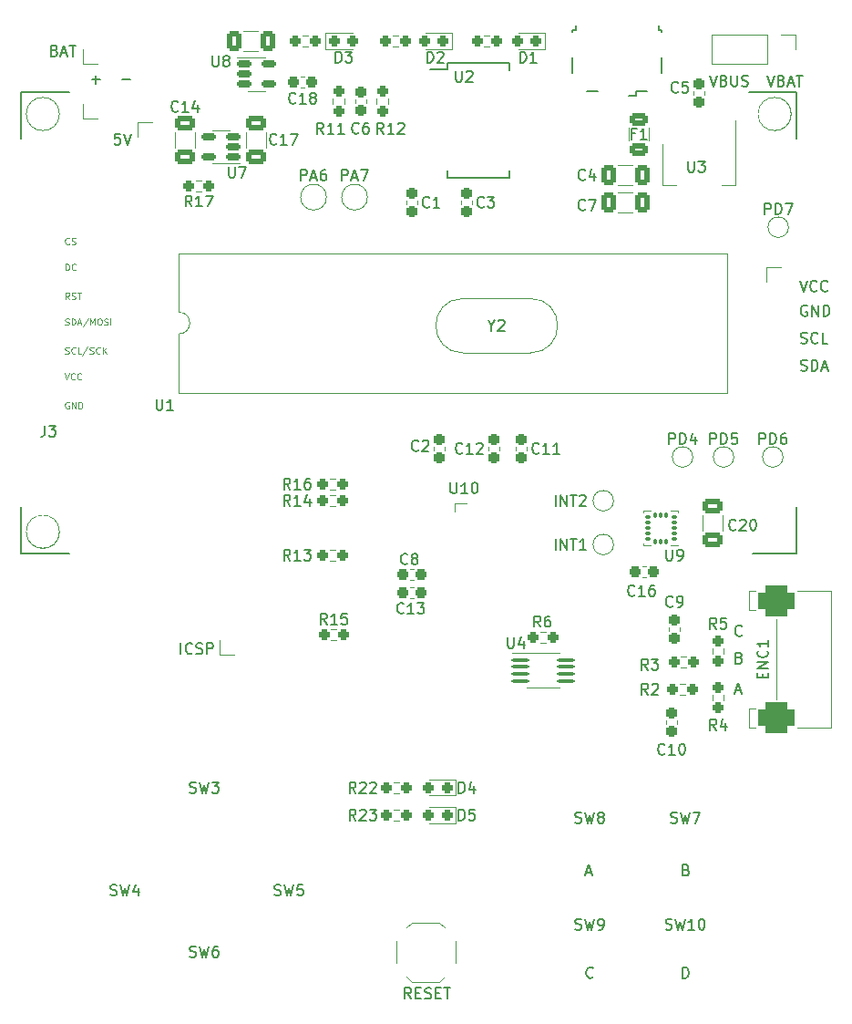
<source format=gto>
G04 #@! TF.GenerationSoftware,KiCad,Pcbnew,7.0.7*
G04 #@! TF.CreationDate,2023-09-24T19:29:38+02:00*
G04 #@! TF.ProjectId,ardumate,61726475-6d61-4746-952e-6b696361645f,rev?*
G04 #@! TF.SameCoordinates,Original*
G04 #@! TF.FileFunction,Legend,Top*
G04 #@! TF.FilePolarity,Positive*
%FSLAX46Y46*%
G04 Gerber Fmt 4.6, Leading zero omitted, Abs format (unit mm)*
G04 Created by KiCad (PCBNEW 7.0.7) date 2023-09-24 19:29:38*
%MOMM*%
%LPD*%
G01*
G04 APERTURE LIST*
G04 Aperture macros list*
%AMRoundRect*
0 Rectangle with rounded corners*
0 $1 Rounding radius*
0 $2 $3 $4 $5 $6 $7 $8 $9 X,Y pos of 4 corners*
0 Add a 4 corners polygon primitive as box body*
4,1,4,$2,$3,$4,$5,$6,$7,$8,$9,$2,$3,0*
0 Add four circle primitives for the rounded corners*
1,1,$1+$1,$2,$3*
1,1,$1+$1,$4,$5*
1,1,$1+$1,$6,$7*
1,1,$1+$1,$8,$9*
0 Add four rect primitives between the rounded corners*
20,1,$1+$1,$2,$3,$4,$5,0*
20,1,$1+$1,$4,$5,$6,$7,0*
20,1,$1+$1,$6,$7,$8,$9,0*
20,1,$1+$1,$8,$9,$2,$3,0*%
G04 Aperture macros list end*
%ADD10C,0.200000*%
%ADD11C,0.150000*%
%ADD12C,0.100000*%
%ADD13C,0.120000*%
%ADD14C,0.300000*%
%ADD15RoundRect,0.250000X0.412500X0.650000X-0.412500X0.650000X-0.412500X-0.650000X0.412500X-0.650000X0*%
%ADD16RoundRect,0.250000X-0.650000X0.412500X-0.650000X-0.412500X0.650000X-0.412500X0.650000X0.412500X0*%
%ADD17C,1.500000*%
%ADD18RoundRect,0.237500X-0.250000X-0.237500X0.250000X-0.237500X0.250000X0.237500X-0.250000X0.237500X0*%
%ADD19RoundRect,0.087500X0.187500X0.087500X-0.187500X0.087500X-0.187500X-0.087500X0.187500X-0.087500X0*%
%ADD20RoundRect,0.087500X0.087500X0.187500X-0.087500X0.187500X-0.087500X-0.187500X0.087500X-0.187500X0*%
%ADD21C,2.000000*%
%ADD22C,1.524000*%
%ADD23R,1.524000X1.524000*%
%ADD24RoundRect,0.725000X0.975000X-0.725000X0.975000X0.725000X-0.975000X0.725000X-0.975000X-0.725000X0*%
%ADD25RoundRect,0.237500X-0.237500X0.250000X-0.237500X-0.250000X0.237500X-0.250000X0.237500X0.250000X0*%
%ADD26RoundRect,0.237500X0.237500X-0.300000X0.237500X0.300000X-0.237500X0.300000X-0.237500X-0.300000X0*%
%ADD27RoundRect,0.237500X0.287500X0.237500X-0.287500X0.237500X-0.287500X-0.237500X0.287500X-0.237500X0*%
%ADD28RoundRect,0.100000X-0.712500X-0.100000X0.712500X-0.100000X0.712500X0.100000X-0.712500X0.100000X0*%
%ADD29C,1.600000*%
%ADD30O,1.600000X1.600000*%
%ADD31R,1.600000X1.600000*%
%ADD32RoundRect,0.237500X-0.287500X-0.237500X0.287500X-0.237500X0.287500X0.237500X-0.287500X0.237500X0*%
%ADD33C,1.700000*%
%ADD34O,1.700000X1.700000*%
%ADD35R,1.700000X1.700000*%
%ADD36RoundRect,0.237500X-0.300000X-0.237500X0.300000X-0.237500X0.300000X0.237500X-0.300000X0.237500X0*%
%ADD37RoundRect,0.237500X0.250000X0.237500X-0.250000X0.237500X-0.250000X-0.237500X0.250000X-0.237500X0*%
%ADD38R,1.750000X0.450000*%
%ADD39RoundRect,0.237500X0.237500X-0.250000X0.237500X0.250000X-0.237500X0.250000X-0.237500X-0.250000X0*%
%ADD40RoundRect,0.150000X-0.512500X-0.150000X0.512500X-0.150000X0.512500X0.150000X-0.512500X0.150000X0*%
%ADD41RoundRect,0.237500X-0.237500X0.300000X-0.237500X-0.300000X0.237500X-0.300000X0.237500X0.300000X0*%
%ADD42RoundRect,0.250000X0.650000X-0.412500X0.650000X0.412500X-0.650000X0.412500X-0.650000X-0.412500X0*%
%ADD43RoundRect,0.237500X0.300000X0.237500X-0.300000X0.237500X-0.300000X-0.237500X0.300000X-0.237500X0*%
%ADD44R,1.000000X0.750000*%
%ADD45C,1.000000*%
%ADD46R,1.000000X1.000000*%
%ADD47O,1.000000X1.000000*%
%ADD48RoundRect,0.250000X-0.625000X0.375000X-0.625000X-0.375000X0.625000X-0.375000X0.625000X0.375000X0*%
%ADD49R,1.500000X2.000000*%
%ADD50R,3.800000X2.000000*%
%ADD51RoundRect,0.150000X0.512500X0.150000X-0.512500X0.150000X-0.512500X-0.150000X0.512500X-0.150000X0*%
%ADD52O,0.800000X0.800000*%
%ADD53R,0.450000X1.300000*%
%ADD54O,1.150000X1.800000*%
%ADD55O,1.450000X2.000000*%
%ADD56C,3.000000*%
%ADD57C,1.100000*%
G04 APERTURE END LIST*
D10*
X155246101Y-129311980D02*
X155198482Y-129359600D01*
X155198482Y-129359600D02*
X155055625Y-129407219D01*
X155055625Y-129407219D02*
X154960387Y-129407219D01*
X154960387Y-129407219D02*
X154817530Y-129359600D01*
X154817530Y-129359600D02*
X154722292Y-129264361D01*
X154722292Y-129264361D02*
X154674673Y-129169123D01*
X154674673Y-129169123D02*
X154627054Y-128978647D01*
X154627054Y-128978647D02*
X154627054Y-128835790D01*
X154627054Y-128835790D02*
X154674673Y-128645314D01*
X154674673Y-128645314D02*
X154722292Y-128550076D01*
X154722292Y-128550076D02*
X154817530Y-128454838D01*
X154817530Y-128454838D02*
X154960387Y-128407219D01*
X154960387Y-128407219D02*
X155055625Y-128407219D01*
X155055625Y-128407219D02*
X155198482Y-128454838D01*
X155198482Y-128454838D02*
X155246101Y-128502457D01*
X163564673Y-129407219D02*
X163564673Y-128407219D01*
X163564673Y-128407219D02*
X163802768Y-128407219D01*
X163802768Y-128407219D02*
X163945625Y-128454838D01*
X163945625Y-128454838D02*
X164040863Y-128550076D01*
X164040863Y-128550076D02*
X164088482Y-128645314D01*
X164088482Y-128645314D02*
X164136101Y-128835790D01*
X164136101Y-128835790D02*
X164136101Y-128978647D01*
X164136101Y-128978647D02*
X164088482Y-129169123D01*
X164088482Y-129169123D02*
X164040863Y-129264361D01*
X164040863Y-129264361D02*
X163945625Y-129359600D01*
X163945625Y-129359600D02*
X163802768Y-129407219D01*
X163802768Y-129407219D02*
X163564673Y-129407219D01*
X174566054Y-72971600D02*
X174708911Y-73019219D01*
X174708911Y-73019219D02*
X174947006Y-73019219D01*
X174947006Y-73019219D02*
X175042244Y-72971600D01*
X175042244Y-72971600D02*
X175089863Y-72923980D01*
X175089863Y-72923980D02*
X175137482Y-72828742D01*
X175137482Y-72828742D02*
X175137482Y-72733504D01*
X175137482Y-72733504D02*
X175089863Y-72638266D01*
X175089863Y-72638266D02*
X175042244Y-72590647D01*
X175042244Y-72590647D02*
X174947006Y-72543028D01*
X174947006Y-72543028D02*
X174756530Y-72495409D01*
X174756530Y-72495409D02*
X174661292Y-72447790D01*
X174661292Y-72447790D02*
X174613673Y-72400171D01*
X174613673Y-72400171D02*
X174566054Y-72304933D01*
X174566054Y-72304933D02*
X174566054Y-72209695D01*
X174566054Y-72209695D02*
X174613673Y-72114457D01*
X174613673Y-72114457D02*
X174661292Y-72066838D01*
X174661292Y-72066838D02*
X174756530Y-72019219D01*
X174756530Y-72019219D02*
X174994625Y-72019219D01*
X174994625Y-72019219D02*
X175137482Y-72066838D01*
X175566054Y-73019219D02*
X175566054Y-72019219D01*
X175566054Y-72019219D02*
X175804149Y-72019219D01*
X175804149Y-72019219D02*
X175947006Y-72066838D01*
X175947006Y-72066838D02*
X176042244Y-72162076D01*
X176042244Y-72162076D02*
X176089863Y-72257314D01*
X176089863Y-72257314D02*
X176137482Y-72447790D01*
X176137482Y-72447790D02*
X176137482Y-72590647D01*
X176137482Y-72590647D02*
X176089863Y-72781123D01*
X176089863Y-72781123D02*
X176042244Y-72876361D01*
X176042244Y-72876361D02*
X175947006Y-72971600D01*
X175947006Y-72971600D02*
X175804149Y-73019219D01*
X175804149Y-73019219D02*
X175566054Y-73019219D01*
X176518435Y-72733504D02*
X176994625Y-72733504D01*
X176423197Y-73019219D02*
X176756530Y-72019219D01*
X176756530Y-72019219D02*
X177089863Y-73019219D01*
X138355101Y-131312219D02*
X138021768Y-130836028D01*
X137783673Y-131312219D02*
X137783673Y-130312219D01*
X137783673Y-130312219D02*
X138164625Y-130312219D01*
X138164625Y-130312219D02*
X138259863Y-130359838D01*
X138259863Y-130359838D02*
X138307482Y-130407457D01*
X138307482Y-130407457D02*
X138355101Y-130502695D01*
X138355101Y-130502695D02*
X138355101Y-130645552D01*
X138355101Y-130645552D02*
X138307482Y-130740790D01*
X138307482Y-130740790D02*
X138259863Y-130788409D01*
X138259863Y-130788409D02*
X138164625Y-130836028D01*
X138164625Y-130836028D02*
X137783673Y-130836028D01*
X138783673Y-130788409D02*
X139117006Y-130788409D01*
X139259863Y-131312219D02*
X138783673Y-131312219D01*
X138783673Y-131312219D02*
X138783673Y-130312219D01*
X138783673Y-130312219D02*
X139259863Y-130312219D01*
X139640816Y-131264600D02*
X139783673Y-131312219D01*
X139783673Y-131312219D02*
X140021768Y-131312219D01*
X140021768Y-131312219D02*
X140117006Y-131264600D01*
X140117006Y-131264600D02*
X140164625Y-131216980D01*
X140164625Y-131216980D02*
X140212244Y-131121742D01*
X140212244Y-131121742D02*
X140212244Y-131026504D01*
X140212244Y-131026504D02*
X140164625Y-130931266D01*
X140164625Y-130931266D02*
X140117006Y-130883647D01*
X140117006Y-130883647D02*
X140021768Y-130836028D01*
X140021768Y-130836028D02*
X139831292Y-130788409D01*
X139831292Y-130788409D02*
X139736054Y-130740790D01*
X139736054Y-130740790D02*
X139688435Y-130693171D01*
X139688435Y-130693171D02*
X139640816Y-130597933D01*
X139640816Y-130597933D02*
X139640816Y-130502695D01*
X139640816Y-130502695D02*
X139688435Y-130407457D01*
X139688435Y-130407457D02*
X139736054Y-130359838D01*
X139736054Y-130359838D02*
X139831292Y-130312219D01*
X139831292Y-130312219D02*
X140069387Y-130312219D01*
X140069387Y-130312219D02*
X140212244Y-130359838D01*
X140640816Y-130788409D02*
X140974149Y-130788409D01*
X141117006Y-131312219D02*
X140640816Y-131312219D01*
X140640816Y-131312219D02*
X140640816Y-130312219D01*
X140640816Y-130312219D02*
X141117006Y-130312219D01*
X141402721Y-130312219D02*
X141974149Y-130312219D01*
X141688435Y-131312219D02*
X141688435Y-130312219D01*
X108700673Y-45968266D02*
X109462578Y-45968266D01*
X109081625Y-46349219D02*
X109081625Y-45587314D01*
X111462578Y-45968266D02*
X112224483Y-45968266D01*
X174566054Y-70431600D02*
X174708911Y-70479219D01*
X174708911Y-70479219D02*
X174947006Y-70479219D01*
X174947006Y-70479219D02*
X175042244Y-70431600D01*
X175042244Y-70431600D02*
X175089863Y-70383980D01*
X175089863Y-70383980D02*
X175137482Y-70288742D01*
X175137482Y-70288742D02*
X175137482Y-70193504D01*
X175137482Y-70193504D02*
X175089863Y-70098266D01*
X175089863Y-70098266D02*
X175042244Y-70050647D01*
X175042244Y-70050647D02*
X174947006Y-70003028D01*
X174947006Y-70003028D02*
X174756530Y-69955409D01*
X174756530Y-69955409D02*
X174661292Y-69907790D01*
X174661292Y-69907790D02*
X174613673Y-69860171D01*
X174613673Y-69860171D02*
X174566054Y-69764933D01*
X174566054Y-69764933D02*
X174566054Y-69669695D01*
X174566054Y-69669695D02*
X174613673Y-69574457D01*
X174613673Y-69574457D02*
X174661292Y-69526838D01*
X174661292Y-69526838D02*
X174756530Y-69479219D01*
X174756530Y-69479219D02*
X174994625Y-69479219D01*
X174994625Y-69479219D02*
X175137482Y-69526838D01*
X176137482Y-70383980D02*
X176089863Y-70431600D01*
X176089863Y-70431600D02*
X175947006Y-70479219D01*
X175947006Y-70479219D02*
X175851768Y-70479219D01*
X175851768Y-70479219D02*
X175708911Y-70431600D01*
X175708911Y-70431600D02*
X175613673Y-70336361D01*
X175613673Y-70336361D02*
X175566054Y-70241123D01*
X175566054Y-70241123D02*
X175518435Y-70050647D01*
X175518435Y-70050647D02*
X175518435Y-69907790D01*
X175518435Y-69907790D02*
X175566054Y-69717314D01*
X175566054Y-69717314D02*
X175613673Y-69622076D01*
X175613673Y-69622076D02*
X175708911Y-69526838D01*
X175708911Y-69526838D02*
X175851768Y-69479219D01*
X175851768Y-69479219D02*
X175947006Y-69479219D01*
X175947006Y-69479219D02*
X176089863Y-69526838D01*
X176089863Y-69526838D02*
X176137482Y-69574457D01*
X177042244Y-70479219D02*
X176566054Y-70479219D01*
X176566054Y-70479219D02*
X176566054Y-69479219D01*
X175137482Y-66986838D02*
X175042244Y-66939219D01*
X175042244Y-66939219D02*
X174899387Y-66939219D01*
X174899387Y-66939219D02*
X174756530Y-66986838D01*
X174756530Y-66986838D02*
X174661292Y-67082076D01*
X174661292Y-67082076D02*
X174613673Y-67177314D01*
X174613673Y-67177314D02*
X174566054Y-67367790D01*
X174566054Y-67367790D02*
X174566054Y-67510647D01*
X174566054Y-67510647D02*
X174613673Y-67701123D01*
X174613673Y-67701123D02*
X174661292Y-67796361D01*
X174661292Y-67796361D02*
X174756530Y-67891600D01*
X174756530Y-67891600D02*
X174899387Y-67939219D01*
X174899387Y-67939219D02*
X174994625Y-67939219D01*
X174994625Y-67939219D02*
X175137482Y-67891600D01*
X175137482Y-67891600D02*
X175185101Y-67843980D01*
X175185101Y-67843980D02*
X175185101Y-67510647D01*
X175185101Y-67510647D02*
X174994625Y-67510647D01*
X175613673Y-67939219D02*
X175613673Y-66939219D01*
X175613673Y-66939219D02*
X176185101Y-67939219D01*
X176185101Y-67939219D02*
X176185101Y-66939219D01*
X176661292Y-67939219D02*
X176661292Y-66939219D01*
X176661292Y-66939219D02*
X176899387Y-66939219D01*
X176899387Y-66939219D02*
X177042244Y-66986838D01*
X177042244Y-66986838D02*
X177137482Y-67082076D01*
X177137482Y-67082076D02*
X177185101Y-67177314D01*
X177185101Y-67177314D02*
X177232720Y-67367790D01*
X177232720Y-67367790D02*
X177232720Y-67510647D01*
X177232720Y-67510647D02*
X177185101Y-67701123D01*
X177185101Y-67701123D02*
X177137482Y-67796361D01*
X177137482Y-67796361D02*
X177042244Y-67891600D01*
X177042244Y-67891600D02*
X176899387Y-67939219D01*
X176899387Y-67939219D02*
X176661292Y-67939219D01*
X116955673Y-99308219D02*
X116955673Y-98308219D01*
X118003291Y-99212980D02*
X117955672Y-99260600D01*
X117955672Y-99260600D02*
X117812815Y-99308219D01*
X117812815Y-99308219D02*
X117717577Y-99308219D01*
X117717577Y-99308219D02*
X117574720Y-99260600D01*
X117574720Y-99260600D02*
X117479482Y-99165361D01*
X117479482Y-99165361D02*
X117431863Y-99070123D01*
X117431863Y-99070123D02*
X117384244Y-98879647D01*
X117384244Y-98879647D02*
X117384244Y-98736790D01*
X117384244Y-98736790D02*
X117431863Y-98546314D01*
X117431863Y-98546314D02*
X117479482Y-98451076D01*
X117479482Y-98451076D02*
X117574720Y-98355838D01*
X117574720Y-98355838D02*
X117717577Y-98308219D01*
X117717577Y-98308219D02*
X117812815Y-98308219D01*
X117812815Y-98308219D02*
X117955672Y-98355838D01*
X117955672Y-98355838D02*
X118003291Y-98403457D01*
X118384244Y-99260600D02*
X118527101Y-99308219D01*
X118527101Y-99308219D02*
X118765196Y-99308219D01*
X118765196Y-99308219D02*
X118860434Y-99260600D01*
X118860434Y-99260600D02*
X118908053Y-99212980D01*
X118908053Y-99212980D02*
X118955672Y-99117742D01*
X118955672Y-99117742D02*
X118955672Y-99022504D01*
X118955672Y-99022504D02*
X118908053Y-98927266D01*
X118908053Y-98927266D02*
X118860434Y-98879647D01*
X118860434Y-98879647D02*
X118765196Y-98832028D01*
X118765196Y-98832028D02*
X118574720Y-98784409D01*
X118574720Y-98784409D02*
X118479482Y-98736790D01*
X118479482Y-98736790D02*
X118431863Y-98689171D01*
X118431863Y-98689171D02*
X118384244Y-98593933D01*
X118384244Y-98593933D02*
X118384244Y-98498695D01*
X118384244Y-98498695D02*
X118431863Y-98403457D01*
X118431863Y-98403457D02*
X118479482Y-98355838D01*
X118479482Y-98355838D02*
X118574720Y-98308219D01*
X118574720Y-98308219D02*
X118812815Y-98308219D01*
X118812815Y-98308219D02*
X118955672Y-98355838D01*
X119384244Y-99308219D02*
X119384244Y-98308219D01*
X119384244Y-98308219D02*
X119765196Y-98308219D01*
X119765196Y-98308219D02*
X119860434Y-98355838D01*
X119860434Y-98355838D02*
X119908053Y-98403457D01*
X119908053Y-98403457D02*
X119955672Y-98498695D01*
X119955672Y-98498695D02*
X119955672Y-98641552D01*
X119955672Y-98641552D02*
X119908053Y-98736790D01*
X119908053Y-98736790D02*
X119860434Y-98784409D01*
X119860434Y-98784409D02*
X119765196Y-98832028D01*
X119765196Y-98832028D02*
X119384244Y-98832028D01*
X166088816Y-45603219D02*
X166422149Y-46603219D01*
X166422149Y-46603219D02*
X166755482Y-45603219D01*
X167422149Y-46079409D02*
X167565006Y-46127028D01*
X167565006Y-46127028D02*
X167612625Y-46174647D01*
X167612625Y-46174647D02*
X167660244Y-46269885D01*
X167660244Y-46269885D02*
X167660244Y-46412742D01*
X167660244Y-46412742D02*
X167612625Y-46507980D01*
X167612625Y-46507980D02*
X167565006Y-46555600D01*
X167565006Y-46555600D02*
X167469768Y-46603219D01*
X167469768Y-46603219D02*
X167088816Y-46603219D01*
X167088816Y-46603219D02*
X167088816Y-45603219D01*
X167088816Y-45603219D02*
X167422149Y-45603219D01*
X167422149Y-45603219D02*
X167517387Y-45650838D01*
X167517387Y-45650838D02*
X167565006Y-45698457D01*
X167565006Y-45698457D02*
X167612625Y-45793695D01*
X167612625Y-45793695D02*
X167612625Y-45888933D01*
X167612625Y-45888933D02*
X167565006Y-45984171D01*
X167565006Y-45984171D02*
X167517387Y-46031790D01*
X167517387Y-46031790D02*
X167422149Y-46079409D01*
X167422149Y-46079409D02*
X167088816Y-46079409D01*
X168088816Y-45603219D02*
X168088816Y-46412742D01*
X168088816Y-46412742D02*
X168136435Y-46507980D01*
X168136435Y-46507980D02*
X168184054Y-46555600D01*
X168184054Y-46555600D02*
X168279292Y-46603219D01*
X168279292Y-46603219D02*
X168469768Y-46603219D01*
X168469768Y-46603219D02*
X168565006Y-46555600D01*
X168565006Y-46555600D02*
X168612625Y-46507980D01*
X168612625Y-46507980D02*
X168660244Y-46412742D01*
X168660244Y-46412742D02*
X168660244Y-45603219D01*
X169088816Y-46555600D02*
X169231673Y-46603219D01*
X169231673Y-46603219D02*
X169469768Y-46603219D01*
X169469768Y-46603219D02*
X169565006Y-46555600D01*
X169565006Y-46555600D02*
X169612625Y-46507980D01*
X169612625Y-46507980D02*
X169660244Y-46412742D01*
X169660244Y-46412742D02*
X169660244Y-46317504D01*
X169660244Y-46317504D02*
X169612625Y-46222266D01*
X169612625Y-46222266D02*
X169565006Y-46174647D01*
X169565006Y-46174647D02*
X169469768Y-46127028D01*
X169469768Y-46127028D02*
X169279292Y-46079409D01*
X169279292Y-46079409D02*
X169184054Y-46031790D01*
X169184054Y-46031790D02*
X169136435Y-45984171D01*
X169136435Y-45984171D02*
X169088816Y-45888933D01*
X169088816Y-45888933D02*
X169088816Y-45793695D01*
X169088816Y-45793695D02*
X169136435Y-45698457D01*
X169136435Y-45698457D02*
X169184054Y-45650838D01*
X169184054Y-45650838D02*
X169279292Y-45603219D01*
X169279292Y-45603219D02*
X169517387Y-45603219D01*
X169517387Y-45603219D02*
X169660244Y-45650838D01*
X174470816Y-64653219D02*
X174804149Y-65653219D01*
X174804149Y-65653219D02*
X175137482Y-64653219D01*
X176042244Y-65557980D02*
X175994625Y-65605600D01*
X175994625Y-65605600D02*
X175851768Y-65653219D01*
X175851768Y-65653219D02*
X175756530Y-65653219D01*
X175756530Y-65653219D02*
X175613673Y-65605600D01*
X175613673Y-65605600D02*
X175518435Y-65510361D01*
X175518435Y-65510361D02*
X175470816Y-65415123D01*
X175470816Y-65415123D02*
X175423197Y-65224647D01*
X175423197Y-65224647D02*
X175423197Y-65081790D01*
X175423197Y-65081790D02*
X175470816Y-64891314D01*
X175470816Y-64891314D02*
X175518435Y-64796076D01*
X175518435Y-64796076D02*
X175613673Y-64700838D01*
X175613673Y-64700838D02*
X175756530Y-64653219D01*
X175756530Y-64653219D02*
X175851768Y-64653219D01*
X175851768Y-64653219D02*
X175994625Y-64700838D01*
X175994625Y-64700838D02*
X176042244Y-64748457D01*
X177042244Y-65557980D02*
X176994625Y-65605600D01*
X176994625Y-65605600D02*
X176851768Y-65653219D01*
X176851768Y-65653219D02*
X176756530Y-65653219D01*
X176756530Y-65653219D02*
X176613673Y-65605600D01*
X176613673Y-65605600D02*
X176518435Y-65510361D01*
X176518435Y-65510361D02*
X176470816Y-65415123D01*
X176470816Y-65415123D02*
X176423197Y-65224647D01*
X176423197Y-65224647D02*
X176423197Y-65081790D01*
X176423197Y-65081790D02*
X176470816Y-64891314D01*
X176470816Y-64891314D02*
X176518435Y-64796076D01*
X176518435Y-64796076D02*
X176613673Y-64700838D01*
X176613673Y-64700838D02*
X176756530Y-64653219D01*
X176756530Y-64653219D02*
X176851768Y-64653219D01*
X176851768Y-64653219D02*
X176994625Y-64700838D01*
X176994625Y-64700838D02*
X177042244Y-64748457D01*
X168851006Y-99673409D02*
X168993863Y-99721028D01*
X168993863Y-99721028D02*
X169041482Y-99768647D01*
X169041482Y-99768647D02*
X169089101Y-99863885D01*
X169089101Y-99863885D02*
X169089101Y-100006742D01*
X169089101Y-100006742D02*
X169041482Y-100101980D01*
X169041482Y-100101980D02*
X168993863Y-100149600D01*
X168993863Y-100149600D02*
X168898625Y-100197219D01*
X168898625Y-100197219D02*
X168517673Y-100197219D01*
X168517673Y-100197219D02*
X168517673Y-99197219D01*
X168517673Y-99197219D02*
X168851006Y-99197219D01*
X168851006Y-99197219D02*
X168946244Y-99244838D01*
X168946244Y-99244838D02*
X168993863Y-99292457D01*
X168993863Y-99292457D02*
X169041482Y-99387695D01*
X169041482Y-99387695D02*
X169041482Y-99482933D01*
X169041482Y-99482933D02*
X168993863Y-99578171D01*
X168993863Y-99578171D02*
X168946244Y-99625790D01*
X168946244Y-99625790D02*
X168851006Y-99673409D01*
X168851006Y-99673409D02*
X168517673Y-99673409D01*
X169089101Y-97561980D02*
X169041482Y-97609600D01*
X169041482Y-97609600D02*
X168898625Y-97657219D01*
X168898625Y-97657219D02*
X168803387Y-97657219D01*
X168803387Y-97657219D02*
X168660530Y-97609600D01*
X168660530Y-97609600D02*
X168565292Y-97514361D01*
X168565292Y-97514361D02*
X168517673Y-97419123D01*
X168517673Y-97419123D02*
X168470054Y-97228647D01*
X168470054Y-97228647D02*
X168470054Y-97085790D01*
X168470054Y-97085790D02*
X168517673Y-96895314D01*
X168517673Y-96895314D02*
X168565292Y-96800076D01*
X168565292Y-96800076D02*
X168660530Y-96704838D01*
X168660530Y-96704838D02*
X168803387Y-96657219D01*
X168803387Y-96657219D02*
X168898625Y-96657219D01*
X168898625Y-96657219D02*
X169041482Y-96704838D01*
X169041482Y-96704838D02*
X169089101Y-96752457D01*
D11*
X111315523Y-51016819D02*
X110839333Y-51016819D01*
X110839333Y-51016819D02*
X110791714Y-51493009D01*
X110791714Y-51493009D02*
X110839333Y-51445390D01*
X110839333Y-51445390D02*
X110934571Y-51397771D01*
X110934571Y-51397771D02*
X111172666Y-51397771D01*
X111172666Y-51397771D02*
X111267904Y-51445390D01*
X111267904Y-51445390D02*
X111315523Y-51493009D01*
X111315523Y-51493009D02*
X111363142Y-51588247D01*
X111363142Y-51588247D02*
X111363142Y-51826342D01*
X111363142Y-51826342D02*
X111315523Y-51921580D01*
X111315523Y-51921580D02*
X111267904Y-51969200D01*
X111267904Y-51969200D02*
X111172666Y-52016819D01*
X111172666Y-52016819D02*
X110934571Y-52016819D01*
X110934571Y-52016819D02*
X110839333Y-51969200D01*
X110839333Y-51969200D02*
X110791714Y-51921580D01*
X111648857Y-51016819D02*
X111982190Y-52016819D01*
X111982190Y-52016819D02*
X112315523Y-51016819D01*
D10*
X163898006Y-119358409D02*
X164040863Y-119406028D01*
X164040863Y-119406028D02*
X164088482Y-119453647D01*
X164088482Y-119453647D02*
X164136101Y-119548885D01*
X164136101Y-119548885D02*
X164136101Y-119691742D01*
X164136101Y-119691742D02*
X164088482Y-119786980D01*
X164088482Y-119786980D02*
X164040863Y-119834600D01*
X164040863Y-119834600D02*
X163945625Y-119882219D01*
X163945625Y-119882219D02*
X163564673Y-119882219D01*
X163564673Y-119882219D02*
X163564673Y-118882219D01*
X163564673Y-118882219D02*
X163898006Y-118882219D01*
X163898006Y-118882219D02*
X163993244Y-118929838D01*
X163993244Y-118929838D02*
X164040863Y-118977457D01*
X164040863Y-118977457D02*
X164088482Y-119072695D01*
X164088482Y-119072695D02*
X164088482Y-119167933D01*
X164088482Y-119167933D02*
X164040863Y-119263171D01*
X164040863Y-119263171D02*
X163993244Y-119310790D01*
X163993244Y-119310790D02*
X163898006Y-119358409D01*
X163898006Y-119358409D02*
X163564673Y-119358409D01*
X105224006Y-43285409D02*
X105366863Y-43333028D01*
X105366863Y-43333028D02*
X105414482Y-43380647D01*
X105414482Y-43380647D02*
X105462101Y-43475885D01*
X105462101Y-43475885D02*
X105462101Y-43618742D01*
X105462101Y-43618742D02*
X105414482Y-43713980D01*
X105414482Y-43713980D02*
X105366863Y-43761600D01*
X105366863Y-43761600D02*
X105271625Y-43809219D01*
X105271625Y-43809219D02*
X104890673Y-43809219D01*
X104890673Y-43809219D02*
X104890673Y-42809219D01*
X104890673Y-42809219D02*
X105224006Y-42809219D01*
X105224006Y-42809219D02*
X105319244Y-42856838D01*
X105319244Y-42856838D02*
X105366863Y-42904457D01*
X105366863Y-42904457D02*
X105414482Y-42999695D01*
X105414482Y-42999695D02*
X105414482Y-43094933D01*
X105414482Y-43094933D02*
X105366863Y-43190171D01*
X105366863Y-43190171D02*
X105319244Y-43237790D01*
X105319244Y-43237790D02*
X105224006Y-43285409D01*
X105224006Y-43285409D02*
X104890673Y-43285409D01*
X105843054Y-43523504D02*
X106319244Y-43523504D01*
X105747816Y-43809219D02*
X106081149Y-42809219D01*
X106081149Y-42809219D02*
X106414482Y-43809219D01*
X106604959Y-42809219D02*
X107176387Y-42809219D01*
X106890673Y-43809219D02*
X106890673Y-42809219D01*
X171422816Y-45603219D02*
X171756149Y-46603219D01*
X171756149Y-46603219D02*
X172089482Y-45603219D01*
X172756149Y-46079409D02*
X172899006Y-46127028D01*
X172899006Y-46127028D02*
X172946625Y-46174647D01*
X172946625Y-46174647D02*
X172994244Y-46269885D01*
X172994244Y-46269885D02*
X172994244Y-46412742D01*
X172994244Y-46412742D02*
X172946625Y-46507980D01*
X172946625Y-46507980D02*
X172899006Y-46555600D01*
X172899006Y-46555600D02*
X172803768Y-46603219D01*
X172803768Y-46603219D02*
X172422816Y-46603219D01*
X172422816Y-46603219D02*
X172422816Y-45603219D01*
X172422816Y-45603219D02*
X172756149Y-45603219D01*
X172756149Y-45603219D02*
X172851387Y-45650838D01*
X172851387Y-45650838D02*
X172899006Y-45698457D01*
X172899006Y-45698457D02*
X172946625Y-45793695D01*
X172946625Y-45793695D02*
X172946625Y-45888933D01*
X172946625Y-45888933D02*
X172899006Y-45984171D01*
X172899006Y-45984171D02*
X172851387Y-46031790D01*
X172851387Y-46031790D02*
X172756149Y-46079409D01*
X172756149Y-46079409D02*
X172422816Y-46079409D01*
X173375197Y-46317504D02*
X173851387Y-46317504D01*
X173279959Y-46603219D02*
X173613292Y-45603219D01*
X173613292Y-45603219D02*
X173946625Y-46603219D01*
X174137102Y-45603219D02*
X174708530Y-45603219D01*
X174422816Y-46603219D02*
X174422816Y-45603219D01*
X154627054Y-119596504D02*
X155103244Y-119596504D01*
X154531816Y-119882219D02*
X154865149Y-118882219D01*
X154865149Y-118882219D02*
X155198482Y-119882219D01*
X168470054Y-102705504D02*
X168946244Y-102705504D01*
X168374816Y-102991219D02*
X168708149Y-101991219D01*
X168708149Y-101991219D02*
X169041482Y-102991219D01*
D11*
X125849142Y-51921580D02*
X125801523Y-51969200D01*
X125801523Y-51969200D02*
X125658666Y-52016819D01*
X125658666Y-52016819D02*
X125563428Y-52016819D01*
X125563428Y-52016819D02*
X125420571Y-51969200D01*
X125420571Y-51969200D02*
X125325333Y-51873961D01*
X125325333Y-51873961D02*
X125277714Y-51778723D01*
X125277714Y-51778723D02*
X125230095Y-51588247D01*
X125230095Y-51588247D02*
X125230095Y-51445390D01*
X125230095Y-51445390D02*
X125277714Y-51254914D01*
X125277714Y-51254914D02*
X125325333Y-51159676D01*
X125325333Y-51159676D02*
X125420571Y-51064438D01*
X125420571Y-51064438D02*
X125563428Y-51016819D01*
X125563428Y-51016819D02*
X125658666Y-51016819D01*
X125658666Y-51016819D02*
X125801523Y-51064438D01*
X125801523Y-51064438D02*
X125849142Y-51112057D01*
X126801523Y-52016819D02*
X126230095Y-52016819D01*
X126515809Y-52016819D02*
X126515809Y-51016819D01*
X126515809Y-51016819D02*
X126420571Y-51159676D01*
X126420571Y-51159676D02*
X126325333Y-51254914D01*
X126325333Y-51254914D02*
X126230095Y-51302533D01*
X127134857Y-51016819D02*
X127801523Y-51016819D01*
X127801523Y-51016819D02*
X127372952Y-52016819D01*
X116705142Y-48873580D02*
X116657523Y-48921200D01*
X116657523Y-48921200D02*
X116514666Y-48968819D01*
X116514666Y-48968819D02*
X116419428Y-48968819D01*
X116419428Y-48968819D02*
X116276571Y-48921200D01*
X116276571Y-48921200D02*
X116181333Y-48825961D01*
X116181333Y-48825961D02*
X116133714Y-48730723D01*
X116133714Y-48730723D02*
X116086095Y-48540247D01*
X116086095Y-48540247D02*
X116086095Y-48397390D01*
X116086095Y-48397390D02*
X116133714Y-48206914D01*
X116133714Y-48206914D02*
X116181333Y-48111676D01*
X116181333Y-48111676D02*
X116276571Y-48016438D01*
X116276571Y-48016438D02*
X116419428Y-47968819D01*
X116419428Y-47968819D02*
X116514666Y-47968819D01*
X116514666Y-47968819D02*
X116657523Y-48016438D01*
X116657523Y-48016438D02*
X116705142Y-48064057D01*
X117657523Y-48968819D02*
X117086095Y-48968819D01*
X117371809Y-48968819D02*
X117371809Y-47968819D01*
X117371809Y-47968819D02*
X117276571Y-48111676D01*
X117276571Y-48111676D02*
X117181333Y-48206914D01*
X117181333Y-48206914D02*
X117086095Y-48254533D01*
X118514666Y-48302152D02*
X118514666Y-48968819D01*
X118276571Y-47921200D02*
X118038476Y-48635485D01*
X118038476Y-48635485D02*
X118657523Y-48635485D01*
X166147905Y-79832819D02*
X166147905Y-78832819D01*
X166147905Y-78832819D02*
X166528857Y-78832819D01*
X166528857Y-78832819D02*
X166624095Y-78880438D01*
X166624095Y-78880438D02*
X166671714Y-78928057D01*
X166671714Y-78928057D02*
X166719333Y-79023295D01*
X166719333Y-79023295D02*
X166719333Y-79166152D01*
X166719333Y-79166152D02*
X166671714Y-79261390D01*
X166671714Y-79261390D02*
X166624095Y-79309009D01*
X166624095Y-79309009D02*
X166528857Y-79356628D01*
X166528857Y-79356628D02*
X166147905Y-79356628D01*
X167147905Y-79832819D02*
X167147905Y-78832819D01*
X167147905Y-78832819D02*
X167386000Y-78832819D01*
X167386000Y-78832819D02*
X167528857Y-78880438D01*
X167528857Y-78880438D02*
X167624095Y-78975676D01*
X167624095Y-78975676D02*
X167671714Y-79070914D01*
X167671714Y-79070914D02*
X167719333Y-79261390D01*
X167719333Y-79261390D02*
X167719333Y-79404247D01*
X167719333Y-79404247D02*
X167671714Y-79594723D01*
X167671714Y-79594723D02*
X167624095Y-79689961D01*
X167624095Y-79689961D02*
X167528857Y-79785200D01*
X167528857Y-79785200D02*
X167386000Y-79832819D01*
X167386000Y-79832819D02*
X167147905Y-79832819D01*
X168624095Y-78832819D02*
X168147905Y-78832819D01*
X168147905Y-78832819D02*
X168100286Y-79309009D01*
X168100286Y-79309009D02*
X168147905Y-79261390D01*
X168147905Y-79261390D02*
X168243143Y-79213771D01*
X168243143Y-79213771D02*
X168481238Y-79213771D01*
X168481238Y-79213771D02*
X168576476Y-79261390D01*
X168576476Y-79261390D02*
X168624095Y-79309009D01*
X168624095Y-79309009D02*
X168671714Y-79404247D01*
X168671714Y-79404247D02*
X168671714Y-79642342D01*
X168671714Y-79642342D02*
X168624095Y-79737580D01*
X168624095Y-79737580D02*
X168576476Y-79785200D01*
X168576476Y-79785200D02*
X168481238Y-79832819D01*
X168481238Y-79832819D02*
X168243143Y-79832819D01*
X168243143Y-79832819D02*
X168147905Y-79785200D01*
X168147905Y-79785200D02*
X168100286Y-79737580D01*
X171227905Y-58496819D02*
X171227905Y-57496819D01*
X171227905Y-57496819D02*
X171608857Y-57496819D01*
X171608857Y-57496819D02*
X171704095Y-57544438D01*
X171704095Y-57544438D02*
X171751714Y-57592057D01*
X171751714Y-57592057D02*
X171799333Y-57687295D01*
X171799333Y-57687295D02*
X171799333Y-57830152D01*
X171799333Y-57830152D02*
X171751714Y-57925390D01*
X171751714Y-57925390D02*
X171704095Y-57973009D01*
X171704095Y-57973009D02*
X171608857Y-58020628D01*
X171608857Y-58020628D02*
X171227905Y-58020628D01*
X172227905Y-58496819D02*
X172227905Y-57496819D01*
X172227905Y-57496819D02*
X172466000Y-57496819D01*
X172466000Y-57496819D02*
X172608857Y-57544438D01*
X172608857Y-57544438D02*
X172704095Y-57639676D01*
X172704095Y-57639676D02*
X172751714Y-57734914D01*
X172751714Y-57734914D02*
X172799333Y-57925390D01*
X172799333Y-57925390D02*
X172799333Y-58068247D01*
X172799333Y-58068247D02*
X172751714Y-58258723D01*
X172751714Y-58258723D02*
X172704095Y-58353961D01*
X172704095Y-58353961D02*
X172608857Y-58449200D01*
X172608857Y-58449200D02*
X172466000Y-58496819D01*
X172466000Y-58496819D02*
X172227905Y-58496819D01*
X173132667Y-57496819D02*
X173799333Y-57496819D01*
X173799333Y-57496819D02*
X173370762Y-58496819D01*
X160361333Y-103070819D02*
X160028000Y-102594628D01*
X159789905Y-103070819D02*
X159789905Y-102070819D01*
X159789905Y-102070819D02*
X160170857Y-102070819D01*
X160170857Y-102070819D02*
X160266095Y-102118438D01*
X160266095Y-102118438D02*
X160313714Y-102166057D01*
X160313714Y-102166057D02*
X160361333Y-102261295D01*
X160361333Y-102261295D02*
X160361333Y-102404152D01*
X160361333Y-102404152D02*
X160313714Y-102499390D01*
X160313714Y-102499390D02*
X160266095Y-102547009D01*
X160266095Y-102547009D02*
X160170857Y-102594628D01*
X160170857Y-102594628D02*
X159789905Y-102594628D01*
X160742286Y-102166057D02*
X160789905Y-102118438D01*
X160789905Y-102118438D02*
X160885143Y-102070819D01*
X160885143Y-102070819D02*
X161123238Y-102070819D01*
X161123238Y-102070819D02*
X161218476Y-102118438D01*
X161218476Y-102118438D02*
X161266095Y-102166057D01*
X161266095Y-102166057D02*
X161313714Y-102261295D01*
X161313714Y-102261295D02*
X161313714Y-102356533D01*
X161313714Y-102356533D02*
X161266095Y-102499390D01*
X161266095Y-102499390D02*
X160694667Y-103070819D01*
X160694667Y-103070819D02*
X161313714Y-103070819D01*
X162052095Y-89624819D02*
X162052095Y-90434342D01*
X162052095Y-90434342D02*
X162099714Y-90529580D01*
X162099714Y-90529580D02*
X162147333Y-90577200D01*
X162147333Y-90577200D02*
X162242571Y-90624819D01*
X162242571Y-90624819D02*
X162433047Y-90624819D01*
X162433047Y-90624819D02*
X162528285Y-90577200D01*
X162528285Y-90577200D02*
X162575904Y-90529580D01*
X162575904Y-90529580D02*
X162623523Y-90434342D01*
X162623523Y-90434342D02*
X162623523Y-89624819D01*
X163147333Y-90624819D02*
X163337809Y-90624819D01*
X163337809Y-90624819D02*
X163433047Y-90577200D01*
X163433047Y-90577200D02*
X163480666Y-90529580D01*
X163480666Y-90529580D02*
X163575904Y-90386723D01*
X163575904Y-90386723D02*
X163623523Y-90196247D01*
X163623523Y-90196247D02*
X163623523Y-89815295D01*
X163623523Y-89815295D02*
X163575904Y-89720057D01*
X163575904Y-89720057D02*
X163528285Y-89672438D01*
X163528285Y-89672438D02*
X163433047Y-89624819D01*
X163433047Y-89624819D02*
X163242571Y-89624819D01*
X163242571Y-89624819D02*
X163147333Y-89672438D01*
X163147333Y-89672438D02*
X163099714Y-89720057D01*
X163099714Y-89720057D02*
X163052095Y-89815295D01*
X163052095Y-89815295D02*
X163052095Y-90053390D01*
X163052095Y-90053390D02*
X163099714Y-90148628D01*
X163099714Y-90148628D02*
X163147333Y-90196247D01*
X163147333Y-90196247D02*
X163242571Y-90243866D01*
X163242571Y-90243866D02*
X163433047Y-90243866D01*
X163433047Y-90243866D02*
X163528285Y-90196247D01*
X163528285Y-90196247D02*
X163575904Y-90148628D01*
X163575904Y-90148628D02*
X163623523Y-90053390D01*
X110426667Y-121692200D02*
X110569524Y-121739819D01*
X110569524Y-121739819D02*
X110807619Y-121739819D01*
X110807619Y-121739819D02*
X110902857Y-121692200D01*
X110902857Y-121692200D02*
X110950476Y-121644580D01*
X110950476Y-121644580D02*
X110998095Y-121549342D01*
X110998095Y-121549342D02*
X110998095Y-121454104D01*
X110998095Y-121454104D02*
X110950476Y-121358866D01*
X110950476Y-121358866D02*
X110902857Y-121311247D01*
X110902857Y-121311247D02*
X110807619Y-121263628D01*
X110807619Y-121263628D02*
X110617143Y-121216009D01*
X110617143Y-121216009D02*
X110521905Y-121168390D01*
X110521905Y-121168390D02*
X110474286Y-121120771D01*
X110474286Y-121120771D02*
X110426667Y-121025533D01*
X110426667Y-121025533D02*
X110426667Y-120930295D01*
X110426667Y-120930295D02*
X110474286Y-120835057D01*
X110474286Y-120835057D02*
X110521905Y-120787438D01*
X110521905Y-120787438D02*
X110617143Y-120739819D01*
X110617143Y-120739819D02*
X110855238Y-120739819D01*
X110855238Y-120739819D02*
X110998095Y-120787438D01*
X111331429Y-120739819D02*
X111569524Y-121739819D01*
X111569524Y-121739819D02*
X111760000Y-121025533D01*
X111760000Y-121025533D02*
X111950476Y-121739819D01*
X111950476Y-121739819D02*
X112188572Y-120739819D01*
X112998095Y-121073152D02*
X112998095Y-121739819D01*
X112760000Y-120692200D02*
X112521905Y-121406485D01*
X112521905Y-121406485D02*
X113140952Y-121406485D01*
X153606667Y-114961200D02*
X153749524Y-115008819D01*
X153749524Y-115008819D02*
X153987619Y-115008819D01*
X153987619Y-115008819D02*
X154082857Y-114961200D01*
X154082857Y-114961200D02*
X154130476Y-114913580D01*
X154130476Y-114913580D02*
X154178095Y-114818342D01*
X154178095Y-114818342D02*
X154178095Y-114723104D01*
X154178095Y-114723104D02*
X154130476Y-114627866D01*
X154130476Y-114627866D02*
X154082857Y-114580247D01*
X154082857Y-114580247D02*
X153987619Y-114532628D01*
X153987619Y-114532628D02*
X153797143Y-114485009D01*
X153797143Y-114485009D02*
X153701905Y-114437390D01*
X153701905Y-114437390D02*
X153654286Y-114389771D01*
X153654286Y-114389771D02*
X153606667Y-114294533D01*
X153606667Y-114294533D02*
X153606667Y-114199295D01*
X153606667Y-114199295D02*
X153654286Y-114104057D01*
X153654286Y-114104057D02*
X153701905Y-114056438D01*
X153701905Y-114056438D02*
X153797143Y-114008819D01*
X153797143Y-114008819D02*
X154035238Y-114008819D01*
X154035238Y-114008819D02*
X154178095Y-114056438D01*
X154511429Y-114008819D02*
X154749524Y-115008819D01*
X154749524Y-115008819D02*
X154940000Y-114294533D01*
X154940000Y-114294533D02*
X155130476Y-115008819D01*
X155130476Y-115008819D02*
X155368572Y-114008819D01*
X155892381Y-114437390D02*
X155797143Y-114389771D01*
X155797143Y-114389771D02*
X155749524Y-114342152D01*
X155749524Y-114342152D02*
X155701905Y-114246914D01*
X155701905Y-114246914D02*
X155701905Y-114199295D01*
X155701905Y-114199295D02*
X155749524Y-114104057D01*
X155749524Y-114104057D02*
X155797143Y-114056438D01*
X155797143Y-114056438D02*
X155892381Y-114008819D01*
X155892381Y-114008819D02*
X156082857Y-114008819D01*
X156082857Y-114008819D02*
X156178095Y-114056438D01*
X156178095Y-114056438D02*
X156225714Y-114104057D01*
X156225714Y-114104057D02*
X156273333Y-114199295D01*
X156273333Y-114199295D02*
X156273333Y-114246914D01*
X156273333Y-114246914D02*
X156225714Y-114342152D01*
X156225714Y-114342152D02*
X156178095Y-114389771D01*
X156178095Y-114389771D02*
X156082857Y-114437390D01*
X156082857Y-114437390D02*
X155892381Y-114437390D01*
X155892381Y-114437390D02*
X155797143Y-114485009D01*
X155797143Y-114485009D02*
X155749524Y-114532628D01*
X155749524Y-114532628D02*
X155701905Y-114627866D01*
X155701905Y-114627866D02*
X155701905Y-114818342D01*
X155701905Y-114818342D02*
X155749524Y-114913580D01*
X155749524Y-114913580D02*
X155797143Y-114961200D01*
X155797143Y-114961200D02*
X155892381Y-115008819D01*
X155892381Y-115008819D02*
X156082857Y-115008819D01*
X156082857Y-115008819D02*
X156178095Y-114961200D01*
X156178095Y-114961200D02*
X156225714Y-114913580D01*
X156225714Y-114913580D02*
X156273333Y-114818342D01*
X156273333Y-114818342D02*
X156273333Y-114627866D01*
X156273333Y-114627866D02*
X156225714Y-114532628D01*
X156225714Y-114532628D02*
X156178095Y-114485009D01*
X156178095Y-114485009D02*
X156082857Y-114437390D01*
X154519333Y-55223580D02*
X154471714Y-55271200D01*
X154471714Y-55271200D02*
X154328857Y-55318819D01*
X154328857Y-55318819D02*
X154233619Y-55318819D01*
X154233619Y-55318819D02*
X154090762Y-55271200D01*
X154090762Y-55271200D02*
X153995524Y-55175961D01*
X153995524Y-55175961D02*
X153947905Y-55080723D01*
X153947905Y-55080723D02*
X153900286Y-54890247D01*
X153900286Y-54890247D02*
X153900286Y-54747390D01*
X153900286Y-54747390D02*
X153947905Y-54556914D01*
X153947905Y-54556914D02*
X153995524Y-54461676D01*
X153995524Y-54461676D02*
X154090762Y-54366438D01*
X154090762Y-54366438D02*
X154233619Y-54318819D01*
X154233619Y-54318819D02*
X154328857Y-54318819D01*
X154328857Y-54318819D02*
X154471714Y-54366438D01*
X154471714Y-54366438D02*
X154519333Y-54414057D01*
X155376476Y-54652152D02*
X155376476Y-55318819D01*
X155138381Y-54271200D02*
X154900286Y-54985485D01*
X154900286Y-54985485D02*
X155519333Y-54985485D01*
X127119142Y-90624819D02*
X126785809Y-90148628D01*
X126547714Y-90624819D02*
X126547714Y-89624819D01*
X126547714Y-89624819D02*
X126928666Y-89624819D01*
X126928666Y-89624819D02*
X127023904Y-89672438D01*
X127023904Y-89672438D02*
X127071523Y-89720057D01*
X127071523Y-89720057D02*
X127119142Y-89815295D01*
X127119142Y-89815295D02*
X127119142Y-89958152D01*
X127119142Y-89958152D02*
X127071523Y-90053390D01*
X127071523Y-90053390D02*
X127023904Y-90101009D01*
X127023904Y-90101009D02*
X126928666Y-90148628D01*
X126928666Y-90148628D02*
X126547714Y-90148628D01*
X128071523Y-90624819D02*
X127500095Y-90624819D01*
X127785809Y-90624819D02*
X127785809Y-89624819D01*
X127785809Y-89624819D02*
X127690571Y-89767676D01*
X127690571Y-89767676D02*
X127595333Y-89862914D01*
X127595333Y-89862914D02*
X127500095Y-89910533D01*
X128404857Y-89624819D02*
X129023904Y-89624819D01*
X129023904Y-89624819D02*
X128690571Y-90005771D01*
X128690571Y-90005771D02*
X128833428Y-90005771D01*
X128833428Y-90005771D02*
X128928666Y-90053390D01*
X128928666Y-90053390D02*
X128976285Y-90101009D01*
X128976285Y-90101009D02*
X129023904Y-90196247D01*
X129023904Y-90196247D02*
X129023904Y-90434342D01*
X129023904Y-90434342D02*
X128976285Y-90529580D01*
X128976285Y-90529580D02*
X128928666Y-90577200D01*
X128928666Y-90577200D02*
X128833428Y-90624819D01*
X128833428Y-90624819D02*
X128547714Y-90624819D01*
X128547714Y-90624819D02*
X128452476Y-90577200D01*
X128452476Y-90577200D02*
X128404857Y-90529580D01*
X151781048Y-85544819D02*
X151781048Y-84544819D01*
X152257238Y-85544819D02*
X152257238Y-84544819D01*
X152257238Y-84544819D02*
X152828666Y-85544819D01*
X152828666Y-85544819D02*
X152828666Y-84544819D01*
X153162000Y-84544819D02*
X153733428Y-84544819D01*
X153447714Y-85544819D02*
X153447714Y-84544819D01*
X154019143Y-84640057D02*
X154066762Y-84592438D01*
X154066762Y-84592438D02*
X154162000Y-84544819D01*
X154162000Y-84544819D02*
X154400095Y-84544819D01*
X154400095Y-84544819D02*
X154495333Y-84592438D01*
X154495333Y-84592438D02*
X154542952Y-84640057D01*
X154542952Y-84640057D02*
X154590571Y-84735295D01*
X154590571Y-84735295D02*
X154590571Y-84830533D01*
X154590571Y-84830533D02*
X154542952Y-84973390D01*
X154542952Y-84973390D02*
X153971524Y-85544819D01*
X153971524Y-85544819D02*
X154590571Y-85544819D01*
X170983009Y-101536285D02*
X170983009Y-101202952D01*
X171506819Y-101060095D02*
X171506819Y-101536285D01*
X171506819Y-101536285D02*
X170506819Y-101536285D01*
X170506819Y-101536285D02*
X170506819Y-101060095D01*
X171506819Y-100631523D02*
X170506819Y-100631523D01*
X170506819Y-100631523D02*
X171506819Y-100060095D01*
X171506819Y-100060095D02*
X170506819Y-100060095D01*
X171411580Y-99012476D02*
X171459200Y-99060095D01*
X171459200Y-99060095D02*
X171506819Y-99202952D01*
X171506819Y-99202952D02*
X171506819Y-99298190D01*
X171506819Y-99298190D02*
X171459200Y-99441047D01*
X171459200Y-99441047D02*
X171363961Y-99536285D01*
X171363961Y-99536285D02*
X171268723Y-99583904D01*
X171268723Y-99583904D02*
X171078247Y-99631523D01*
X171078247Y-99631523D02*
X170935390Y-99631523D01*
X170935390Y-99631523D02*
X170744914Y-99583904D01*
X170744914Y-99583904D02*
X170649676Y-99536285D01*
X170649676Y-99536285D02*
X170554438Y-99441047D01*
X170554438Y-99441047D02*
X170506819Y-99298190D01*
X170506819Y-99298190D02*
X170506819Y-99202952D01*
X170506819Y-99202952D02*
X170554438Y-99060095D01*
X170554438Y-99060095D02*
X170602057Y-99012476D01*
X171506819Y-98060095D02*
X171506819Y-98631523D01*
X171506819Y-98345809D02*
X170506819Y-98345809D01*
X170506819Y-98345809D02*
X170649676Y-98441047D01*
X170649676Y-98441047D02*
X170744914Y-98536285D01*
X170744914Y-98536285D02*
X170792533Y-98631523D01*
X166711333Y-96974819D02*
X166378000Y-96498628D01*
X166139905Y-96974819D02*
X166139905Y-95974819D01*
X166139905Y-95974819D02*
X166520857Y-95974819D01*
X166520857Y-95974819D02*
X166616095Y-96022438D01*
X166616095Y-96022438D02*
X166663714Y-96070057D01*
X166663714Y-96070057D02*
X166711333Y-96165295D01*
X166711333Y-96165295D02*
X166711333Y-96308152D01*
X166711333Y-96308152D02*
X166663714Y-96403390D01*
X166663714Y-96403390D02*
X166616095Y-96451009D01*
X166616095Y-96451009D02*
X166520857Y-96498628D01*
X166520857Y-96498628D02*
X166139905Y-96498628D01*
X167616095Y-95974819D02*
X167139905Y-95974819D01*
X167139905Y-95974819D02*
X167092286Y-96451009D01*
X167092286Y-96451009D02*
X167139905Y-96403390D01*
X167139905Y-96403390D02*
X167235143Y-96355771D01*
X167235143Y-96355771D02*
X167473238Y-96355771D01*
X167473238Y-96355771D02*
X167568476Y-96403390D01*
X167568476Y-96403390D02*
X167616095Y-96451009D01*
X167616095Y-96451009D02*
X167663714Y-96546247D01*
X167663714Y-96546247D02*
X167663714Y-96784342D01*
X167663714Y-96784342D02*
X167616095Y-96879580D01*
X167616095Y-96879580D02*
X167568476Y-96927200D01*
X167568476Y-96927200D02*
X167473238Y-96974819D01*
X167473238Y-96974819D02*
X167235143Y-96974819D01*
X167235143Y-96974819D02*
X167139905Y-96927200D01*
X167139905Y-96927200D02*
X167092286Y-96879580D01*
X140041333Y-57763580D02*
X139993714Y-57811200D01*
X139993714Y-57811200D02*
X139850857Y-57858819D01*
X139850857Y-57858819D02*
X139755619Y-57858819D01*
X139755619Y-57858819D02*
X139612762Y-57811200D01*
X139612762Y-57811200D02*
X139517524Y-57715961D01*
X139517524Y-57715961D02*
X139469905Y-57620723D01*
X139469905Y-57620723D02*
X139422286Y-57430247D01*
X139422286Y-57430247D02*
X139422286Y-57287390D01*
X139422286Y-57287390D02*
X139469905Y-57096914D01*
X139469905Y-57096914D02*
X139517524Y-57001676D01*
X139517524Y-57001676D02*
X139612762Y-56906438D01*
X139612762Y-56906438D02*
X139755619Y-56858819D01*
X139755619Y-56858819D02*
X139850857Y-56858819D01*
X139850857Y-56858819D02*
X139993714Y-56906438D01*
X139993714Y-56906438D02*
X140041333Y-56954057D01*
X140993714Y-57858819D02*
X140422286Y-57858819D01*
X140708000Y-57858819D02*
X140708000Y-56858819D01*
X140708000Y-56858819D02*
X140612762Y-57001676D01*
X140612762Y-57001676D02*
X140517524Y-57096914D01*
X140517524Y-57096914D02*
X140422286Y-57144533D01*
X142771905Y-112214819D02*
X142771905Y-111214819D01*
X142771905Y-111214819D02*
X143010000Y-111214819D01*
X143010000Y-111214819D02*
X143152857Y-111262438D01*
X143152857Y-111262438D02*
X143248095Y-111357676D01*
X143248095Y-111357676D02*
X143295714Y-111452914D01*
X143295714Y-111452914D02*
X143343333Y-111643390D01*
X143343333Y-111643390D02*
X143343333Y-111786247D01*
X143343333Y-111786247D02*
X143295714Y-111976723D01*
X143295714Y-111976723D02*
X143248095Y-112071961D01*
X143248095Y-112071961D02*
X143152857Y-112167200D01*
X143152857Y-112167200D02*
X143010000Y-112214819D01*
X143010000Y-112214819D02*
X142771905Y-112214819D01*
X144200476Y-111548152D02*
X144200476Y-112214819D01*
X143962381Y-111167200D02*
X143724286Y-111881485D01*
X143724286Y-111881485D02*
X144343333Y-111881485D01*
X147320095Y-97752819D02*
X147320095Y-98562342D01*
X147320095Y-98562342D02*
X147367714Y-98657580D01*
X147367714Y-98657580D02*
X147415333Y-98705200D01*
X147415333Y-98705200D02*
X147510571Y-98752819D01*
X147510571Y-98752819D02*
X147701047Y-98752819D01*
X147701047Y-98752819D02*
X147796285Y-98705200D01*
X147796285Y-98705200D02*
X147843904Y-98657580D01*
X147843904Y-98657580D02*
X147891523Y-98562342D01*
X147891523Y-98562342D02*
X147891523Y-97752819D01*
X148796285Y-98086152D02*
X148796285Y-98752819D01*
X148558190Y-97705200D02*
X148320095Y-98419485D01*
X148320095Y-98419485D02*
X148939142Y-98419485D01*
X114681095Y-75654819D02*
X114681095Y-76464342D01*
X114681095Y-76464342D02*
X114728714Y-76559580D01*
X114728714Y-76559580D02*
X114776333Y-76607200D01*
X114776333Y-76607200D02*
X114871571Y-76654819D01*
X114871571Y-76654819D02*
X115062047Y-76654819D01*
X115062047Y-76654819D02*
X115157285Y-76607200D01*
X115157285Y-76607200D02*
X115204904Y-76559580D01*
X115204904Y-76559580D02*
X115252523Y-76464342D01*
X115252523Y-76464342D02*
X115252523Y-75654819D01*
X116252523Y-76654819D02*
X115681095Y-76654819D01*
X115966809Y-76654819D02*
X115966809Y-75654819D01*
X115966809Y-75654819D02*
X115871571Y-75797676D01*
X115871571Y-75797676D02*
X115776333Y-75892914D01*
X115776333Y-75892914D02*
X115681095Y-75940533D01*
X131341905Y-44396819D02*
X131341905Y-43396819D01*
X131341905Y-43396819D02*
X131580000Y-43396819D01*
X131580000Y-43396819D02*
X131722857Y-43444438D01*
X131722857Y-43444438D02*
X131818095Y-43539676D01*
X131818095Y-43539676D02*
X131865714Y-43634914D01*
X131865714Y-43634914D02*
X131913333Y-43825390D01*
X131913333Y-43825390D02*
X131913333Y-43968247D01*
X131913333Y-43968247D02*
X131865714Y-44158723D01*
X131865714Y-44158723D02*
X131818095Y-44253961D01*
X131818095Y-44253961D02*
X131722857Y-44349200D01*
X131722857Y-44349200D02*
X131580000Y-44396819D01*
X131580000Y-44396819D02*
X131341905Y-44396819D01*
X132246667Y-43396819D02*
X132865714Y-43396819D01*
X132865714Y-43396819D02*
X132532381Y-43777771D01*
X132532381Y-43777771D02*
X132675238Y-43777771D01*
X132675238Y-43777771D02*
X132770476Y-43825390D01*
X132770476Y-43825390D02*
X132818095Y-43873009D01*
X132818095Y-43873009D02*
X132865714Y-43968247D01*
X132865714Y-43968247D02*
X132865714Y-44206342D01*
X132865714Y-44206342D02*
X132818095Y-44301580D01*
X132818095Y-44301580D02*
X132770476Y-44349200D01*
X132770476Y-44349200D02*
X132675238Y-44396819D01*
X132675238Y-44396819D02*
X132389524Y-44396819D01*
X132389524Y-44396819D02*
X132294286Y-44349200D01*
X132294286Y-44349200D02*
X132246667Y-44301580D01*
X137660142Y-95482580D02*
X137612523Y-95530200D01*
X137612523Y-95530200D02*
X137469666Y-95577819D01*
X137469666Y-95577819D02*
X137374428Y-95577819D01*
X137374428Y-95577819D02*
X137231571Y-95530200D01*
X137231571Y-95530200D02*
X137136333Y-95434961D01*
X137136333Y-95434961D02*
X137088714Y-95339723D01*
X137088714Y-95339723D02*
X137041095Y-95149247D01*
X137041095Y-95149247D02*
X137041095Y-95006390D01*
X137041095Y-95006390D02*
X137088714Y-94815914D01*
X137088714Y-94815914D02*
X137136333Y-94720676D01*
X137136333Y-94720676D02*
X137231571Y-94625438D01*
X137231571Y-94625438D02*
X137374428Y-94577819D01*
X137374428Y-94577819D02*
X137469666Y-94577819D01*
X137469666Y-94577819D02*
X137612523Y-94625438D01*
X137612523Y-94625438D02*
X137660142Y-94673057D01*
X138612523Y-95577819D02*
X138041095Y-95577819D01*
X138326809Y-95577819D02*
X138326809Y-94577819D01*
X138326809Y-94577819D02*
X138231571Y-94720676D01*
X138231571Y-94720676D02*
X138136333Y-94815914D01*
X138136333Y-94815914D02*
X138041095Y-94863533D01*
X138945857Y-94577819D02*
X139564904Y-94577819D01*
X139564904Y-94577819D02*
X139231571Y-94958771D01*
X139231571Y-94958771D02*
X139374428Y-94958771D01*
X139374428Y-94958771D02*
X139469666Y-95006390D01*
X139469666Y-95006390D02*
X139517285Y-95054009D01*
X139517285Y-95054009D02*
X139564904Y-95149247D01*
X139564904Y-95149247D02*
X139564904Y-95387342D01*
X139564904Y-95387342D02*
X139517285Y-95482580D01*
X139517285Y-95482580D02*
X139469666Y-95530200D01*
X139469666Y-95530200D02*
X139374428Y-95577819D01*
X139374428Y-95577819D02*
X139088714Y-95577819D01*
X139088714Y-95577819D02*
X138993476Y-95530200D01*
X138993476Y-95530200D02*
X138945857Y-95482580D01*
X133215142Y-112214819D02*
X132881809Y-111738628D01*
X132643714Y-112214819D02*
X132643714Y-111214819D01*
X132643714Y-111214819D02*
X133024666Y-111214819D01*
X133024666Y-111214819D02*
X133119904Y-111262438D01*
X133119904Y-111262438D02*
X133167523Y-111310057D01*
X133167523Y-111310057D02*
X133215142Y-111405295D01*
X133215142Y-111405295D02*
X133215142Y-111548152D01*
X133215142Y-111548152D02*
X133167523Y-111643390D01*
X133167523Y-111643390D02*
X133119904Y-111691009D01*
X133119904Y-111691009D02*
X133024666Y-111738628D01*
X133024666Y-111738628D02*
X132643714Y-111738628D01*
X133596095Y-111310057D02*
X133643714Y-111262438D01*
X133643714Y-111262438D02*
X133738952Y-111214819D01*
X133738952Y-111214819D02*
X133977047Y-111214819D01*
X133977047Y-111214819D02*
X134072285Y-111262438D01*
X134072285Y-111262438D02*
X134119904Y-111310057D01*
X134119904Y-111310057D02*
X134167523Y-111405295D01*
X134167523Y-111405295D02*
X134167523Y-111500533D01*
X134167523Y-111500533D02*
X134119904Y-111643390D01*
X134119904Y-111643390D02*
X133548476Y-112214819D01*
X133548476Y-112214819D02*
X134167523Y-112214819D01*
X134548476Y-111310057D02*
X134596095Y-111262438D01*
X134596095Y-111262438D02*
X134691333Y-111214819D01*
X134691333Y-111214819D02*
X134929428Y-111214819D01*
X134929428Y-111214819D02*
X135024666Y-111262438D01*
X135024666Y-111262438D02*
X135072285Y-111310057D01*
X135072285Y-111310057D02*
X135119904Y-111405295D01*
X135119904Y-111405295D02*
X135119904Y-111500533D01*
X135119904Y-111500533D02*
X135072285Y-111643390D01*
X135072285Y-111643390D02*
X134500857Y-112214819D01*
X134500857Y-112214819D02*
X135119904Y-112214819D01*
X142494095Y-45174819D02*
X142494095Y-45984342D01*
X142494095Y-45984342D02*
X142541714Y-46079580D01*
X142541714Y-46079580D02*
X142589333Y-46127200D01*
X142589333Y-46127200D02*
X142684571Y-46174819D01*
X142684571Y-46174819D02*
X142875047Y-46174819D01*
X142875047Y-46174819D02*
X142970285Y-46127200D01*
X142970285Y-46127200D02*
X143017904Y-46079580D01*
X143017904Y-46079580D02*
X143065523Y-45984342D01*
X143065523Y-45984342D02*
X143065523Y-45174819D01*
X143494095Y-45270057D02*
X143541714Y-45222438D01*
X143541714Y-45222438D02*
X143636952Y-45174819D01*
X143636952Y-45174819D02*
X143875047Y-45174819D01*
X143875047Y-45174819D02*
X143970285Y-45222438D01*
X143970285Y-45222438D02*
X144017904Y-45270057D01*
X144017904Y-45270057D02*
X144065523Y-45365295D01*
X144065523Y-45365295D02*
X144065523Y-45460533D01*
X144065523Y-45460533D02*
X144017904Y-45603390D01*
X144017904Y-45603390D02*
X143446476Y-46174819D01*
X143446476Y-46174819D02*
X144065523Y-46174819D01*
X166711333Y-106372819D02*
X166378000Y-105896628D01*
X166139905Y-106372819D02*
X166139905Y-105372819D01*
X166139905Y-105372819D02*
X166520857Y-105372819D01*
X166520857Y-105372819D02*
X166616095Y-105420438D01*
X166616095Y-105420438D02*
X166663714Y-105468057D01*
X166663714Y-105468057D02*
X166711333Y-105563295D01*
X166711333Y-105563295D02*
X166711333Y-105706152D01*
X166711333Y-105706152D02*
X166663714Y-105801390D01*
X166663714Y-105801390D02*
X166616095Y-105849009D01*
X166616095Y-105849009D02*
X166520857Y-105896628D01*
X166520857Y-105896628D02*
X166139905Y-105896628D01*
X167568476Y-105706152D02*
X167568476Y-106372819D01*
X167330381Y-105325200D02*
X167092286Y-106039485D01*
X167092286Y-106039485D02*
X167711333Y-106039485D01*
X119888095Y-43777819D02*
X119888095Y-44587342D01*
X119888095Y-44587342D02*
X119935714Y-44682580D01*
X119935714Y-44682580D02*
X119983333Y-44730200D01*
X119983333Y-44730200D02*
X120078571Y-44777819D01*
X120078571Y-44777819D02*
X120269047Y-44777819D01*
X120269047Y-44777819D02*
X120364285Y-44730200D01*
X120364285Y-44730200D02*
X120411904Y-44682580D01*
X120411904Y-44682580D02*
X120459523Y-44587342D01*
X120459523Y-44587342D02*
X120459523Y-43777819D01*
X121078571Y-44206390D02*
X120983333Y-44158771D01*
X120983333Y-44158771D02*
X120935714Y-44111152D01*
X120935714Y-44111152D02*
X120888095Y-44015914D01*
X120888095Y-44015914D02*
X120888095Y-43968295D01*
X120888095Y-43968295D02*
X120935714Y-43873057D01*
X120935714Y-43873057D02*
X120983333Y-43825438D01*
X120983333Y-43825438D02*
X121078571Y-43777819D01*
X121078571Y-43777819D02*
X121269047Y-43777819D01*
X121269047Y-43777819D02*
X121364285Y-43825438D01*
X121364285Y-43825438D02*
X121411904Y-43873057D01*
X121411904Y-43873057D02*
X121459523Y-43968295D01*
X121459523Y-43968295D02*
X121459523Y-44015914D01*
X121459523Y-44015914D02*
X121411904Y-44111152D01*
X121411904Y-44111152D02*
X121364285Y-44158771D01*
X121364285Y-44158771D02*
X121269047Y-44206390D01*
X121269047Y-44206390D02*
X121078571Y-44206390D01*
X121078571Y-44206390D02*
X120983333Y-44254009D01*
X120983333Y-44254009D02*
X120935714Y-44301628D01*
X120935714Y-44301628D02*
X120888095Y-44396866D01*
X120888095Y-44396866D02*
X120888095Y-44587342D01*
X120888095Y-44587342D02*
X120935714Y-44682580D01*
X120935714Y-44682580D02*
X120983333Y-44730200D01*
X120983333Y-44730200D02*
X121078571Y-44777819D01*
X121078571Y-44777819D02*
X121269047Y-44777819D01*
X121269047Y-44777819D02*
X121364285Y-44730200D01*
X121364285Y-44730200D02*
X121411904Y-44682580D01*
X121411904Y-44682580D02*
X121459523Y-44587342D01*
X121459523Y-44587342D02*
X121459523Y-44396866D01*
X121459523Y-44396866D02*
X121411904Y-44301628D01*
X121411904Y-44301628D02*
X121364285Y-44254009D01*
X121364285Y-44254009D02*
X121269047Y-44206390D01*
X145827809Y-68812628D02*
X145827809Y-69288819D01*
X145494476Y-68288819D02*
X145827809Y-68812628D01*
X145827809Y-68812628D02*
X146161142Y-68288819D01*
X146446857Y-68384057D02*
X146494476Y-68336438D01*
X146494476Y-68336438D02*
X146589714Y-68288819D01*
X146589714Y-68288819D02*
X146827809Y-68288819D01*
X146827809Y-68288819D02*
X146923047Y-68336438D01*
X146923047Y-68336438D02*
X146970666Y-68384057D01*
X146970666Y-68384057D02*
X147018285Y-68479295D01*
X147018285Y-68479295D02*
X147018285Y-68574533D01*
X147018285Y-68574533D02*
X146970666Y-68717390D01*
X146970666Y-68717390D02*
X146399238Y-69288819D01*
X146399238Y-69288819D02*
X147018285Y-69288819D01*
X131929333Y-55352819D02*
X131929333Y-54352819D01*
X131929333Y-54352819D02*
X132310285Y-54352819D01*
X132310285Y-54352819D02*
X132405523Y-54400438D01*
X132405523Y-54400438D02*
X132453142Y-54448057D01*
X132453142Y-54448057D02*
X132500761Y-54543295D01*
X132500761Y-54543295D02*
X132500761Y-54686152D01*
X132500761Y-54686152D02*
X132453142Y-54781390D01*
X132453142Y-54781390D02*
X132405523Y-54829009D01*
X132405523Y-54829009D02*
X132310285Y-54876628D01*
X132310285Y-54876628D02*
X131929333Y-54876628D01*
X132881714Y-55067104D02*
X133357904Y-55067104D01*
X132786476Y-55352819D02*
X133119809Y-54352819D01*
X133119809Y-54352819D02*
X133453142Y-55352819D01*
X133691238Y-54352819D02*
X134357904Y-54352819D01*
X134357904Y-54352819D02*
X133929333Y-55352819D01*
X139025333Y-80369580D02*
X138977714Y-80417200D01*
X138977714Y-80417200D02*
X138834857Y-80464819D01*
X138834857Y-80464819D02*
X138739619Y-80464819D01*
X138739619Y-80464819D02*
X138596762Y-80417200D01*
X138596762Y-80417200D02*
X138501524Y-80321961D01*
X138501524Y-80321961D02*
X138453905Y-80226723D01*
X138453905Y-80226723D02*
X138406286Y-80036247D01*
X138406286Y-80036247D02*
X138406286Y-79893390D01*
X138406286Y-79893390D02*
X138453905Y-79702914D01*
X138453905Y-79702914D02*
X138501524Y-79607676D01*
X138501524Y-79607676D02*
X138596762Y-79512438D01*
X138596762Y-79512438D02*
X138739619Y-79464819D01*
X138739619Y-79464819D02*
X138834857Y-79464819D01*
X138834857Y-79464819D02*
X138977714Y-79512438D01*
X138977714Y-79512438D02*
X139025333Y-79560057D01*
X139406286Y-79560057D02*
X139453905Y-79512438D01*
X139453905Y-79512438D02*
X139549143Y-79464819D01*
X139549143Y-79464819D02*
X139787238Y-79464819D01*
X139787238Y-79464819D02*
X139882476Y-79512438D01*
X139882476Y-79512438D02*
X139930095Y-79560057D01*
X139930095Y-79560057D02*
X139977714Y-79655295D01*
X139977714Y-79655295D02*
X139977714Y-79750533D01*
X139977714Y-79750533D02*
X139930095Y-79893390D01*
X139930095Y-79893390D02*
X139358667Y-80464819D01*
X139358667Y-80464819D02*
X139977714Y-80464819D01*
X168521142Y-87735580D02*
X168473523Y-87783200D01*
X168473523Y-87783200D02*
X168330666Y-87830819D01*
X168330666Y-87830819D02*
X168235428Y-87830819D01*
X168235428Y-87830819D02*
X168092571Y-87783200D01*
X168092571Y-87783200D02*
X167997333Y-87687961D01*
X167997333Y-87687961D02*
X167949714Y-87592723D01*
X167949714Y-87592723D02*
X167902095Y-87402247D01*
X167902095Y-87402247D02*
X167902095Y-87259390D01*
X167902095Y-87259390D02*
X167949714Y-87068914D01*
X167949714Y-87068914D02*
X167997333Y-86973676D01*
X167997333Y-86973676D02*
X168092571Y-86878438D01*
X168092571Y-86878438D02*
X168235428Y-86830819D01*
X168235428Y-86830819D02*
X168330666Y-86830819D01*
X168330666Y-86830819D02*
X168473523Y-86878438D01*
X168473523Y-86878438D02*
X168521142Y-86926057D01*
X168902095Y-86926057D02*
X168949714Y-86878438D01*
X168949714Y-86878438D02*
X169044952Y-86830819D01*
X169044952Y-86830819D02*
X169283047Y-86830819D01*
X169283047Y-86830819D02*
X169378285Y-86878438D01*
X169378285Y-86878438D02*
X169425904Y-86926057D01*
X169425904Y-86926057D02*
X169473523Y-87021295D01*
X169473523Y-87021295D02*
X169473523Y-87116533D01*
X169473523Y-87116533D02*
X169425904Y-87259390D01*
X169425904Y-87259390D02*
X168854476Y-87830819D01*
X168854476Y-87830819D02*
X169473523Y-87830819D01*
X170092571Y-86830819D02*
X170187809Y-86830819D01*
X170187809Y-86830819D02*
X170283047Y-86878438D01*
X170283047Y-86878438D02*
X170330666Y-86926057D01*
X170330666Y-86926057D02*
X170378285Y-87021295D01*
X170378285Y-87021295D02*
X170425904Y-87211771D01*
X170425904Y-87211771D02*
X170425904Y-87449866D01*
X170425904Y-87449866D02*
X170378285Y-87640342D01*
X170378285Y-87640342D02*
X170330666Y-87735580D01*
X170330666Y-87735580D02*
X170283047Y-87783200D01*
X170283047Y-87783200D02*
X170187809Y-87830819D01*
X170187809Y-87830819D02*
X170092571Y-87830819D01*
X170092571Y-87830819D02*
X169997333Y-87783200D01*
X169997333Y-87783200D02*
X169949714Y-87735580D01*
X169949714Y-87735580D02*
X169902095Y-87640342D01*
X169902095Y-87640342D02*
X169854476Y-87449866D01*
X169854476Y-87449866D02*
X169854476Y-87211771D01*
X169854476Y-87211771D02*
X169902095Y-87021295D01*
X169902095Y-87021295D02*
X169949714Y-86926057D01*
X169949714Y-86926057D02*
X169997333Y-86878438D01*
X169997333Y-86878438D02*
X170092571Y-86830819D01*
X130524642Y-96560819D02*
X130191309Y-96084628D01*
X129953214Y-96560819D02*
X129953214Y-95560819D01*
X129953214Y-95560819D02*
X130334166Y-95560819D01*
X130334166Y-95560819D02*
X130429404Y-95608438D01*
X130429404Y-95608438D02*
X130477023Y-95656057D01*
X130477023Y-95656057D02*
X130524642Y-95751295D01*
X130524642Y-95751295D02*
X130524642Y-95894152D01*
X130524642Y-95894152D02*
X130477023Y-95989390D01*
X130477023Y-95989390D02*
X130429404Y-96037009D01*
X130429404Y-96037009D02*
X130334166Y-96084628D01*
X130334166Y-96084628D02*
X129953214Y-96084628D01*
X131477023Y-96560819D02*
X130905595Y-96560819D01*
X131191309Y-96560819D02*
X131191309Y-95560819D01*
X131191309Y-95560819D02*
X131096071Y-95703676D01*
X131096071Y-95703676D02*
X131000833Y-95798914D01*
X131000833Y-95798914D02*
X130905595Y-95846533D01*
X132381785Y-95560819D02*
X131905595Y-95560819D01*
X131905595Y-95560819D02*
X131857976Y-96037009D01*
X131857976Y-96037009D02*
X131905595Y-95989390D01*
X131905595Y-95989390D02*
X132000833Y-95941771D01*
X132000833Y-95941771D02*
X132238928Y-95941771D01*
X132238928Y-95941771D02*
X132334166Y-95989390D01*
X132334166Y-95989390D02*
X132381785Y-96037009D01*
X132381785Y-96037009D02*
X132429404Y-96132247D01*
X132429404Y-96132247D02*
X132429404Y-96370342D01*
X132429404Y-96370342D02*
X132381785Y-96465580D01*
X132381785Y-96465580D02*
X132334166Y-96513200D01*
X132334166Y-96513200D02*
X132238928Y-96560819D01*
X132238928Y-96560819D02*
X132000833Y-96560819D01*
X132000833Y-96560819D02*
X131905595Y-96513200D01*
X131905595Y-96513200D02*
X131857976Y-96465580D01*
X128119333Y-55352819D02*
X128119333Y-54352819D01*
X128119333Y-54352819D02*
X128500285Y-54352819D01*
X128500285Y-54352819D02*
X128595523Y-54400438D01*
X128595523Y-54400438D02*
X128643142Y-54448057D01*
X128643142Y-54448057D02*
X128690761Y-54543295D01*
X128690761Y-54543295D02*
X128690761Y-54686152D01*
X128690761Y-54686152D02*
X128643142Y-54781390D01*
X128643142Y-54781390D02*
X128595523Y-54829009D01*
X128595523Y-54829009D02*
X128500285Y-54876628D01*
X128500285Y-54876628D02*
X128119333Y-54876628D01*
X129071714Y-55067104D02*
X129547904Y-55067104D01*
X128976476Y-55352819D02*
X129309809Y-54352819D01*
X129309809Y-54352819D02*
X129643142Y-55352819D01*
X130405047Y-54352819D02*
X130214571Y-54352819D01*
X130214571Y-54352819D02*
X130119333Y-54400438D01*
X130119333Y-54400438D02*
X130071714Y-54448057D01*
X130071714Y-54448057D02*
X129976476Y-54590914D01*
X129976476Y-54590914D02*
X129928857Y-54781390D01*
X129928857Y-54781390D02*
X129928857Y-55162342D01*
X129928857Y-55162342D02*
X129976476Y-55257580D01*
X129976476Y-55257580D02*
X130024095Y-55305200D01*
X130024095Y-55305200D02*
X130119333Y-55352819D01*
X130119333Y-55352819D02*
X130309809Y-55352819D01*
X130309809Y-55352819D02*
X130405047Y-55305200D01*
X130405047Y-55305200D02*
X130452666Y-55257580D01*
X130452666Y-55257580D02*
X130500285Y-55162342D01*
X130500285Y-55162342D02*
X130500285Y-54924247D01*
X130500285Y-54924247D02*
X130452666Y-54829009D01*
X130452666Y-54829009D02*
X130405047Y-54781390D01*
X130405047Y-54781390D02*
X130309809Y-54733771D01*
X130309809Y-54733771D02*
X130119333Y-54733771D01*
X130119333Y-54733771D02*
X130024095Y-54781390D01*
X130024095Y-54781390D02*
X129976476Y-54829009D01*
X129976476Y-54829009D02*
X129928857Y-54924247D01*
X163155333Y-47095580D02*
X163107714Y-47143200D01*
X163107714Y-47143200D02*
X162964857Y-47190819D01*
X162964857Y-47190819D02*
X162869619Y-47190819D01*
X162869619Y-47190819D02*
X162726762Y-47143200D01*
X162726762Y-47143200D02*
X162631524Y-47047961D01*
X162631524Y-47047961D02*
X162583905Y-46952723D01*
X162583905Y-46952723D02*
X162536286Y-46762247D01*
X162536286Y-46762247D02*
X162536286Y-46619390D01*
X162536286Y-46619390D02*
X162583905Y-46428914D01*
X162583905Y-46428914D02*
X162631524Y-46333676D01*
X162631524Y-46333676D02*
X162726762Y-46238438D01*
X162726762Y-46238438D02*
X162869619Y-46190819D01*
X162869619Y-46190819D02*
X162964857Y-46190819D01*
X162964857Y-46190819D02*
X163107714Y-46238438D01*
X163107714Y-46238438D02*
X163155333Y-46286057D01*
X164060095Y-46190819D02*
X163583905Y-46190819D01*
X163583905Y-46190819D02*
X163536286Y-46667009D01*
X163536286Y-46667009D02*
X163583905Y-46619390D01*
X163583905Y-46619390D02*
X163679143Y-46571771D01*
X163679143Y-46571771D02*
X163917238Y-46571771D01*
X163917238Y-46571771D02*
X164012476Y-46619390D01*
X164012476Y-46619390D02*
X164060095Y-46667009D01*
X164060095Y-46667009D02*
X164107714Y-46762247D01*
X164107714Y-46762247D02*
X164107714Y-47000342D01*
X164107714Y-47000342D02*
X164060095Y-47095580D01*
X164060095Y-47095580D02*
X164012476Y-47143200D01*
X164012476Y-47143200D02*
X163917238Y-47190819D01*
X163917238Y-47190819D02*
X163679143Y-47190819D01*
X163679143Y-47190819D02*
X163583905Y-47143200D01*
X163583905Y-47143200D02*
X163536286Y-47095580D01*
X117975142Y-57764819D02*
X117641809Y-57288628D01*
X117403714Y-57764819D02*
X117403714Y-56764819D01*
X117403714Y-56764819D02*
X117784666Y-56764819D01*
X117784666Y-56764819D02*
X117879904Y-56812438D01*
X117879904Y-56812438D02*
X117927523Y-56860057D01*
X117927523Y-56860057D02*
X117975142Y-56955295D01*
X117975142Y-56955295D02*
X117975142Y-57098152D01*
X117975142Y-57098152D02*
X117927523Y-57193390D01*
X117927523Y-57193390D02*
X117879904Y-57241009D01*
X117879904Y-57241009D02*
X117784666Y-57288628D01*
X117784666Y-57288628D02*
X117403714Y-57288628D01*
X118927523Y-57764819D02*
X118356095Y-57764819D01*
X118641809Y-57764819D02*
X118641809Y-56764819D01*
X118641809Y-56764819D02*
X118546571Y-56907676D01*
X118546571Y-56907676D02*
X118451333Y-57002914D01*
X118451333Y-57002914D02*
X118356095Y-57050533D01*
X119260857Y-56764819D02*
X119927523Y-56764819D01*
X119927523Y-56764819D02*
X119498952Y-57764819D01*
X159123142Y-93831580D02*
X159075523Y-93879200D01*
X159075523Y-93879200D02*
X158932666Y-93926819D01*
X158932666Y-93926819D02*
X158837428Y-93926819D01*
X158837428Y-93926819D02*
X158694571Y-93879200D01*
X158694571Y-93879200D02*
X158599333Y-93783961D01*
X158599333Y-93783961D02*
X158551714Y-93688723D01*
X158551714Y-93688723D02*
X158504095Y-93498247D01*
X158504095Y-93498247D02*
X158504095Y-93355390D01*
X158504095Y-93355390D02*
X158551714Y-93164914D01*
X158551714Y-93164914D02*
X158599333Y-93069676D01*
X158599333Y-93069676D02*
X158694571Y-92974438D01*
X158694571Y-92974438D02*
X158837428Y-92926819D01*
X158837428Y-92926819D02*
X158932666Y-92926819D01*
X158932666Y-92926819D02*
X159075523Y-92974438D01*
X159075523Y-92974438D02*
X159123142Y-93022057D01*
X160075523Y-93926819D02*
X159504095Y-93926819D01*
X159789809Y-93926819D02*
X159789809Y-92926819D01*
X159789809Y-92926819D02*
X159694571Y-93069676D01*
X159694571Y-93069676D02*
X159599333Y-93164914D01*
X159599333Y-93164914D02*
X159504095Y-93212533D01*
X160932666Y-92926819D02*
X160742190Y-92926819D01*
X160742190Y-92926819D02*
X160646952Y-92974438D01*
X160646952Y-92974438D02*
X160599333Y-93022057D01*
X160599333Y-93022057D02*
X160504095Y-93164914D01*
X160504095Y-93164914D02*
X160456476Y-93355390D01*
X160456476Y-93355390D02*
X160456476Y-93736342D01*
X160456476Y-93736342D02*
X160504095Y-93831580D01*
X160504095Y-93831580D02*
X160551714Y-93879200D01*
X160551714Y-93879200D02*
X160646952Y-93926819D01*
X160646952Y-93926819D02*
X160837428Y-93926819D01*
X160837428Y-93926819D02*
X160932666Y-93879200D01*
X160932666Y-93879200D02*
X160980285Y-93831580D01*
X160980285Y-93831580D02*
X161027904Y-93736342D01*
X161027904Y-93736342D02*
X161027904Y-93498247D01*
X161027904Y-93498247D02*
X160980285Y-93403009D01*
X160980285Y-93403009D02*
X160932666Y-93355390D01*
X160932666Y-93355390D02*
X160837428Y-93307771D01*
X160837428Y-93307771D02*
X160646952Y-93307771D01*
X160646952Y-93307771D02*
X160551714Y-93355390D01*
X160551714Y-93355390D02*
X160504095Y-93403009D01*
X160504095Y-93403009D02*
X160456476Y-93498247D01*
X148486905Y-44396819D02*
X148486905Y-43396819D01*
X148486905Y-43396819D02*
X148725000Y-43396819D01*
X148725000Y-43396819D02*
X148867857Y-43444438D01*
X148867857Y-43444438D02*
X148963095Y-43539676D01*
X148963095Y-43539676D02*
X149010714Y-43634914D01*
X149010714Y-43634914D02*
X149058333Y-43825390D01*
X149058333Y-43825390D02*
X149058333Y-43968247D01*
X149058333Y-43968247D02*
X149010714Y-44158723D01*
X149010714Y-44158723D02*
X148963095Y-44253961D01*
X148963095Y-44253961D02*
X148867857Y-44349200D01*
X148867857Y-44349200D02*
X148725000Y-44396819D01*
X148725000Y-44396819D02*
X148486905Y-44396819D01*
X150010714Y-44396819D02*
X149439286Y-44396819D01*
X149725000Y-44396819D02*
X149725000Y-43396819D01*
X149725000Y-43396819D02*
X149629762Y-43539676D01*
X149629762Y-43539676D02*
X149534524Y-43634914D01*
X149534524Y-43634914D02*
X149439286Y-43682533D01*
X162496667Y-114961200D02*
X162639524Y-115008819D01*
X162639524Y-115008819D02*
X162877619Y-115008819D01*
X162877619Y-115008819D02*
X162972857Y-114961200D01*
X162972857Y-114961200D02*
X163020476Y-114913580D01*
X163020476Y-114913580D02*
X163068095Y-114818342D01*
X163068095Y-114818342D02*
X163068095Y-114723104D01*
X163068095Y-114723104D02*
X163020476Y-114627866D01*
X163020476Y-114627866D02*
X162972857Y-114580247D01*
X162972857Y-114580247D02*
X162877619Y-114532628D01*
X162877619Y-114532628D02*
X162687143Y-114485009D01*
X162687143Y-114485009D02*
X162591905Y-114437390D01*
X162591905Y-114437390D02*
X162544286Y-114389771D01*
X162544286Y-114389771D02*
X162496667Y-114294533D01*
X162496667Y-114294533D02*
X162496667Y-114199295D01*
X162496667Y-114199295D02*
X162544286Y-114104057D01*
X162544286Y-114104057D02*
X162591905Y-114056438D01*
X162591905Y-114056438D02*
X162687143Y-114008819D01*
X162687143Y-114008819D02*
X162925238Y-114008819D01*
X162925238Y-114008819D02*
X163068095Y-114056438D01*
X163401429Y-114008819D02*
X163639524Y-115008819D01*
X163639524Y-115008819D02*
X163830000Y-114294533D01*
X163830000Y-114294533D02*
X164020476Y-115008819D01*
X164020476Y-115008819D02*
X164258572Y-114008819D01*
X164544286Y-114008819D02*
X165210952Y-114008819D01*
X165210952Y-114008819D02*
X164782381Y-115008819D01*
X170719905Y-79832819D02*
X170719905Y-78832819D01*
X170719905Y-78832819D02*
X171100857Y-78832819D01*
X171100857Y-78832819D02*
X171196095Y-78880438D01*
X171196095Y-78880438D02*
X171243714Y-78928057D01*
X171243714Y-78928057D02*
X171291333Y-79023295D01*
X171291333Y-79023295D02*
X171291333Y-79166152D01*
X171291333Y-79166152D02*
X171243714Y-79261390D01*
X171243714Y-79261390D02*
X171196095Y-79309009D01*
X171196095Y-79309009D02*
X171100857Y-79356628D01*
X171100857Y-79356628D02*
X170719905Y-79356628D01*
X171719905Y-79832819D02*
X171719905Y-78832819D01*
X171719905Y-78832819D02*
X171958000Y-78832819D01*
X171958000Y-78832819D02*
X172100857Y-78880438D01*
X172100857Y-78880438D02*
X172196095Y-78975676D01*
X172196095Y-78975676D02*
X172243714Y-79070914D01*
X172243714Y-79070914D02*
X172291333Y-79261390D01*
X172291333Y-79261390D02*
X172291333Y-79404247D01*
X172291333Y-79404247D02*
X172243714Y-79594723D01*
X172243714Y-79594723D02*
X172196095Y-79689961D01*
X172196095Y-79689961D02*
X172100857Y-79785200D01*
X172100857Y-79785200D02*
X171958000Y-79832819D01*
X171958000Y-79832819D02*
X171719905Y-79832819D01*
X173148476Y-78832819D02*
X172958000Y-78832819D01*
X172958000Y-78832819D02*
X172862762Y-78880438D01*
X172862762Y-78880438D02*
X172815143Y-78928057D01*
X172815143Y-78928057D02*
X172719905Y-79070914D01*
X172719905Y-79070914D02*
X172672286Y-79261390D01*
X172672286Y-79261390D02*
X172672286Y-79642342D01*
X172672286Y-79642342D02*
X172719905Y-79737580D01*
X172719905Y-79737580D02*
X172767524Y-79785200D01*
X172767524Y-79785200D02*
X172862762Y-79832819D01*
X172862762Y-79832819D02*
X173053238Y-79832819D01*
X173053238Y-79832819D02*
X173148476Y-79785200D01*
X173148476Y-79785200D02*
X173196095Y-79737580D01*
X173196095Y-79737580D02*
X173243714Y-79642342D01*
X173243714Y-79642342D02*
X173243714Y-79404247D01*
X173243714Y-79404247D02*
X173196095Y-79309009D01*
X173196095Y-79309009D02*
X173148476Y-79261390D01*
X173148476Y-79261390D02*
X173053238Y-79213771D01*
X173053238Y-79213771D02*
X172862762Y-79213771D01*
X172862762Y-79213771D02*
X172767524Y-79261390D01*
X172767524Y-79261390D02*
X172719905Y-79309009D01*
X172719905Y-79309009D02*
X172672286Y-79404247D01*
X135799142Y-51000819D02*
X135465809Y-50524628D01*
X135227714Y-51000819D02*
X135227714Y-50000819D01*
X135227714Y-50000819D02*
X135608666Y-50000819D01*
X135608666Y-50000819D02*
X135703904Y-50048438D01*
X135703904Y-50048438D02*
X135751523Y-50096057D01*
X135751523Y-50096057D02*
X135799142Y-50191295D01*
X135799142Y-50191295D02*
X135799142Y-50334152D01*
X135799142Y-50334152D02*
X135751523Y-50429390D01*
X135751523Y-50429390D02*
X135703904Y-50477009D01*
X135703904Y-50477009D02*
X135608666Y-50524628D01*
X135608666Y-50524628D02*
X135227714Y-50524628D01*
X136751523Y-51000819D02*
X136180095Y-51000819D01*
X136465809Y-51000819D02*
X136465809Y-50000819D01*
X136465809Y-50000819D02*
X136370571Y-50143676D01*
X136370571Y-50143676D02*
X136275333Y-50238914D01*
X136275333Y-50238914D02*
X136180095Y-50286533D01*
X137132476Y-50096057D02*
X137180095Y-50048438D01*
X137180095Y-50048438D02*
X137275333Y-50000819D01*
X137275333Y-50000819D02*
X137513428Y-50000819D01*
X137513428Y-50000819D02*
X137608666Y-50048438D01*
X137608666Y-50048438D02*
X137656285Y-50096057D01*
X137656285Y-50096057D02*
X137703904Y-50191295D01*
X137703904Y-50191295D02*
X137703904Y-50286533D01*
X137703904Y-50286533D02*
X137656285Y-50429390D01*
X137656285Y-50429390D02*
X137084857Y-51000819D01*
X137084857Y-51000819D02*
X137703904Y-51000819D01*
X125666667Y-121692200D02*
X125809524Y-121739819D01*
X125809524Y-121739819D02*
X126047619Y-121739819D01*
X126047619Y-121739819D02*
X126142857Y-121692200D01*
X126142857Y-121692200D02*
X126190476Y-121644580D01*
X126190476Y-121644580D02*
X126238095Y-121549342D01*
X126238095Y-121549342D02*
X126238095Y-121454104D01*
X126238095Y-121454104D02*
X126190476Y-121358866D01*
X126190476Y-121358866D02*
X126142857Y-121311247D01*
X126142857Y-121311247D02*
X126047619Y-121263628D01*
X126047619Y-121263628D02*
X125857143Y-121216009D01*
X125857143Y-121216009D02*
X125761905Y-121168390D01*
X125761905Y-121168390D02*
X125714286Y-121120771D01*
X125714286Y-121120771D02*
X125666667Y-121025533D01*
X125666667Y-121025533D02*
X125666667Y-120930295D01*
X125666667Y-120930295D02*
X125714286Y-120835057D01*
X125714286Y-120835057D02*
X125761905Y-120787438D01*
X125761905Y-120787438D02*
X125857143Y-120739819D01*
X125857143Y-120739819D02*
X126095238Y-120739819D01*
X126095238Y-120739819D02*
X126238095Y-120787438D01*
X126571429Y-120739819D02*
X126809524Y-121739819D01*
X126809524Y-121739819D02*
X127000000Y-121025533D01*
X127000000Y-121025533D02*
X127190476Y-121739819D01*
X127190476Y-121739819D02*
X127428572Y-120739819D01*
X128285714Y-120739819D02*
X127809524Y-120739819D01*
X127809524Y-120739819D02*
X127761905Y-121216009D01*
X127761905Y-121216009D02*
X127809524Y-121168390D01*
X127809524Y-121168390D02*
X127904762Y-121120771D01*
X127904762Y-121120771D02*
X128142857Y-121120771D01*
X128142857Y-121120771D02*
X128238095Y-121168390D01*
X128238095Y-121168390D02*
X128285714Y-121216009D01*
X128285714Y-121216009D02*
X128333333Y-121311247D01*
X128333333Y-121311247D02*
X128333333Y-121549342D01*
X128333333Y-121549342D02*
X128285714Y-121644580D01*
X128285714Y-121644580D02*
X128238095Y-121692200D01*
X128238095Y-121692200D02*
X128142857Y-121739819D01*
X128142857Y-121739819D02*
X127904762Y-121739819D01*
X127904762Y-121739819D02*
X127809524Y-121692200D01*
X127809524Y-121692200D02*
X127761905Y-121644580D01*
X142017905Y-83401819D02*
X142017905Y-84211342D01*
X142017905Y-84211342D02*
X142065524Y-84306580D01*
X142065524Y-84306580D02*
X142113143Y-84354200D01*
X142113143Y-84354200D02*
X142208381Y-84401819D01*
X142208381Y-84401819D02*
X142398857Y-84401819D01*
X142398857Y-84401819D02*
X142494095Y-84354200D01*
X142494095Y-84354200D02*
X142541714Y-84306580D01*
X142541714Y-84306580D02*
X142589333Y-84211342D01*
X142589333Y-84211342D02*
X142589333Y-83401819D01*
X143589333Y-84401819D02*
X143017905Y-84401819D01*
X143303619Y-84401819D02*
X143303619Y-83401819D01*
X143303619Y-83401819D02*
X143208381Y-83544676D01*
X143208381Y-83544676D02*
X143113143Y-83639914D01*
X143113143Y-83639914D02*
X143017905Y-83687533D01*
X144208381Y-83401819D02*
X144303619Y-83401819D01*
X144303619Y-83401819D02*
X144398857Y-83449438D01*
X144398857Y-83449438D02*
X144446476Y-83497057D01*
X144446476Y-83497057D02*
X144494095Y-83592295D01*
X144494095Y-83592295D02*
X144541714Y-83782771D01*
X144541714Y-83782771D02*
X144541714Y-84020866D01*
X144541714Y-84020866D02*
X144494095Y-84211342D01*
X144494095Y-84211342D02*
X144446476Y-84306580D01*
X144446476Y-84306580D02*
X144398857Y-84354200D01*
X144398857Y-84354200D02*
X144303619Y-84401819D01*
X144303619Y-84401819D02*
X144208381Y-84401819D01*
X144208381Y-84401819D02*
X144113143Y-84354200D01*
X144113143Y-84354200D02*
X144065524Y-84306580D01*
X144065524Y-84306580D02*
X144017905Y-84211342D01*
X144017905Y-84211342D02*
X143970286Y-84020866D01*
X143970286Y-84020866D02*
X143970286Y-83782771D01*
X143970286Y-83782771D02*
X144017905Y-83592295D01*
X144017905Y-83592295D02*
X144065524Y-83497057D01*
X144065524Y-83497057D02*
X144113143Y-83449438D01*
X144113143Y-83449438D02*
X144208381Y-83401819D01*
X133481333Y-50905580D02*
X133433714Y-50953200D01*
X133433714Y-50953200D02*
X133290857Y-51000819D01*
X133290857Y-51000819D02*
X133195619Y-51000819D01*
X133195619Y-51000819D02*
X133052762Y-50953200D01*
X133052762Y-50953200D02*
X132957524Y-50857961D01*
X132957524Y-50857961D02*
X132909905Y-50762723D01*
X132909905Y-50762723D02*
X132862286Y-50572247D01*
X132862286Y-50572247D02*
X132862286Y-50429390D01*
X132862286Y-50429390D02*
X132909905Y-50238914D01*
X132909905Y-50238914D02*
X132957524Y-50143676D01*
X132957524Y-50143676D02*
X133052762Y-50048438D01*
X133052762Y-50048438D02*
X133195619Y-50000819D01*
X133195619Y-50000819D02*
X133290857Y-50000819D01*
X133290857Y-50000819D02*
X133433714Y-50048438D01*
X133433714Y-50048438D02*
X133481333Y-50096057D01*
X134338476Y-50000819D02*
X134148000Y-50000819D01*
X134148000Y-50000819D02*
X134052762Y-50048438D01*
X134052762Y-50048438D02*
X134005143Y-50096057D01*
X134005143Y-50096057D02*
X133909905Y-50238914D01*
X133909905Y-50238914D02*
X133862286Y-50429390D01*
X133862286Y-50429390D02*
X133862286Y-50810342D01*
X133862286Y-50810342D02*
X133909905Y-50905580D01*
X133909905Y-50905580D02*
X133957524Y-50953200D01*
X133957524Y-50953200D02*
X134052762Y-51000819D01*
X134052762Y-51000819D02*
X134243238Y-51000819D01*
X134243238Y-51000819D02*
X134338476Y-50953200D01*
X134338476Y-50953200D02*
X134386095Y-50905580D01*
X134386095Y-50905580D02*
X134433714Y-50810342D01*
X134433714Y-50810342D02*
X134433714Y-50572247D01*
X134433714Y-50572247D02*
X134386095Y-50477009D01*
X134386095Y-50477009D02*
X134338476Y-50429390D01*
X134338476Y-50429390D02*
X134243238Y-50381771D01*
X134243238Y-50381771D02*
X134052762Y-50381771D01*
X134052762Y-50381771D02*
X133957524Y-50429390D01*
X133957524Y-50429390D02*
X133909905Y-50477009D01*
X133909905Y-50477009D02*
X133862286Y-50572247D01*
X153606667Y-124867200D02*
X153749524Y-124914819D01*
X153749524Y-124914819D02*
X153987619Y-124914819D01*
X153987619Y-124914819D02*
X154082857Y-124867200D01*
X154082857Y-124867200D02*
X154130476Y-124819580D01*
X154130476Y-124819580D02*
X154178095Y-124724342D01*
X154178095Y-124724342D02*
X154178095Y-124629104D01*
X154178095Y-124629104D02*
X154130476Y-124533866D01*
X154130476Y-124533866D02*
X154082857Y-124486247D01*
X154082857Y-124486247D02*
X153987619Y-124438628D01*
X153987619Y-124438628D02*
X153797143Y-124391009D01*
X153797143Y-124391009D02*
X153701905Y-124343390D01*
X153701905Y-124343390D02*
X153654286Y-124295771D01*
X153654286Y-124295771D02*
X153606667Y-124200533D01*
X153606667Y-124200533D02*
X153606667Y-124105295D01*
X153606667Y-124105295D02*
X153654286Y-124010057D01*
X153654286Y-124010057D02*
X153701905Y-123962438D01*
X153701905Y-123962438D02*
X153797143Y-123914819D01*
X153797143Y-123914819D02*
X154035238Y-123914819D01*
X154035238Y-123914819D02*
X154178095Y-123962438D01*
X154511429Y-123914819D02*
X154749524Y-124914819D01*
X154749524Y-124914819D02*
X154940000Y-124200533D01*
X154940000Y-124200533D02*
X155130476Y-124914819D01*
X155130476Y-124914819D02*
X155368572Y-123914819D01*
X155797143Y-124914819D02*
X155987619Y-124914819D01*
X155987619Y-124914819D02*
X156082857Y-124867200D01*
X156082857Y-124867200D02*
X156130476Y-124819580D01*
X156130476Y-124819580D02*
X156225714Y-124676723D01*
X156225714Y-124676723D02*
X156273333Y-124486247D01*
X156273333Y-124486247D02*
X156273333Y-124105295D01*
X156273333Y-124105295D02*
X156225714Y-124010057D01*
X156225714Y-124010057D02*
X156178095Y-123962438D01*
X156178095Y-123962438D02*
X156082857Y-123914819D01*
X156082857Y-123914819D02*
X155892381Y-123914819D01*
X155892381Y-123914819D02*
X155797143Y-123962438D01*
X155797143Y-123962438D02*
X155749524Y-124010057D01*
X155749524Y-124010057D02*
X155701905Y-124105295D01*
X155701905Y-124105295D02*
X155701905Y-124343390D01*
X155701905Y-124343390D02*
X155749524Y-124438628D01*
X155749524Y-124438628D02*
X155797143Y-124486247D01*
X155797143Y-124486247D02*
X155892381Y-124533866D01*
X155892381Y-124533866D02*
X156082857Y-124533866D01*
X156082857Y-124533866D02*
X156178095Y-124486247D01*
X156178095Y-124486247D02*
X156225714Y-124438628D01*
X156225714Y-124438628D02*
X156273333Y-124343390D01*
X159178666Y-50985009D02*
X158845333Y-50985009D01*
X158845333Y-51508819D02*
X158845333Y-50508819D01*
X158845333Y-50508819D02*
X159321523Y-50508819D01*
X160226285Y-51508819D02*
X159654857Y-51508819D01*
X159940571Y-51508819D02*
X159940571Y-50508819D01*
X159940571Y-50508819D02*
X159845333Y-50651676D01*
X159845333Y-50651676D02*
X159750095Y-50746914D01*
X159750095Y-50746914D02*
X159654857Y-50794533D01*
X151781048Y-89608819D02*
X151781048Y-88608819D01*
X152257238Y-89608819D02*
X152257238Y-88608819D01*
X152257238Y-88608819D02*
X152828666Y-89608819D01*
X152828666Y-89608819D02*
X152828666Y-88608819D01*
X153162000Y-88608819D02*
X153733428Y-88608819D01*
X153447714Y-89608819D02*
X153447714Y-88608819D01*
X154590571Y-89608819D02*
X154019143Y-89608819D01*
X154304857Y-89608819D02*
X154304857Y-88608819D01*
X154304857Y-88608819D02*
X154209619Y-88751676D01*
X154209619Y-88751676D02*
X154114381Y-88846914D01*
X154114381Y-88846914D02*
X154019143Y-88894533D01*
X162337905Y-79832819D02*
X162337905Y-78832819D01*
X162337905Y-78832819D02*
X162718857Y-78832819D01*
X162718857Y-78832819D02*
X162814095Y-78880438D01*
X162814095Y-78880438D02*
X162861714Y-78928057D01*
X162861714Y-78928057D02*
X162909333Y-79023295D01*
X162909333Y-79023295D02*
X162909333Y-79166152D01*
X162909333Y-79166152D02*
X162861714Y-79261390D01*
X162861714Y-79261390D02*
X162814095Y-79309009D01*
X162814095Y-79309009D02*
X162718857Y-79356628D01*
X162718857Y-79356628D02*
X162337905Y-79356628D01*
X163337905Y-79832819D02*
X163337905Y-78832819D01*
X163337905Y-78832819D02*
X163576000Y-78832819D01*
X163576000Y-78832819D02*
X163718857Y-78880438D01*
X163718857Y-78880438D02*
X163814095Y-78975676D01*
X163814095Y-78975676D02*
X163861714Y-79070914D01*
X163861714Y-79070914D02*
X163909333Y-79261390D01*
X163909333Y-79261390D02*
X163909333Y-79404247D01*
X163909333Y-79404247D02*
X163861714Y-79594723D01*
X163861714Y-79594723D02*
X163814095Y-79689961D01*
X163814095Y-79689961D02*
X163718857Y-79785200D01*
X163718857Y-79785200D02*
X163576000Y-79832819D01*
X163576000Y-79832819D02*
X163337905Y-79832819D01*
X164766476Y-79166152D02*
X164766476Y-79832819D01*
X164528381Y-78785200D02*
X164290286Y-79499485D01*
X164290286Y-79499485D02*
X164909333Y-79499485D01*
X127119142Y-84020819D02*
X126785809Y-83544628D01*
X126547714Y-84020819D02*
X126547714Y-83020819D01*
X126547714Y-83020819D02*
X126928666Y-83020819D01*
X126928666Y-83020819D02*
X127023904Y-83068438D01*
X127023904Y-83068438D02*
X127071523Y-83116057D01*
X127071523Y-83116057D02*
X127119142Y-83211295D01*
X127119142Y-83211295D02*
X127119142Y-83354152D01*
X127119142Y-83354152D02*
X127071523Y-83449390D01*
X127071523Y-83449390D02*
X127023904Y-83497009D01*
X127023904Y-83497009D02*
X126928666Y-83544628D01*
X126928666Y-83544628D02*
X126547714Y-83544628D01*
X128071523Y-84020819D02*
X127500095Y-84020819D01*
X127785809Y-84020819D02*
X127785809Y-83020819D01*
X127785809Y-83020819D02*
X127690571Y-83163676D01*
X127690571Y-83163676D02*
X127595333Y-83258914D01*
X127595333Y-83258914D02*
X127500095Y-83306533D01*
X128928666Y-83020819D02*
X128738190Y-83020819D01*
X128738190Y-83020819D02*
X128642952Y-83068438D01*
X128642952Y-83068438D02*
X128595333Y-83116057D01*
X128595333Y-83116057D02*
X128500095Y-83258914D01*
X128500095Y-83258914D02*
X128452476Y-83449390D01*
X128452476Y-83449390D02*
X128452476Y-83830342D01*
X128452476Y-83830342D02*
X128500095Y-83925580D01*
X128500095Y-83925580D02*
X128547714Y-83973200D01*
X128547714Y-83973200D02*
X128642952Y-84020819D01*
X128642952Y-84020819D02*
X128833428Y-84020819D01*
X128833428Y-84020819D02*
X128928666Y-83973200D01*
X128928666Y-83973200D02*
X128976285Y-83925580D01*
X128976285Y-83925580D02*
X129023904Y-83830342D01*
X129023904Y-83830342D02*
X129023904Y-83592247D01*
X129023904Y-83592247D02*
X128976285Y-83497009D01*
X128976285Y-83497009D02*
X128928666Y-83449390D01*
X128928666Y-83449390D02*
X128833428Y-83401771D01*
X128833428Y-83401771D02*
X128642952Y-83401771D01*
X128642952Y-83401771D02*
X128547714Y-83449390D01*
X128547714Y-83449390D02*
X128500095Y-83497009D01*
X128500095Y-83497009D02*
X128452476Y-83592247D01*
X164084095Y-53556819D02*
X164084095Y-54366342D01*
X164084095Y-54366342D02*
X164131714Y-54461580D01*
X164131714Y-54461580D02*
X164179333Y-54509200D01*
X164179333Y-54509200D02*
X164274571Y-54556819D01*
X164274571Y-54556819D02*
X164465047Y-54556819D01*
X164465047Y-54556819D02*
X164560285Y-54509200D01*
X164560285Y-54509200D02*
X164607904Y-54461580D01*
X164607904Y-54461580D02*
X164655523Y-54366342D01*
X164655523Y-54366342D02*
X164655523Y-53556819D01*
X165036476Y-53556819D02*
X165655523Y-53556819D01*
X165655523Y-53556819D02*
X165322190Y-53937771D01*
X165322190Y-53937771D02*
X165465047Y-53937771D01*
X165465047Y-53937771D02*
X165560285Y-53985390D01*
X165560285Y-53985390D02*
X165607904Y-54033009D01*
X165607904Y-54033009D02*
X165655523Y-54128247D01*
X165655523Y-54128247D02*
X165655523Y-54366342D01*
X165655523Y-54366342D02*
X165607904Y-54461580D01*
X165607904Y-54461580D02*
X165560285Y-54509200D01*
X165560285Y-54509200D02*
X165465047Y-54556819D01*
X165465047Y-54556819D02*
X165179333Y-54556819D01*
X165179333Y-54556819D02*
X165084095Y-54509200D01*
X165084095Y-54509200D02*
X165036476Y-54461580D01*
X130211142Y-51000819D02*
X129877809Y-50524628D01*
X129639714Y-51000819D02*
X129639714Y-50000819D01*
X129639714Y-50000819D02*
X130020666Y-50000819D01*
X130020666Y-50000819D02*
X130115904Y-50048438D01*
X130115904Y-50048438D02*
X130163523Y-50096057D01*
X130163523Y-50096057D02*
X130211142Y-50191295D01*
X130211142Y-50191295D02*
X130211142Y-50334152D01*
X130211142Y-50334152D02*
X130163523Y-50429390D01*
X130163523Y-50429390D02*
X130115904Y-50477009D01*
X130115904Y-50477009D02*
X130020666Y-50524628D01*
X130020666Y-50524628D02*
X129639714Y-50524628D01*
X131163523Y-51000819D02*
X130592095Y-51000819D01*
X130877809Y-51000819D02*
X130877809Y-50000819D01*
X130877809Y-50000819D02*
X130782571Y-50143676D01*
X130782571Y-50143676D02*
X130687333Y-50238914D01*
X130687333Y-50238914D02*
X130592095Y-50286533D01*
X132115904Y-51000819D02*
X131544476Y-51000819D01*
X131830190Y-51000819D02*
X131830190Y-50000819D01*
X131830190Y-50000819D02*
X131734952Y-50143676D01*
X131734952Y-50143676D02*
X131639714Y-50238914D01*
X131639714Y-50238914D02*
X131544476Y-50286533D01*
X162020476Y-124867200D02*
X162163333Y-124914819D01*
X162163333Y-124914819D02*
X162401428Y-124914819D01*
X162401428Y-124914819D02*
X162496666Y-124867200D01*
X162496666Y-124867200D02*
X162544285Y-124819580D01*
X162544285Y-124819580D02*
X162591904Y-124724342D01*
X162591904Y-124724342D02*
X162591904Y-124629104D01*
X162591904Y-124629104D02*
X162544285Y-124533866D01*
X162544285Y-124533866D02*
X162496666Y-124486247D01*
X162496666Y-124486247D02*
X162401428Y-124438628D01*
X162401428Y-124438628D02*
X162210952Y-124391009D01*
X162210952Y-124391009D02*
X162115714Y-124343390D01*
X162115714Y-124343390D02*
X162068095Y-124295771D01*
X162068095Y-124295771D02*
X162020476Y-124200533D01*
X162020476Y-124200533D02*
X162020476Y-124105295D01*
X162020476Y-124105295D02*
X162068095Y-124010057D01*
X162068095Y-124010057D02*
X162115714Y-123962438D01*
X162115714Y-123962438D02*
X162210952Y-123914819D01*
X162210952Y-123914819D02*
X162449047Y-123914819D01*
X162449047Y-123914819D02*
X162591904Y-123962438D01*
X162925238Y-123914819D02*
X163163333Y-124914819D01*
X163163333Y-124914819D02*
X163353809Y-124200533D01*
X163353809Y-124200533D02*
X163544285Y-124914819D01*
X163544285Y-124914819D02*
X163782381Y-123914819D01*
X164687142Y-124914819D02*
X164115714Y-124914819D01*
X164401428Y-124914819D02*
X164401428Y-123914819D01*
X164401428Y-123914819D02*
X164306190Y-124057676D01*
X164306190Y-124057676D02*
X164210952Y-124152914D01*
X164210952Y-124152914D02*
X164115714Y-124200533D01*
X165306190Y-123914819D02*
X165401428Y-123914819D01*
X165401428Y-123914819D02*
X165496666Y-123962438D01*
X165496666Y-123962438D02*
X165544285Y-124010057D01*
X165544285Y-124010057D02*
X165591904Y-124105295D01*
X165591904Y-124105295D02*
X165639523Y-124295771D01*
X165639523Y-124295771D02*
X165639523Y-124533866D01*
X165639523Y-124533866D02*
X165591904Y-124724342D01*
X165591904Y-124724342D02*
X165544285Y-124819580D01*
X165544285Y-124819580D02*
X165496666Y-124867200D01*
X165496666Y-124867200D02*
X165401428Y-124914819D01*
X165401428Y-124914819D02*
X165306190Y-124914819D01*
X165306190Y-124914819D02*
X165210952Y-124867200D01*
X165210952Y-124867200D02*
X165163333Y-124819580D01*
X165163333Y-124819580D02*
X165115714Y-124724342D01*
X165115714Y-124724342D02*
X165068095Y-124533866D01*
X165068095Y-124533866D02*
X165068095Y-124295771D01*
X165068095Y-124295771D02*
X165115714Y-124105295D01*
X165115714Y-124105295D02*
X165163333Y-124010057D01*
X165163333Y-124010057D02*
X165210952Y-123962438D01*
X165210952Y-123962438D02*
X165306190Y-123914819D01*
X138009333Y-90910580D02*
X137961714Y-90958200D01*
X137961714Y-90958200D02*
X137818857Y-91005819D01*
X137818857Y-91005819D02*
X137723619Y-91005819D01*
X137723619Y-91005819D02*
X137580762Y-90958200D01*
X137580762Y-90958200D02*
X137485524Y-90862961D01*
X137485524Y-90862961D02*
X137437905Y-90767723D01*
X137437905Y-90767723D02*
X137390286Y-90577247D01*
X137390286Y-90577247D02*
X137390286Y-90434390D01*
X137390286Y-90434390D02*
X137437905Y-90243914D01*
X137437905Y-90243914D02*
X137485524Y-90148676D01*
X137485524Y-90148676D02*
X137580762Y-90053438D01*
X137580762Y-90053438D02*
X137723619Y-90005819D01*
X137723619Y-90005819D02*
X137818857Y-90005819D01*
X137818857Y-90005819D02*
X137961714Y-90053438D01*
X137961714Y-90053438D02*
X138009333Y-90101057D01*
X138580762Y-90434390D02*
X138485524Y-90386771D01*
X138485524Y-90386771D02*
X138437905Y-90339152D01*
X138437905Y-90339152D02*
X138390286Y-90243914D01*
X138390286Y-90243914D02*
X138390286Y-90196295D01*
X138390286Y-90196295D02*
X138437905Y-90101057D01*
X138437905Y-90101057D02*
X138485524Y-90053438D01*
X138485524Y-90053438D02*
X138580762Y-90005819D01*
X138580762Y-90005819D02*
X138771238Y-90005819D01*
X138771238Y-90005819D02*
X138866476Y-90053438D01*
X138866476Y-90053438D02*
X138914095Y-90101057D01*
X138914095Y-90101057D02*
X138961714Y-90196295D01*
X138961714Y-90196295D02*
X138961714Y-90243914D01*
X138961714Y-90243914D02*
X138914095Y-90339152D01*
X138914095Y-90339152D02*
X138866476Y-90386771D01*
X138866476Y-90386771D02*
X138771238Y-90434390D01*
X138771238Y-90434390D02*
X138580762Y-90434390D01*
X138580762Y-90434390D02*
X138485524Y-90482009D01*
X138485524Y-90482009D02*
X138437905Y-90529628D01*
X138437905Y-90529628D02*
X138390286Y-90624866D01*
X138390286Y-90624866D02*
X138390286Y-90815342D01*
X138390286Y-90815342D02*
X138437905Y-90910580D01*
X138437905Y-90910580D02*
X138485524Y-90958200D01*
X138485524Y-90958200D02*
X138580762Y-91005819D01*
X138580762Y-91005819D02*
X138771238Y-91005819D01*
X138771238Y-91005819D02*
X138866476Y-90958200D01*
X138866476Y-90958200D02*
X138914095Y-90910580D01*
X138914095Y-90910580D02*
X138961714Y-90815342D01*
X138961714Y-90815342D02*
X138961714Y-90624866D01*
X138961714Y-90624866D02*
X138914095Y-90529628D01*
X138914095Y-90529628D02*
X138866476Y-90482009D01*
X138866476Y-90482009D02*
X138771238Y-90434390D01*
X142771905Y-114754819D02*
X142771905Y-113754819D01*
X142771905Y-113754819D02*
X143010000Y-113754819D01*
X143010000Y-113754819D02*
X143152857Y-113802438D01*
X143152857Y-113802438D02*
X143248095Y-113897676D01*
X143248095Y-113897676D02*
X143295714Y-113992914D01*
X143295714Y-113992914D02*
X143343333Y-114183390D01*
X143343333Y-114183390D02*
X143343333Y-114326247D01*
X143343333Y-114326247D02*
X143295714Y-114516723D01*
X143295714Y-114516723D02*
X143248095Y-114611961D01*
X143248095Y-114611961D02*
X143152857Y-114707200D01*
X143152857Y-114707200D02*
X143010000Y-114754819D01*
X143010000Y-114754819D02*
X142771905Y-114754819D01*
X144248095Y-113754819D02*
X143771905Y-113754819D01*
X143771905Y-113754819D02*
X143724286Y-114231009D01*
X143724286Y-114231009D02*
X143771905Y-114183390D01*
X143771905Y-114183390D02*
X143867143Y-114135771D01*
X143867143Y-114135771D02*
X144105238Y-114135771D01*
X144105238Y-114135771D02*
X144200476Y-114183390D01*
X144200476Y-114183390D02*
X144248095Y-114231009D01*
X144248095Y-114231009D02*
X144295714Y-114326247D01*
X144295714Y-114326247D02*
X144295714Y-114564342D01*
X144295714Y-114564342D02*
X144248095Y-114659580D01*
X144248095Y-114659580D02*
X144200476Y-114707200D01*
X144200476Y-114707200D02*
X144105238Y-114754819D01*
X144105238Y-114754819D02*
X143867143Y-114754819D01*
X143867143Y-114754819D02*
X143771905Y-114707200D01*
X143771905Y-114707200D02*
X143724286Y-114659580D01*
X150233142Y-80623580D02*
X150185523Y-80671200D01*
X150185523Y-80671200D02*
X150042666Y-80718819D01*
X150042666Y-80718819D02*
X149947428Y-80718819D01*
X149947428Y-80718819D02*
X149804571Y-80671200D01*
X149804571Y-80671200D02*
X149709333Y-80575961D01*
X149709333Y-80575961D02*
X149661714Y-80480723D01*
X149661714Y-80480723D02*
X149614095Y-80290247D01*
X149614095Y-80290247D02*
X149614095Y-80147390D01*
X149614095Y-80147390D02*
X149661714Y-79956914D01*
X149661714Y-79956914D02*
X149709333Y-79861676D01*
X149709333Y-79861676D02*
X149804571Y-79766438D01*
X149804571Y-79766438D02*
X149947428Y-79718819D01*
X149947428Y-79718819D02*
X150042666Y-79718819D01*
X150042666Y-79718819D02*
X150185523Y-79766438D01*
X150185523Y-79766438D02*
X150233142Y-79814057D01*
X151185523Y-80718819D02*
X150614095Y-80718819D01*
X150899809Y-80718819D02*
X150899809Y-79718819D01*
X150899809Y-79718819D02*
X150804571Y-79861676D01*
X150804571Y-79861676D02*
X150709333Y-79956914D01*
X150709333Y-79956914D02*
X150614095Y-80004533D01*
X152137904Y-80718819D02*
X151566476Y-80718819D01*
X151852190Y-80718819D02*
X151852190Y-79718819D01*
X151852190Y-79718819D02*
X151756952Y-79861676D01*
X151756952Y-79861676D02*
X151661714Y-79956914D01*
X151661714Y-79956914D02*
X151566476Y-80004533D01*
X117792667Y-112167200D02*
X117935524Y-112214819D01*
X117935524Y-112214819D02*
X118173619Y-112214819D01*
X118173619Y-112214819D02*
X118268857Y-112167200D01*
X118268857Y-112167200D02*
X118316476Y-112119580D01*
X118316476Y-112119580D02*
X118364095Y-112024342D01*
X118364095Y-112024342D02*
X118364095Y-111929104D01*
X118364095Y-111929104D02*
X118316476Y-111833866D01*
X118316476Y-111833866D02*
X118268857Y-111786247D01*
X118268857Y-111786247D02*
X118173619Y-111738628D01*
X118173619Y-111738628D02*
X117983143Y-111691009D01*
X117983143Y-111691009D02*
X117887905Y-111643390D01*
X117887905Y-111643390D02*
X117840286Y-111595771D01*
X117840286Y-111595771D02*
X117792667Y-111500533D01*
X117792667Y-111500533D02*
X117792667Y-111405295D01*
X117792667Y-111405295D02*
X117840286Y-111310057D01*
X117840286Y-111310057D02*
X117887905Y-111262438D01*
X117887905Y-111262438D02*
X117983143Y-111214819D01*
X117983143Y-111214819D02*
X118221238Y-111214819D01*
X118221238Y-111214819D02*
X118364095Y-111262438D01*
X118697429Y-111214819D02*
X118935524Y-112214819D01*
X118935524Y-112214819D02*
X119126000Y-111500533D01*
X119126000Y-111500533D02*
X119316476Y-112214819D01*
X119316476Y-112214819D02*
X119554572Y-111214819D01*
X119840286Y-111214819D02*
X120459333Y-111214819D01*
X120459333Y-111214819D02*
X120126000Y-111595771D01*
X120126000Y-111595771D02*
X120268857Y-111595771D01*
X120268857Y-111595771D02*
X120364095Y-111643390D01*
X120364095Y-111643390D02*
X120411714Y-111691009D01*
X120411714Y-111691009D02*
X120459333Y-111786247D01*
X120459333Y-111786247D02*
X120459333Y-112024342D01*
X120459333Y-112024342D02*
X120411714Y-112119580D01*
X120411714Y-112119580D02*
X120364095Y-112167200D01*
X120364095Y-112167200D02*
X120268857Y-112214819D01*
X120268857Y-112214819D02*
X119983143Y-112214819D01*
X119983143Y-112214819D02*
X119887905Y-112167200D01*
X119887905Y-112167200D02*
X119840286Y-112119580D01*
X154519333Y-58017580D02*
X154471714Y-58065200D01*
X154471714Y-58065200D02*
X154328857Y-58112819D01*
X154328857Y-58112819D02*
X154233619Y-58112819D01*
X154233619Y-58112819D02*
X154090762Y-58065200D01*
X154090762Y-58065200D02*
X153995524Y-57969961D01*
X153995524Y-57969961D02*
X153947905Y-57874723D01*
X153947905Y-57874723D02*
X153900286Y-57684247D01*
X153900286Y-57684247D02*
X153900286Y-57541390D01*
X153900286Y-57541390D02*
X153947905Y-57350914D01*
X153947905Y-57350914D02*
X153995524Y-57255676D01*
X153995524Y-57255676D02*
X154090762Y-57160438D01*
X154090762Y-57160438D02*
X154233619Y-57112819D01*
X154233619Y-57112819D02*
X154328857Y-57112819D01*
X154328857Y-57112819D02*
X154471714Y-57160438D01*
X154471714Y-57160438D02*
X154519333Y-57208057D01*
X154852667Y-57112819D02*
X155519333Y-57112819D01*
X155519333Y-57112819D02*
X155090762Y-58112819D01*
X162647333Y-94847580D02*
X162599714Y-94895200D01*
X162599714Y-94895200D02*
X162456857Y-94942819D01*
X162456857Y-94942819D02*
X162361619Y-94942819D01*
X162361619Y-94942819D02*
X162218762Y-94895200D01*
X162218762Y-94895200D02*
X162123524Y-94799961D01*
X162123524Y-94799961D02*
X162075905Y-94704723D01*
X162075905Y-94704723D02*
X162028286Y-94514247D01*
X162028286Y-94514247D02*
X162028286Y-94371390D01*
X162028286Y-94371390D02*
X162075905Y-94180914D01*
X162075905Y-94180914D02*
X162123524Y-94085676D01*
X162123524Y-94085676D02*
X162218762Y-93990438D01*
X162218762Y-93990438D02*
X162361619Y-93942819D01*
X162361619Y-93942819D02*
X162456857Y-93942819D01*
X162456857Y-93942819D02*
X162599714Y-93990438D01*
X162599714Y-93990438D02*
X162647333Y-94038057D01*
X163123524Y-94942819D02*
X163314000Y-94942819D01*
X163314000Y-94942819D02*
X163409238Y-94895200D01*
X163409238Y-94895200D02*
X163456857Y-94847580D01*
X163456857Y-94847580D02*
X163552095Y-94704723D01*
X163552095Y-94704723D02*
X163599714Y-94514247D01*
X163599714Y-94514247D02*
X163599714Y-94133295D01*
X163599714Y-94133295D02*
X163552095Y-94038057D01*
X163552095Y-94038057D02*
X163504476Y-93990438D01*
X163504476Y-93990438D02*
X163409238Y-93942819D01*
X163409238Y-93942819D02*
X163218762Y-93942819D01*
X163218762Y-93942819D02*
X163123524Y-93990438D01*
X163123524Y-93990438D02*
X163075905Y-94038057D01*
X163075905Y-94038057D02*
X163028286Y-94133295D01*
X163028286Y-94133295D02*
X163028286Y-94371390D01*
X163028286Y-94371390D02*
X163075905Y-94466628D01*
X163075905Y-94466628D02*
X163123524Y-94514247D01*
X163123524Y-94514247D02*
X163218762Y-94561866D01*
X163218762Y-94561866D02*
X163409238Y-94561866D01*
X163409238Y-94561866D02*
X163504476Y-94514247D01*
X163504476Y-94514247D02*
X163552095Y-94466628D01*
X163552095Y-94466628D02*
X163599714Y-94371390D01*
X150374833Y-96791819D02*
X150041500Y-96315628D01*
X149803405Y-96791819D02*
X149803405Y-95791819D01*
X149803405Y-95791819D02*
X150184357Y-95791819D01*
X150184357Y-95791819D02*
X150279595Y-95839438D01*
X150279595Y-95839438D02*
X150327214Y-95887057D01*
X150327214Y-95887057D02*
X150374833Y-95982295D01*
X150374833Y-95982295D02*
X150374833Y-96125152D01*
X150374833Y-96125152D02*
X150327214Y-96220390D01*
X150327214Y-96220390D02*
X150279595Y-96268009D01*
X150279595Y-96268009D02*
X150184357Y-96315628D01*
X150184357Y-96315628D02*
X149803405Y-96315628D01*
X151231976Y-95791819D02*
X151041500Y-95791819D01*
X151041500Y-95791819D02*
X150946262Y-95839438D01*
X150946262Y-95839438D02*
X150898643Y-95887057D01*
X150898643Y-95887057D02*
X150803405Y-96029914D01*
X150803405Y-96029914D02*
X150755786Y-96220390D01*
X150755786Y-96220390D02*
X150755786Y-96601342D01*
X150755786Y-96601342D02*
X150803405Y-96696580D01*
X150803405Y-96696580D02*
X150851024Y-96744200D01*
X150851024Y-96744200D02*
X150946262Y-96791819D01*
X150946262Y-96791819D02*
X151136738Y-96791819D01*
X151136738Y-96791819D02*
X151231976Y-96744200D01*
X151231976Y-96744200D02*
X151279595Y-96696580D01*
X151279595Y-96696580D02*
X151327214Y-96601342D01*
X151327214Y-96601342D02*
X151327214Y-96363247D01*
X151327214Y-96363247D02*
X151279595Y-96268009D01*
X151279595Y-96268009D02*
X151231976Y-96220390D01*
X151231976Y-96220390D02*
X151136738Y-96172771D01*
X151136738Y-96172771D02*
X150946262Y-96172771D01*
X150946262Y-96172771D02*
X150851024Y-96220390D01*
X150851024Y-96220390D02*
X150803405Y-96268009D01*
X150803405Y-96268009D02*
X150755786Y-96363247D01*
X160361333Y-100784819D02*
X160028000Y-100308628D01*
X159789905Y-100784819D02*
X159789905Y-99784819D01*
X159789905Y-99784819D02*
X160170857Y-99784819D01*
X160170857Y-99784819D02*
X160266095Y-99832438D01*
X160266095Y-99832438D02*
X160313714Y-99880057D01*
X160313714Y-99880057D02*
X160361333Y-99975295D01*
X160361333Y-99975295D02*
X160361333Y-100118152D01*
X160361333Y-100118152D02*
X160313714Y-100213390D01*
X160313714Y-100213390D02*
X160266095Y-100261009D01*
X160266095Y-100261009D02*
X160170857Y-100308628D01*
X160170857Y-100308628D02*
X159789905Y-100308628D01*
X160694667Y-99784819D02*
X161313714Y-99784819D01*
X161313714Y-99784819D02*
X160980381Y-100165771D01*
X160980381Y-100165771D02*
X161123238Y-100165771D01*
X161123238Y-100165771D02*
X161218476Y-100213390D01*
X161218476Y-100213390D02*
X161266095Y-100261009D01*
X161266095Y-100261009D02*
X161313714Y-100356247D01*
X161313714Y-100356247D02*
X161313714Y-100594342D01*
X161313714Y-100594342D02*
X161266095Y-100689580D01*
X161266095Y-100689580D02*
X161218476Y-100737200D01*
X161218476Y-100737200D02*
X161123238Y-100784819D01*
X161123238Y-100784819D02*
X160837524Y-100784819D01*
X160837524Y-100784819D02*
X160742286Y-100737200D01*
X160742286Y-100737200D02*
X160694667Y-100689580D01*
X127627142Y-48111580D02*
X127579523Y-48159200D01*
X127579523Y-48159200D02*
X127436666Y-48206819D01*
X127436666Y-48206819D02*
X127341428Y-48206819D01*
X127341428Y-48206819D02*
X127198571Y-48159200D01*
X127198571Y-48159200D02*
X127103333Y-48063961D01*
X127103333Y-48063961D02*
X127055714Y-47968723D01*
X127055714Y-47968723D02*
X127008095Y-47778247D01*
X127008095Y-47778247D02*
X127008095Y-47635390D01*
X127008095Y-47635390D02*
X127055714Y-47444914D01*
X127055714Y-47444914D02*
X127103333Y-47349676D01*
X127103333Y-47349676D02*
X127198571Y-47254438D01*
X127198571Y-47254438D02*
X127341428Y-47206819D01*
X127341428Y-47206819D02*
X127436666Y-47206819D01*
X127436666Y-47206819D02*
X127579523Y-47254438D01*
X127579523Y-47254438D02*
X127627142Y-47302057D01*
X128579523Y-48206819D02*
X128008095Y-48206819D01*
X128293809Y-48206819D02*
X128293809Y-47206819D01*
X128293809Y-47206819D02*
X128198571Y-47349676D01*
X128198571Y-47349676D02*
X128103333Y-47444914D01*
X128103333Y-47444914D02*
X128008095Y-47492533D01*
X129150952Y-47635390D02*
X129055714Y-47587771D01*
X129055714Y-47587771D02*
X129008095Y-47540152D01*
X129008095Y-47540152D02*
X128960476Y-47444914D01*
X128960476Y-47444914D02*
X128960476Y-47397295D01*
X128960476Y-47397295D02*
X129008095Y-47302057D01*
X129008095Y-47302057D02*
X129055714Y-47254438D01*
X129055714Y-47254438D02*
X129150952Y-47206819D01*
X129150952Y-47206819D02*
X129341428Y-47206819D01*
X129341428Y-47206819D02*
X129436666Y-47254438D01*
X129436666Y-47254438D02*
X129484285Y-47302057D01*
X129484285Y-47302057D02*
X129531904Y-47397295D01*
X129531904Y-47397295D02*
X129531904Y-47444914D01*
X129531904Y-47444914D02*
X129484285Y-47540152D01*
X129484285Y-47540152D02*
X129436666Y-47587771D01*
X129436666Y-47587771D02*
X129341428Y-47635390D01*
X129341428Y-47635390D02*
X129150952Y-47635390D01*
X129150952Y-47635390D02*
X129055714Y-47683009D01*
X129055714Y-47683009D02*
X129008095Y-47730628D01*
X129008095Y-47730628D02*
X128960476Y-47825866D01*
X128960476Y-47825866D02*
X128960476Y-48016342D01*
X128960476Y-48016342D02*
X129008095Y-48111580D01*
X129008095Y-48111580D02*
X129055714Y-48159200D01*
X129055714Y-48159200D02*
X129150952Y-48206819D01*
X129150952Y-48206819D02*
X129341428Y-48206819D01*
X129341428Y-48206819D02*
X129436666Y-48159200D01*
X129436666Y-48159200D02*
X129484285Y-48111580D01*
X129484285Y-48111580D02*
X129531904Y-48016342D01*
X129531904Y-48016342D02*
X129531904Y-47825866D01*
X129531904Y-47825866D02*
X129484285Y-47730628D01*
X129484285Y-47730628D02*
X129436666Y-47683009D01*
X129436666Y-47683009D02*
X129341428Y-47635390D01*
X121412095Y-54078319D02*
X121412095Y-54887842D01*
X121412095Y-54887842D02*
X121459714Y-54983080D01*
X121459714Y-54983080D02*
X121507333Y-55030700D01*
X121507333Y-55030700D02*
X121602571Y-55078319D01*
X121602571Y-55078319D02*
X121793047Y-55078319D01*
X121793047Y-55078319D02*
X121888285Y-55030700D01*
X121888285Y-55030700D02*
X121935904Y-54983080D01*
X121935904Y-54983080D02*
X121983523Y-54887842D01*
X121983523Y-54887842D02*
X121983523Y-54078319D01*
X122364476Y-54078319D02*
X123031142Y-54078319D01*
X123031142Y-54078319D02*
X122602571Y-55078319D01*
X139850905Y-44396819D02*
X139850905Y-43396819D01*
X139850905Y-43396819D02*
X140089000Y-43396819D01*
X140089000Y-43396819D02*
X140231857Y-43444438D01*
X140231857Y-43444438D02*
X140327095Y-43539676D01*
X140327095Y-43539676D02*
X140374714Y-43634914D01*
X140374714Y-43634914D02*
X140422333Y-43825390D01*
X140422333Y-43825390D02*
X140422333Y-43968247D01*
X140422333Y-43968247D02*
X140374714Y-44158723D01*
X140374714Y-44158723D02*
X140327095Y-44253961D01*
X140327095Y-44253961D02*
X140231857Y-44349200D01*
X140231857Y-44349200D02*
X140089000Y-44396819D01*
X140089000Y-44396819D02*
X139850905Y-44396819D01*
X140803286Y-43492057D02*
X140850905Y-43444438D01*
X140850905Y-43444438D02*
X140946143Y-43396819D01*
X140946143Y-43396819D02*
X141184238Y-43396819D01*
X141184238Y-43396819D02*
X141279476Y-43444438D01*
X141279476Y-43444438D02*
X141327095Y-43492057D01*
X141327095Y-43492057D02*
X141374714Y-43587295D01*
X141374714Y-43587295D02*
X141374714Y-43682533D01*
X141374714Y-43682533D02*
X141327095Y-43825390D01*
X141327095Y-43825390D02*
X140755667Y-44396819D01*
X140755667Y-44396819D02*
X141374714Y-44396819D01*
X145121333Y-57763580D02*
X145073714Y-57811200D01*
X145073714Y-57811200D02*
X144930857Y-57858819D01*
X144930857Y-57858819D02*
X144835619Y-57858819D01*
X144835619Y-57858819D02*
X144692762Y-57811200D01*
X144692762Y-57811200D02*
X144597524Y-57715961D01*
X144597524Y-57715961D02*
X144549905Y-57620723D01*
X144549905Y-57620723D02*
X144502286Y-57430247D01*
X144502286Y-57430247D02*
X144502286Y-57287390D01*
X144502286Y-57287390D02*
X144549905Y-57096914D01*
X144549905Y-57096914D02*
X144597524Y-57001676D01*
X144597524Y-57001676D02*
X144692762Y-56906438D01*
X144692762Y-56906438D02*
X144835619Y-56858819D01*
X144835619Y-56858819D02*
X144930857Y-56858819D01*
X144930857Y-56858819D02*
X145073714Y-56906438D01*
X145073714Y-56906438D02*
X145121333Y-56954057D01*
X145454667Y-56858819D02*
X146073714Y-56858819D01*
X146073714Y-56858819D02*
X145740381Y-57239771D01*
X145740381Y-57239771D02*
X145883238Y-57239771D01*
X145883238Y-57239771D02*
X145978476Y-57287390D01*
X145978476Y-57287390D02*
X146026095Y-57335009D01*
X146026095Y-57335009D02*
X146073714Y-57430247D01*
X146073714Y-57430247D02*
X146073714Y-57668342D01*
X146073714Y-57668342D02*
X146026095Y-57763580D01*
X146026095Y-57763580D02*
X145978476Y-57811200D01*
X145978476Y-57811200D02*
X145883238Y-57858819D01*
X145883238Y-57858819D02*
X145597524Y-57858819D01*
X145597524Y-57858819D02*
X145502286Y-57811200D01*
X145502286Y-57811200D02*
X145454667Y-57763580D01*
X143121142Y-80623580D02*
X143073523Y-80671200D01*
X143073523Y-80671200D02*
X142930666Y-80718819D01*
X142930666Y-80718819D02*
X142835428Y-80718819D01*
X142835428Y-80718819D02*
X142692571Y-80671200D01*
X142692571Y-80671200D02*
X142597333Y-80575961D01*
X142597333Y-80575961D02*
X142549714Y-80480723D01*
X142549714Y-80480723D02*
X142502095Y-80290247D01*
X142502095Y-80290247D02*
X142502095Y-80147390D01*
X142502095Y-80147390D02*
X142549714Y-79956914D01*
X142549714Y-79956914D02*
X142597333Y-79861676D01*
X142597333Y-79861676D02*
X142692571Y-79766438D01*
X142692571Y-79766438D02*
X142835428Y-79718819D01*
X142835428Y-79718819D02*
X142930666Y-79718819D01*
X142930666Y-79718819D02*
X143073523Y-79766438D01*
X143073523Y-79766438D02*
X143121142Y-79814057D01*
X144073523Y-80718819D02*
X143502095Y-80718819D01*
X143787809Y-80718819D02*
X143787809Y-79718819D01*
X143787809Y-79718819D02*
X143692571Y-79861676D01*
X143692571Y-79861676D02*
X143597333Y-79956914D01*
X143597333Y-79956914D02*
X143502095Y-80004533D01*
X144454476Y-79814057D02*
X144502095Y-79766438D01*
X144502095Y-79766438D02*
X144597333Y-79718819D01*
X144597333Y-79718819D02*
X144835428Y-79718819D01*
X144835428Y-79718819D02*
X144930666Y-79766438D01*
X144930666Y-79766438D02*
X144978285Y-79814057D01*
X144978285Y-79814057D02*
X145025904Y-79909295D01*
X145025904Y-79909295D02*
X145025904Y-80004533D01*
X145025904Y-80004533D02*
X144978285Y-80147390D01*
X144978285Y-80147390D02*
X144406857Y-80718819D01*
X144406857Y-80718819D02*
X145025904Y-80718819D01*
X127119142Y-85544819D02*
X126785809Y-85068628D01*
X126547714Y-85544819D02*
X126547714Y-84544819D01*
X126547714Y-84544819D02*
X126928666Y-84544819D01*
X126928666Y-84544819D02*
X127023904Y-84592438D01*
X127023904Y-84592438D02*
X127071523Y-84640057D01*
X127071523Y-84640057D02*
X127119142Y-84735295D01*
X127119142Y-84735295D02*
X127119142Y-84878152D01*
X127119142Y-84878152D02*
X127071523Y-84973390D01*
X127071523Y-84973390D02*
X127023904Y-85021009D01*
X127023904Y-85021009D02*
X126928666Y-85068628D01*
X126928666Y-85068628D02*
X126547714Y-85068628D01*
X128071523Y-85544819D02*
X127500095Y-85544819D01*
X127785809Y-85544819D02*
X127785809Y-84544819D01*
X127785809Y-84544819D02*
X127690571Y-84687676D01*
X127690571Y-84687676D02*
X127595333Y-84782914D01*
X127595333Y-84782914D02*
X127500095Y-84830533D01*
X128928666Y-84878152D02*
X128928666Y-85544819D01*
X128690571Y-84497200D02*
X128452476Y-85211485D01*
X128452476Y-85211485D02*
X129071523Y-85211485D01*
X133215142Y-114754819D02*
X132881809Y-114278628D01*
X132643714Y-114754819D02*
X132643714Y-113754819D01*
X132643714Y-113754819D02*
X133024666Y-113754819D01*
X133024666Y-113754819D02*
X133119904Y-113802438D01*
X133119904Y-113802438D02*
X133167523Y-113850057D01*
X133167523Y-113850057D02*
X133215142Y-113945295D01*
X133215142Y-113945295D02*
X133215142Y-114088152D01*
X133215142Y-114088152D02*
X133167523Y-114183390D01*
X133167523Y-114183390D02*
X133119904Y-114231009D01*
X133119904Y-114231009D02*
X133024666Y-114278628D01*
X133024666Y-114278628D02*
X132643714Y-114278628D01*
X133596095Y-113850057D02*
X133643714Y-113802438D01*
X133643714Y-113802438D02*
X133738952Y-113754819D01*
X133738952Y-113754819D02*
X133977047Y-113754819D01*
X133977047Y-113754819D02*
X134072285Y-113802438D01*
X134072285Y-113802438D02*
X134119904Y-113850057D01*
X134119904Y-113850057D02*
X134167523Y-113945295D01*
X134167523Y-113945295D02*
X134167523Y-114040533D01*
X134167523Y-114040533D02*
X134119904Y-114183390D01*
X134119904Y-114183390D02*
X133548476Y-114754819D01*
X133548476Y-114754819D02*
X134167523Y-114754819D01*
X134500857Y-113754819D02*
X135119904Y-113754819D01*
X135119904Y-113754819D02*
X134786571Y-114135771D01*
X134786571Y-114135771D02*
X134929428Y-114135771D01*
X134929428Y-114135771D02*
X135024666Y-114183390D01*
X135024666Y-114183390D02*
X135072285Y-114231009D01*
X135072285Y-114231009D02*
X135119904Y-114326247D01*
X135119904Y-114326247D02*
X135119904Y-114564342D01*
X135119904Y-114564342D02*
X135072285Y-114659580D01*
X135072285Y-114659580D02*
X135024666Y-114707200D01*
X135024666Y-114707200D02*
X134929428Y-114754819D01*
X134929428Y-114754819D02*
X134643714Y-114754819D01*
X134643714Y-114754819D02*
X134548476Y-114707200D01*
X134548476Y-114707200D02*
X134500857Y-114659580D01*
X161917142Y-108563580D02*
X161869523Y-108611200D01*
X161869523Y-108611200D02*
X161726666Y-108658819D01*
X161726666Y-108658819D02*
X161631428Y-108658819D01*
X161631428Y-108658819D02*
X161488571Y-108611200D01*
X161488571Y-108611200D02*
X161393333Y-108515961D01*
X161393333Y-108515961D02*
X161345714Y-108420723D01*
X161345714Y-108420723D02*
X161298095Y-108230247D01*
X161298095Y-108230247D02*
X161298095Y-108087390D01*
X161298095Y-108087390D02*
X161345714Y-107896914D01*
X161345714Y-107896914D02*
X161393333Y-107801676D01*
X161393333Y-107801676D02*
X161488571Y-107706438D01*
X161488571Y-107706438D02*
X161631428Y-107658819D01*
X161631428Y-107658819D02*
X161726666Y-107658819D01*
X161726666Y-107658819D02*
X161869523Y-107706438D01*
X161869523Y-107706438D02*
X161917142Y-107754057D01*
X162869523Y-108658819D02*
X162298095Y-108658819D01*
X162583809Y-108658819D02*
X162583809Y-107658819D01*
X162583809Y-107658819D02*
X162488571Y-107801676D01*
X162488571Y-107801676D02*
X162393333Y-107896914D01*
X162393333Y-107896914D02*
X162298095Y-107944533D01*
X163488571Y-107658819D02*
X163583809Y-107658819D01*
X163583809Y-107658819D02*
X163679047Y-107706438D01*
X163679047Y-107706438D02*
X163726666Y-107754057D01*
X163726666Y-107754057D02*
X163774285Y-107849295D01*
X163774285Y-107849295D02*
X163821904Y-108039771D01*
X163821904Y-108039771D02*
X163821904Y-108277866D01*
X163821904Y-108277866D02*
X163774285Y-108468342D01*
X163774285Y-108468342D02*
X163726666Y-108563580D01*
X163726666Y-108563580D02*
X163679047Y-108611200D01*
X163679047Y-108611200D02*
X163583809Y-108658819D01*
X163583809Y-108658819D02*
X163488571Y-108658819D01*
X163488571Y-108658819D02*
X163393333Y-108611200D01*
X163393333Y-108611200D02*
X163345714Y-108563580D01*
X163345714Y-108563580D02*
X163298095Y-108468342D01*
X163298095Y-108468342D02*
X163250476Y-108277866D01*
X163250476Y-108277866D02*
X163250476Y-108039771D01*
X163250476Y-108039771D02*
X163298095Y-107849295D01*
X163298095Y-107849295D02*
X163345714Y-107754057D01*
X163345714Y-107754057D02*
X163393333Y-107706438D01*
X163393333Y-107706438D02*
X163488571Y-107658819D01*
X117792667Y-127407200D02*
X117935524Y-127454819D01*
X117935524Y-127454819D02*
X118173619Y-127454819D01*
X118173619Y-127454819D02*
X118268857Y-127407200D01*
X118268857Y-127407200D02*
X118316476Y-127359580D01*
X118316476Y-127359580D02*
X118364095Y-127264342D01*
X118364095Y-127264342D02*
X118364095Y-127169104D01*
X118364095Y-127169104D02*
X118316476Y-127073866D01*
X118316476Y-127073866D02*
X118268857Y-127026247D01*
X118268857Y-127026247D02*
X118173619Y-126978628D01*
X118173619Y-126978628D02*
X117983143Y-126931009D01*
X117983143Y-126931009D02*
X117887905Y-126883390D01*
X117887905Y-126883390D02*
X117840286Y-126835771D01*
X117840286Y-126835771D02*
X117792667Y-126740533D01*
X117792667Y-126740533D02*
X117792667Y-126645295D01*
X117792667Y-126645295D02*
X117840286Y-126550057D01*
X117840286Y-126550057D02*
X117887905Y-126502438D01*
X117887905Y-126502438D02*
X117983143Y-126454819D01*
X117983143Y-126454819D02*
X118221238Y-126454819D01*
X118221238Y-126454819D02*
X118364095Y-126502438D01*
X118697429Y-126454819D02*
X118935524Y-127454819D01*
X118935524Y-127454819D02*
X119126000Y-126740533D01*
X119126000Y-126740533D02*
X119316476Y-127454819D01*
X119316476Y-127454819D02*
X119554572Y-126454819D01*
X120364095Y-126454819D02*
X120173619Y-126454819D01*
X120173619Y-126454819D02*
X120078381Y-126502438D01*
X120078381Y-126502438D02*
X120030762Y-126550057D01*
X120030762Y-126550057D02*
X119935524Y-126692914D01*
X119935524Y-126692914D02*
X119887905Y-126883390D01*
X119887905Y-126883390D02*
X119887905Y-127264342D01*
X119887905Y-127264342D02*
X119935524Y-127359580D01*
X119935524Y-127359580D02*
X119983143Y-127407200D01*
X119983143Y-127407200D02*
X120078381Y-127454819D01*
X120078381Y-127454819D02*
X120268857Y-127454819D01*
X120268857Y-127454819D02*
X120364095Y-127407200D01*
X120364095Y-127407200D02*
X120411714Y-127359580D01*
X120411714Y-127359580D02*
X120459333Y-127264342D01*
X120459333Y-127264342D02*
X120459333Y-127026247D01*
X120459333Y-127026247D02*
X120411714Y-126931009D01*
X120411714Y-126931009D02*
X120364095Y-126883390D01*
X120364095Y-126883390D02*
X120268857Y-126835771D01*
X120268857Y-126835771D02*
X120078381Y-126835771D01*
X120078381Y-126835771D02*
X119983143Y-126883390D01*
X119983143Y-126883390D02*
X119935524Y-126931009D01*
X119935524Y-126931009D02*
X119887905Y-127026247D01*
X104309586Y-78111964D02*
X104309586Y-78826249D01*
X104309586Y-78826249D02*
X104261967Y-78969106D01*
X104261967Y-78969106D02*
X104166729Y-79064345D01*
X104166729Y-79064345D02*
X104023872Y-79111964D01*
X104023872Y-79111964D02*
X103928634Y-79111964D01*
X104690539Y-78111964D02*
X105309586Y-78111964D01*
X105309586Y-78111964D02*
X104976253Y-78492916D01*
X104976253Y-78492916D02*
X105119110Y-78492916D01*
X105119110Y-78492916D02*
X105214348Y-78540535D01*
X105214348Y-78540535D02*
X105261967Y-78588154D01*
X105261967Y-78588154D02*
X105309586Y-78683392D01*
X105309586Y-78683392D02*
X105309586Y-78921487D01*
X105309586Y-78921487D02*
X105261967Y-79016725D01*
X105261967Y-79016725D02*
X105214348Y-79064345D01*
X105214348Y-79064345D02*
X105119110Y-79111964D01*
X105119110Y-79111964D02*
X104833396Y-79111964D01*
X104833396Y-79111964D02*
X104738158Y-79064345D01*
X104738158Y-79064345D02*
X104690539Y-79016725D01*
D12*
X106203491Y-68740945D02*
X106289206Y-68769516D01*
X106289206Y-68769516D02*
X106432063Y-68769516D01*
X106432063Y-68769516D02*
X106489206Y-68740945D01*
X106489206Y-68740945D02*
X106517777Y-68712373D01*
X106517777Y-68712373D02*
X106546348Y-68655230D01*
X106546348Y-68655230D02*
X106546348Y-68598087D01*
X106546348Y-68598087D02*
X106517777Y-68540945D01*
X106517777Y-68540945D02*
X106489206Y-68512373D01*
X106489206Y-68512373D02*
X106432063Y-68483802D01*
X106432063Y-68483802D02*
X106317777Y-68455230D01*
X106317777Y-68455230D02*
X106260634Y-68426659D01*
X106260634Y-68426659D02*
X106232063Y-68398087D01*
X106232063Y-68398087D02*
X106203491Y-68340945D01*
X106203491Y-68340945D02*
X106203491Y-68283802D01*
X106203491Y-68283802D02*
X106232063Y-68226659D01*
X106232063Y-68226659D02*
X106260634Y-68198087D01*
X106260634Y-68198087D02*
X106317777Y-68169516D01*
X106317777Y-68169516D02*
X106460634Y-68169516D01*
X106460634Y-68169516D02*
X106546348Y-68198087D01*
X106803492Y-68769516D02*
X106803492Y-68169516D01*
X106803492Y-68169516D02*
X106946349Y-68169516D01*
X106946349Y-68169516D02*
X107032063Y-68198087D01*
X107032063Y-68198087D02*
X107089206Y-68255230D01*
X107089206Y-68255230D02*
X107117777Y-68312373D01*
X107117777Y-68312373D02*
X107146349Y-68426659D01*
X107146349Y-68426659D02*
X107146349Y-68512373D01*
X107146349Y-68512373D02*
X107117777Y-68626659D01*
X107117777Y-68626659D02*
X107089206Y-68683802D01*
X107089206Y-68683802D02*
X107032063Y-68740945D01*
X107032063Y-68740945D02*
X106946349Y-68769516D01*
X106946349Y-68769516D02*
X106803492Y-68769516D01*
X107374920Y-68598087D02*
X107660635Y-68598087D01*
X107317777Y-68769516D02*
X107517777Y-68169516D01*
X107517777Y-68169516D02*
X107717777Y-68769516D01*
X108346349Y-68140945D02*
X107832063Y-68912373D01*
X108546349Y-68769516D02*
X108546349Y-68169516D01*
X108546349Y-68169516D02*
X108746349Y-68598087D01*
X108746349Y-68598087D02*
X108946349Y-68169516D01*
X108946349Y-68169516D02*
X108946349Y-68769516D01*
X109346348Y-68169516D02*
X109460634Y-68169516D01*
X109460634Y-68169516D02*
X109517777Y-68198087D01*
X109517777Y-68198087D02*
X109574920Y-68255230D01*
X109574920Y-68255230D02*
X109603491Y-68369516D01*
X109603491Y-68369516D02*
X109603491Y-68569516D01*
X109603491Y-68569516D02*
X109574920Y-68683802D01*
X109574920Y-68683802D02*
X109517777Y-68740945D01*
X109517777Y-68740945D02*
X109460634Y-68769516D01*
X109460634Y-68769516D02*
X109346348Y-68769516D01*
X109346348Y-68769516D02*
X109289206Y-68740945D01*
X109289206Y-68740945D02*
X109232063Y-68683802D01*
X109232063Y-68683802D02*
X109203491Y-68569516D01*
X109203491Y-68569516D02*
X109203491Y-68369516D01*
X109203491Y-68369516D02*
X109232063Y-68255230D01*
X109232063Y-68255230D02*
X109289206Y-68198087D01*
X109289206Y-68198087D02*
X109346348Y-68169516D01*
X109832062Y-68740945D02*
X109917777Y-68769516D01*
X109917777Y-68769516D02*
X110060634Y-68769516D01*
X110060634Y-68769516D02*
X110117777Y-68740945D01*
X110117777Y-68740945D02*
X110146348Y-68712373D01*
X110146348Y-68712373D02*
X110174919Y-68655230D01*
X110174919Y-68655230D02*
X110174919Y-68598087D01*
X110174919Y-68598087D02*
X110146348Y-68540945D01*
X110146348Y-68540945D02*
X110117777Y-68512373D01*
X110117777Y-68512373D02*
X110060634Y-68483802D01*
X110060634Y-68483802D02*
X109946348Y-68455230D01*
X109946348Y-68455230D02*
X109889205Y-68426659D01*
X109889205Y-68426659D02*
X109860634Y-68398087D01*
X109860634Y-68398087D02*
X109832062Y-68340945D01*
X109832062Y-68340945D02*
X109832062Y-68283802D01*
X109832062Y-68283802D02*
X109860634Y-68226659D01*
X109860634Y-68226659D02*
X109889205Y-68198087D01*
X109889205Y-68198087D02*
X109946348Y-68169516D01*
X109946348Y-68169516D02*
X110089205Y-68169516D01*
X110089205Y-68169516D02*
X110174919Y-68198087D01*
X110432063Y-68769516D02*
X110432063Y-68169516D01*
X106546348Y-75945087D02*
X106489206Y-75916516D01*
X106489206Y-75916516D02*
X106403491Y-75916516D01*
X106403491Y-75916516D02*
X106317777Y-75945087D01*
X106317777Y-75945087D02*
X106260634Y-76002230D01*
X106260634Y-76002230D02*
X106232063Y-76059373D01*
X106232063Y-76059373D02*
X106203491Y-76173659D01*
X106203491Y-76173659D02*
X106203491Y-76259373D01*
X106203491Y-76259373D02*
X106232063Y-76373659D01*
X106232063Y-76373659D02*
X106260634Y-76430802D01*
X106260634Y-76430802D02*
X106317777Y-76487945D01*
X106317777Y-76487945D02*
X106403491Y-76516516D01*
X106403491Y-76516516D02*
X106460634Y-76516516D01*
X106460634Y-76516516D02*
X106546348Y-76487945D01*
X106546348Y-76487945D02*
X106574920Y-76459373D01*
X106574920Y-76459373D02*
X106574920Y-76259373D01*
X106574920Y-76259373D02*
X106460634Y-76259373D01*
X106832063Y-76516516D02*
X106832063Y-75916516D01*
X106832063Y-75916516D02*
X107174920Y-76516516D01*
X107174920Y-76516516D02*
X107174920Y-75916516D01*
X107460634Y-76516516D02*
X107460634Y-75916516D01*
X107460634Y-75916516D02*
X107603491Y-75916516D01*
X107603491Y-75916516D02*
X107689205Y-75945087D01*
X107689205Y-75945087D02*
X107746348Y-76002230D01*
X107746348Y-76002230D02*
X107774919Y-76059373D01*
X107774919Y-76059373D02*
X107803491Y-76173659D01*
X107803491Y-76173659D02*
X107803491Y-76259373D01*
X107803491Y-76259373D02*
X107774919Y-76373659D01*
X107774919Y-76373659D02*
X107746348Y-76430802D01*
X107746348Y-76430802D02*
X107689205Y-76487945D01*
X107689205Y-76487945D02*
X107603491Y-76516516D01*
X107603491Y-76516516D02*
X107460634Y-76516516D01*
X106203491Y-71407945D02*
X106289206Y-71436516D01*
X106289206Y-71436516D02*
X106432063Y-71436516D01*
X106432063Y-71436516D02*
X106489206Y-71407945D01*
X106489206Y-71407945D02*
X106517777Y-71379373D01*
X106517777Y-71379373D02*
X106546348Y-71322230D01*
X106546348Y-71322230D02*
X106546348Y-71265087D01*
X106546348Y-71265087D02*
X106517777Y-71207945D01*
X106517777Y-71207945D02*
X106489206Y-71179373D01*
X106489206Y-71179373D02*
X106432063Y-71150802D01*
X106432063Y-71150802D02*
X106317777Y-71122230D01*
X106317777Y-71122230D02*
X106260634Y-71093659D01*
X106260634Y-71093659D02*
X106232063Y-71065087D01*
X106232063Y-71065087D02*
X106203491Y-71007945D01*
X106203491Y-71007945D02*
X106203491Y-70950802D01*
X106203491Y-70950802D02*
X106232063Y-70893659D01*
X106232063Y-70893659D02*
X106260634Y-70865087D01*
X106260634Y-70865087D02*
X106317777Y-70836516D01*
X106317777Y-70836516D02*
X106460634Y-70836516D01*
X106460634Y-70836516D02*
X106546348Y-70865087D01*
X107146349Y-71379373D02*
X107117777Y-71407945D01*
X107117777Y-71407945D02*
X107032063Y-71436516D01*
X107032063Y-71436516D02*
X106974920Y-71436516D01*
X106974920Y-71436516D02*
X106889206Y-71407945D01*
X106889206Y-71407945D02*
X106832063Y-71350802D01*
X106832063Y-71350802D02*
X106803492Y-71293659D01*
X106803492Y-71293659D02*
X106774920Y-71179373D01*
X106774920Y-71179373D02*
X106774920Y-71093659D01*
X106774920Y-71093659D02*
X106803492Y-70979373D01*
X106803492Y-70979373D02*
X106832063Y-70922230D01*
X106832063Y-70922230D02*
X106889206Y-70865087D01*
X106889206Y-70865087D02*
X106974920Y-70836516D01*
X106974920Y-70836516D02*
X107032063Y-70836516D01*
X107032063Y-70836516D02*
X107117777Y-70865087D01*
X107117777Y-70865087D02*
X107146349Y-70893659D01*
X107689206Y-71436516D02*
X107403492Y-71436516D01*
X107403492Y-71436516D02*
X107403492Y-70836516D01*
X108317777Y-70807945D02*
X107803491Y-71579373D01*
X108489205Y-71407945D02*
X108574920Y-71436516D01*
X108574920Y-71436516D02*
X108717777Y-71436516D01*
X108717777Y-71436516D02*
X108774920Y-71407945D01*
X108774920Y-71407945D02*
X108803491Y-71379373D01*
X108803491Y-71379373D02*
X108832062Y-71322230D01*
X108832062Y-71322230D02*
X108832062Y-71265087D01*
X108832062Y-71265087D02*
X108803491Y-71207945D01*
X108803491Y-71207945D02*
X108774920Y-71179373D01*
X108774920Y-71179373D02*
X108717777Y-71150802D01*
X108717777Y-71150802D02*
X108603491Y-71122230D01*
X108603491Y-71122230D02*
X108546348Y-71093659D01*
X108546348Y-71093659D02*
X108517777Y-71065087D01*
X108517777Y-71065087D02*
X108489205Y-71007945D01*
X108489205Y-71007945D02*
X108489205Y-70950802D01*
X108489205Y-70950802D02*
X108517777Y-70893659D01*
X108517777Y-70893659D02*
X108546348Y-70865087D01*
X108546348Y-70865087D02*
X108603491Y-70836516D01*
X108603491Y-70836516D02*
X108746348Y-70836516D01*
X108746348Y-70836516D02*
X108832062Y-70865087D01*
X109432063Y-71379373D02*
X109403491Y-71407945D01*
X109403491Y-71407945D02*
X109317777Y-71436516D01*
X109317777Y-71436516D02*
X109260634Y-71436516D01*
X109260634Y-71436516D02*
X109174920Y-71407945D01*
X109174920Y-71407945D02*
X109117777Y-71350802D01*
X109117777Y-71350802D02*
X109089206Y-71293659D01*
X109089206Y-71293659D02*
X109060634Y-71179373D01*
X109060634Y-71179373D02*
X109060634Y-71093659D01*
X109060634Y-71093659D02*
X109089206Y-70979373D01*
X109089206Y-70979373D02*
X109117777Y-70922230D01*
X109117777Y-70922230D02*
X109174920Y-70865087D01*
X109174920Y-70865087D02*
X109260634Y-70836516D01*
X109260634Y-70836516D02*
X109317777Y-70836516D01*
X109317777Y-70836516D02*
X109403491Y-70865087D01*
X109403491Y-70865087D02*
X109432063Y-70893659D01*
X109689206Y-71436516D02*
X109689206Y-70836516D01*
X110032063Y-71436516D02*
X109774920Y-71093659D01*
X110032063Y-70836516D02*
X109689206Y-71179373D01*
X106146348Y-73249516D02*
X106346348Y-73849516D01*
X106346348Y-73849516D02*
X106546348Y-73249516D01*
X107089206Y-73792373D02*
X107060634Y-73820945D01*
X107060634Y-73820945D02*
X106974920Y-73849516D01*
X106974920Y-73849516D02*
X106917777Y-73849516D01*
X106917777Y-73849516D02*
X106832063Y-73820945D01*
X106832063Y-73820945D02*
X106774920Y-73763802D01*
X106774920Y-73763802D02*
X106746349Y-73706659D01*
X106746349Y-73706659D02*
X106717777Y-73592373D01*
X106717777Y-73592373D02*
X106717777Y-73506659D01*
X106717777Y-73506659D02*
X106746349Y-73392373D01*
X106746349Y-73392373D02*
X106774920Y-73335230D01*
X106774920Y-73335230D02*
X106832063Y-73278087D01*
X106832063Y-73278087D02*
X106917777Y-73249516D01*
X106917777Y-73249516D02*
X106974920Y-73249516D01*
X106974920Y-73249516D02*
X107060634Y-73278087D01*
X107060634Y-73278087D02*
X107089206Y-73306659D01*
X107689206Y-73792373D02*
X107660634Y-73820945D01*
X107660634Y-73820945D02*
X107574920Y-73849516D01*
X107574920Y-73849516D02*
X107517777Y-73849516D01*
X107517777Y-73849516D02*
X107432063Y-73820945D01*
X107432063Y-73820945D02*
X107374920Y-73763802D01*
X107374920Y-73763802D02*
X107346349Y-73706659D01*
X107346349Y-73706659D02*
X107317777Y-73592373D01*
X107317777Y-73592373D02*
X107317777Y-73506659D01*
X107317777Y-73506659D02*
X107346349Y-73392373D01*
X107346349Y-73392373D02*
X107374920Y-73335230D01*
X107374920Y-73335230D02*
X107432063Y-73278087D01*
X107432063Y-73278087D02*
X107517777Y-73249516D01*
X107517777Y-73249516D02*
X107574920Y-73249516D01*
X107574920Y-73249516D02*
X107660634Y-73278087D01*
X107660634Y-73278087D02*
X107689206Y-73306659D01*
X106574920Y-66356516D02*
X106374920Y-66070802D01*
X106232063Y-66356516D02*
X106232063Y-65756516D01*
X106232063Y-65756516D02*
X106460634Y-65756516D01*
X106460634Y-65756516D02*
X106517777Y-65785087D01*
X106517777Y-65785087D02*
X106546348Y-65813659D01*
X106546348Y-65813659D02*
X106574920Y-65870802D01*
X106574920Y-65870802D02*
X106574920Y-65956516D01*
X106574920Y-65956516D02*
X106546348Y-66013659D01*
X106546348Y-66013659D02*
X106517777Y-66042230D01*
X106517777Y-66042230D02*
X106460634Y-66070802D01*
X106460634Y-66070802D02*
X106232063Y-66070802D01*
X106803491Y-66327945D02*
X106889206Y-66356516D01*
X106889206Y-66356516D02*
X107032063Y-66356516D01*
X107032063Y-66356516D02*
X107089206Y-66327945D01*
X107089206Y-66327945D02*
X107117777Y-66299373D01*
X107117777Y-66299373D02*
X107146348Y-66242230D01*
X107146348Y-66242230D02*
X107146348Y-66185087D01*
X107146348Y-66185087D02*
X107117777Y-66127945D01*
X107117777Y-66127945D02*
X107089206Y-66099373D01*
X107089206Y-66099373D02*
X107032063Y-66070802D01*
X107032063Y-66070802D02*
X106917777Y-66042230D01*
X106917777Y-66042230D02*
X106860634Y-66013659D01*
X106860634Y-66013659D02*
X106832063Y-65985087D01*
X106832063Y-65985087D02*
X106803491Y-65927945D01*
X106803491Y-65927945D02*
X106803491Y-65870802D01*
X106803491Y-65870802D02*
X106832063Y-65813659D01*
X106832063Y-65813659D02*
X106860634Y-65785087D01*
X106860634Y-65785087D02*
X106917777Y-65756516D01*
X106917777Y-65756516D02*
X107060634Y-65756516D01*
X107060634Y-65756516D02*
X107146348Y-65785087D01*
X107317777Y-65756516D02*
X107660635Y-65756516D01*
X107489206Y-66356516D02*
X107489206Y-65756516D01*
X106232063Y-63689516D02*
X106232063Y-63089516D01*
X106232063Y-63089516D02*
X106374920Y-63089516D01*
X106374920Y-63089516D02*
X106460634Y-63118087D01*
X106460634Y-63118087D02*
X106517777Y-63175230D01*
X106517777Y-63175230D02*
X106546348Y-63232373D01*
X106546348Y-63232373D02*
X106574920Y-63346659D01*
X106574920Y-63346659D02*
X106574920Y-63432373D01*
X106574920Y-63432373D02*
X106546348Y-63546659D01*
X106546348Y-63546659D02*
X106517777Y-63603802D01*
X106517777Y-63603802D02*
X106460634Y-63660945D01*
X106460634Y-63660945D02*
X106374920Y-63689516D01*
X106374920Y-63689516D02*
X106232063Y-63689516D01*
X107174920Y-63632373D02*
X107146348Y-63660945D01*
X107146348Y-63660945D02*
X107060634Y-63689516D01*
X107060634Y-63689516D02*
X107003491Y-63689516D01*
X107003491Y-63689516D02*
X106917777Y-63660945D01*
X106917777Y-63660945D02*
X106860634Y-63603802D01*
X106860634Y-63603802D02*
X106832063Y-63546659D01*
X106832063Y-63546659D02*
X106803491Y-63432373D01*
X106803491Y-63432373D02*
X106803491Y-63346659D01*
X106803491Y-63346659D02*
X106832063Y-63232373D01*
X106832063Y-63232373D02*
X106860634Y-63175230D01*
X106860634Y-63175230D02*
X106917777Y-63118087D01*
X106917777Y-63118087D02*
X107003491Y-63089516D01*
X107003491Y-63089516D02*
X107060634Y-63089516D01*
X107060634Y-63089516D02*
X107146348Y-63118087D01*
X107146348Y-63118087D02*
X107174920Y-63146659D01*
X106574920Y-61219373D02*
X106546348Y-61247945D01*
X106546348Y-61247945D02*
X106460634Y-61276516D01*
X106460634Y-61276516D02*
X106403491Y-61276516D01*
X106403491Y-61276516D02*
X106317777Y-61247945D01*
X106317777Y-61247945D02*
X106260634Y-61190802D01*
X106260634Y-61190802D02*
X106232063Y-61133659D01*
X106232063Y-61133659D02*
X106203491Y-61019373D01*
X106203491Y-61019373D02*
X106203491Y-60933659D01*
X106203491Y-60933659D02*
X106232063Y-60819373D01*
X106232063Y-60819373D02*
X106260634Y-60762230D01*
X106260634Y-60762230D02*
X106317777Y-60705087D01*
X106317777Y-60705087D02*
X106403491Y-60676516D01*
X106403491Y-60676516D02*
X106460634Y-60676516D01*
X106460634Y-60676516D02*
X106546348Y-60705087D01*
X106546348Y-60705087D02*
X106574920Y-60733659D01*
X106803491Y-61247945D02*
X106889206Y-61276516D01*
X106889206Y-61276516D02*
X107032063Y-61276516D01*
X107032063Y-61276516D02*
X107089206Y-61247945D01*
X107089206Y-61247945D02*
X107117777Y-61219373D01*
X107117777Y-61219373D02*
X107146348Y-61162230D01*
X107146348Y-61162230D02*
X107146348Y-61105087D01*
X107146348Y-61105087D02*
X107117777Y-61047945D01*
X107117777Y-61047945D02*
X107089206Y-61019373D01*
X107089206Y-61019373D02*
X107032063Y-60990802D01*
X107032063Y-60990802D02*
X106917777Y-60962230D01*
X106917777Y-60962230D02*
X106860634Y-60933659D01*
X106860634Y-60933659D02*
X106832063Y-60905087D01*
X106832063Y-60905087D02*
X106803491Y-60847945D01*
X106803491Y-60847945D02*
X106803491Y-60790802D01*
X106803491Y-60790802D02*
X106832063Y-60733659D01*
X106832063Y-60733659D02*
X106860634Y-60705087D01*
X106860634Y-60705087D02*
X106917777Y-60676516D01*
X106917777Y-60676516D02*
X107060634Y-60676516D01*
X107060634Y-60676516D02*
X107146348Y-60705087D01*
D13*
X124155252Y-41508000D02*
X122732748Y-41508000D01*
X124155252Y-43328000D02*
X122732748Y-43328000D01*
X123042000Y-50850748D02*
X123042000Y-52273252D01*
X124862000Y-50850748D02*
X124862000Y-52273252D01*
X116438000Y-50850748D02*
X116438000Y-52273252D01*
X118258000Y-50850748D02*
X118258000Y-52273252D01*
X168336000Y-81026000D02*
G75*
G03*
X168336000Y-81026000I-950000J0D01*
G01*
X173416000Y-59690000D02*
G75*
G03*
X173416000Y-59690000I-950000J0D01*
G01*
X163321276Y-102093500D02*
X163830724Y-102093500D01*
X163321276Y-103138500D02*
X163830724Y-103138500D01*
X163154000Y-86020000D02*
X163154000Y-86195000D01*
X162479000Y-89240000D02*
X163154000Y-89240000D01*
X162479000Y-86020000D02*
X163154000Y-86020000D01*
X160609000Y-89240000D02*
X159934000Y-89240000D01*
X160609000Y-86020000D02*
X159934000Y-86020000D01*
X159934000Y-89240000D02*
X159934000Y-89065000D01*
X159934000Y-86020000D02*
X159934000Y-86195000D01*
X158953252Y-55774000D02*
X157530748Y-55774000D01*
X158953252Y-53954000D02*
X157530748Y-53954000D01*
X130809276Y-89647500D02*
X131318724Y-89647500D01*
X130809276Y-90692500D02*
X131318724Y-90692500D01*
X157160000Y-85090000D02*
G75*
G03*
X157160000Y-85090000I-950000J0D01*
G01*
X169752000Y-93472000D02*
X169752000Y-95222000D01*
X169752000Y-95222000D02*
X170302000Y-95222000D01*
X169752000Y-104422000D02*
X170302000Y-104422000D01*
X169752000Y-106172000D02*
X169752000Y-104422000D01*
X169752000Y-106172000D02*
X170302000Y-106172000D01*
X170302000Y-93472000D02*
X169752000Y-93472000D01*
X172252000Y-103522000D02*
X172252000Y-96122000D01*
X174202000Y-106172000D02*
X177352000Y-106172000D01*
X177352000Y-93472000D02*
X174202000Y-93472000D01*
X177352000Y-106172000D02*
X177352000Y-93472000D01*
X167400500Y-98805276D02*
X167400500Y-99314724D01*
X166355500Y-98805276D02*
X166355500Y-99314724D01*
X137915000Y-57550267D02*
X137915000Y-57257733D01*
X138935000Y-57550267D02*
X138935000Y-57257733D01*
X142489000Y-112445000D02*
X142489000Y-110975000D01*
X142489000Y-110975000D02*
X140029000Y-110975000D01*
X140029000Y-112445000D02*
X142489000Y-112445000D01*
X150622000Y-99228000D02*
X147697000Y-99228000D01*
X150622000Y-99228000D02*
X152122000Y-99228000D01*
X150622000Y-102448000D02*
X149122000Y-102448000D01*
X150622000Y-102448000D02*
X152122000Y-102448000D01*
X116785000Y-75045000D02*
X167705000Y-75045000D01*
X167705000Y-75045000D02*
X167705000Y-62125000D01*
X116785000Y-69585000D02*
X116785000Y-75045000D01*
X116785000Y-62125000D02*
X116785000Y-67585000D01*
X167705000Y-62125000D02*
X116785000Y-62125000D01*
X116785000Y-69585000D02*
G75*
G03*
X116785000Y-67585000I0J1000000D01*
G01*
X130420000Y-41683000D02*
X130420000Y-43153000D01*
X130420000Y-43153000D02*
X132880000Y-43153000D01*
X132880000Y-41683000D02*
X130420000Y-41683000D01*
X120590000Y-99374000D02*
X120590000Y-98044000D01*
X121920000Y-99374000D02*
X120590000Y-99374000D01*
X138283733Y-93089000D02*
X138576267Y-93089000D01*
X138283733Y-94109000D02*
X138576267Y-94109000D01*
X137228724Y-112282500D02*
X136719276Y-112282500D01*
X137228724Y-111237500D02*
X136719276Y-111237500D01*
D11*
X141695000Y-44425000D02*
X141695000Y-45000000D01*
X141695000Y-44425000D02*
X147445000Y-44425000D01*
X141695000Y-45000000D02*
X140095000Y-45000000D01*
X141695000Y-55075000D02*
X141695000Y-54425000D01*
X141695000Y-55075000D02*
X147445000Y-55075000D01*
X147445000Y-44425000D02*
X147445000Y-45075000D01*
X147445000Y-55075000D02*
X147445000Y-54425000D01*
D13*
X166355500Y-103632724D02*
X166355500Y-103123276D01*
X167400500Y-103632724D02*
X167400500Y-103123276D01*
X123952000Y-43906000D02*
X122152000Y-43906000D01*
X123952000Y-43906000D02*
X124752000Y-43906000D01*
X123952000Y-47026000D02*
X123152000Y-47026000D01*
X123952000Y-47026000D02*
X124752000Y-47026000D01*
X149429000Y-71359000D02*
X143179000Y-71359000D01*
X149429000Y-66309000D02*
X143179000Y-66309000D01*
X149429000Y-71359000D02*
G75*
G03*
X149429000Y-66309000I0J2525000D01*
G01*
X143179000Y-66309000D02*
G75*
G03*
X143179000Y-71359000I0J-2525000D01*
G01*
X134296000Y-56896000D02*
G75*
G03*
X134296000Y-56896000I-1200000J0D01*
G01*
X141480000Y-80117733D02*
X141480000Y-80410267D01*
X140460000Y-80117733D02*
X140460000Y-80410267D01*
X165460000Y-87833252D02*
X165460000Y-86410748D01*
X167280000Y-87833252D02*
X167280000Y-86410748D01*
X130912776Y-97013500D02*
X131422224Y-97013500D01*
X130912776Y-98058500D02*
X131422224Y-98058500D01*
X130486000Y-56896000D02*
G75*
G03*
X130486000Y-56896000I-1200000J0D01*
G01*
X164590000Y-47390267D02*
X164590000Y-47097733D01*
X165610000Y-47390267D02*
X165610000Y-47097733D01*
X107890000Y-44510000D02*
X107890000Y-43180000D01*
X109220000Y-44510000D02*
X107890000Y-44510000D01*
X118872724Y-56402500D02*
X118363276Y-56402500D01*
X118872724Y-55357500D02*
X118363276Y-55357500D01*
X160166267Y-92204000D02*
X159873733Y-92204000D01*
X160166267Y-91184000D02*
X159873733Y-91184000D01*
X150758000Y-43153000D02*
X150758000Y-41683000D01*
X150758000Y-41683000D02*
X148298000Y-41683000D01*
X148298000Y-43153000D02*
X150758000Y-43153000D01*
X172908000Y-81026000D02*
G75*
G03*
X172908000Y-81026000I-950000J0D01*
G01*
X136202500Y-47751276D02*
X136202500Y-48260724D01*
X135157500Y-47751276D02*
X135157500Y-48260724D01*
X142450000Y-128000000D02*
X142450000Y-126000000D01*
X141450000Y-129300000D02*
X141000000Y-129750000D01*
X141450000Y-124700000D02*
X141000000Y-124250000D01*
X141000000Y-129750000D02*
X138400000Y-129750000D01*
X141000000Y-124250000D02*
X138400000Y-124250000D01*
X137950000Y-129300000D02*
X138400000Y-129750000D01*
X137950000Y-124700000D02*
X138400000Y-124250000D01*
X136950000Y-128000000D02*
X136950000Y-126000000D01*
X171390000Y-63440000D02*
X172720000Y-63440000D01*
X171390000Y-64770000D02*
X171390000Y-63440000D01*
X142400000Y-85346000D02*
X143510000Y-85346000D01*
X142400000Y-86106000D02*
X142400000Y-85346000D01*
X134158000Y-47859733D02*
X134158000Y-48152267D01*
X133138000Y-47859733D02*
X133138000Y-48152267D01*
X128269276Y-41895500D02*
X128778724Y-41895500D01*
X128269276Y-42940500D02*
X128778724Y-42940500D01*
X160422000Y-50451936D02*
X160422000Y-51656064D01*
X158602000Y-50451936D02*
X158602000Y-51656064D01*
X157160000Y-89154000D02*
G75*
G03*
X157160000Y-89154000I-950000J0D01*
G01*
X145655724Y-42940500D02*
X145146276Y-42940500D01*
X145655724Y-41895500D02*
X145146276Y-41895500D01*
X164526000Y-81026000D02*
G75*
G03*
X164526000Y-81026000I-950000J0D01*
G01*
X130809276Y-83043500D02*
X131318724Y-83043500D01*
X130809276Y-84088500D02*
X131318724Y-84088500D01*
X168510000Y-49748000D02*
X168510000Y-55758000D01*
X161690000Y-51998000D02*
X161690000Y-55758000D01*
X168510000Y-55758000D02*
X167250000Y-55758000D01*
X161690000Y-55758000D02*
X162950000Y-55758000D01*
X132138500Y-47751276D02*
X132138500Y-48260724D01*
X131093500Y-47751276D02*
X131093500Y-48260724D01*
X138283733Y-91438000D02*
X138576267Y-91438000D01*
X138283733Y-92458000D02*
X138576267Y-92458000D01*
X142489000Y-115035000D02*
X142489000Y-113565000D01*
X142489000Y-113565000D02*
X140029000Y-113565000D01*
X140029000Y-115035000D02*
X142489000Y-115035000D01*
X149100000Y-80117733D02*
X149100000Y-80410267D01*
X148080000Y-80117733D02*
X148080000Y-80410267D01*
X158953252Y-58314000D02*
X157530748Y-58314000D01*
X158953252Y-56494000D02*
X157530748Y-56494000D01*
X162304000Y-97174267D02*
X162304000Y-96881733D01*
X163324000Y-97174267D02*
X163324000Y-96881733D01*
X150876724Y-98312500D02*
X150367276Y-98312500D01*
X150876724Y-97267500D02*
X150367276Y-97267500D01*
X163424776Y-99553500D02*
X163934224Y-99553500D01*
X163424776Y-100598500D02*
X163934224Y-100598500D01*
X128123733Y-45718000D02*
X128416267Y-45718000D01*
X128123733Y-46738000D02*
X128416267Y-46738000D01*
X120650000Y-53783500D02*
X122450000Y-53783500D01*
X120650000Y-53783500D02*
X119850000Y-53783500D01*
X120650000Y-50663500D02*
X121450000Y-50663500D01*
X120650000Y-50663500D02*
X119850000Y-50663500D01*
X142122000Y-43153000D02*
X142122000Y-41683000D01*
X142122000Y-41683000D02*
X139662000Y-41683000D01*
X139662000Y-43153000D02*
X142122000Y-43153000D01*
X112970000Y-49978000D02*
X114300000Y-49978000D01*
X112970000Y-51308000D02*
X112970000Y-49978000D01*
D11*
X161635000Y-45347000D02*
X161635000Y-43947000D01*
X161635000Y-41547000D02*
X161635000Y-41397000D01*
X161635000Y-41397000D02*
X161335000Y-41397000D01*
X161335000Y-41397000D02*
X161335000Y-40947000D01*
X159285000Y-47522000D02*
X159285000Y-47097000D01*
X159285000Y-47097000D02*
X160285000Y-47097000D01*
X158560000Y-47522000D02*
X159285000Y-47522000D01*
X155685000Y-47097000D02*
X154685000Y-47097000D01*
X153635000Y-41397000D02*
X153335000Y-41397000D01*
X153635000Y-40947000D02*
X153635000Y-41397000D01*
X153335000Y-43947000D02*
X153335000Y-45347000D01*
X153335000Y-41397000D02*
X153335000Y-41547000D01*
D13*
X137160724Y-42940500D02*
X136651276Y-42940500D01*
X137160724Y-41895500D02*
X136651276Y-41895500D01*
X143000000Y-57550267D02*
X143000000Y-57257733D01*
X144020000Y-57550267D02*
X144020000Y-57257733D01*
X174050000Y-41850000D02*
X174050000Y-43180000D01*
X172720000Y-41850000D02*
X174050000Y-41850000D01*
X171450000Y-41850000D02*
X166310000Y-41850000D01*
X171450000Y-41850000D02*
X171450000Y-44510000D01*
X166310000Y-41850000D02*
X166310000Y-44510000D01*
X171450000Y-44510000D02*
X166310000Y-44510000D01*
X107890000Y-49590000D02*
X107890000Y-48260000D01*
X109220000Y-49590000D02*
X107890000Y-49590000D01*
X146560000Y-80117733D02*
X146560000Y-80410267D01*
X145540000Y-80117733D02*
X145540000Y-80410267D01*
X130809276Y-84567500D02*
X131318724Y-84567500D01*
X130809276Y-85612500D02*
X131318724Y-85612500D01*
X137228724Y-114792500D02*
X136719276Y-114792500D01*
X137228724Y-113747500D02*
X136719276Y-113747500D01*
X163070000Y-105517733D02*
X163070000Y-105810267D01*
X162050000Y-105517733D02*
X162050000Y-105810267D01*
D10*
X102137920Y-47180000D02*
X102137920Y-51479145D01*
X102137920Y-85680855D02*
X102137920Y-89980000D01*
X102137920Y-89980000D02*
X106547920Y-89980000D01*
X106547920Y-47180000D02*
X102137920Y-47180000D01*
X170047920Y-89980000D02*
X174137920Y-89980000D01*
X174137920Y-47180000D02*
X169727920Y-47180000D01*
X174137920Y-51479145D02*
X174137920Y-47180000D01*
X174137920Y-89980000D02*
X174137920Y-85680855D01*
X105637920Y-49180000D02*
G75*
G03*
X105637920Y-49180000I-1500000J0D01*
G01*
X105637920Y-87980000D02*
G75*
G03*
X105637920Y-87980000I-1500000J0D01*
G01*
X173637920Y-49180000D02*
G75*
G03*
X173637920Y-49180000I-1500000J0D01*
G01*
%LPC*%
D14*
X103067320Y-135947209D02*
X104019701Y-135947209D01*
X102876844Y-136518638D02*
X103543510Y-134518638D01*
X103543510Y-134518638D02*
X104210177Y-136518638D01*
X104876844Y-136518638D02*
X104876844Y-135185304D01*
X104876844Y-135566257D02*
X104972082Y-135375780D01*
X104972082Y-135375780D02*
X105067320Y-135280542D01*
X105067320Y-135280542D02*
X105257796Y-135185304D01*
X105257796Y-135185304D02*
X105448273Y-135185304D01*
X106972082Y-136518638D02*
X106972082Y-134518638D01*
X106972082Y-136423400D02*
X106781606Y-136518638D01*
X106781606Y-136518638D02*
X106400653Y-136518638D01*
X106400653Y-136518638D02*
X106210177Y-136423400D01*
X106210177Y-136423400D02*
X106114939Y-136328161D01*
X106114939Y-136328161D02*
X106019701Y-136137685D01*
X106019701Y-136137685D02*
X106019701Y-135566257D01*
X106019701Y-135566257D02*
X106114939Y-135375780D01*
X106114939Y-135375780D02*
X106210177Y-135280542D01*
X106210177Y-135280542D02*
X106400653Y-135185304D01*
X106400653Y-135185304D02*
X106781606Y-135185304D01*
X106781606Y-135185304D02*
X106972082Y-135280542D01*
X108781606Y-135185304D02*
X108781606Y-136518638D01*
X107924463Y-135185304D02*
X107924463Y-136232923D01*
X107924463Y-136232923D02*
X108019701Y-136423400D01*
X108019701Y-136423400D02*
X108210177Y-136518638D01*
X108210177Y-136518638D02*
X108495892Y-136518638D01*
X108495892Y-136518638D02*
X108686368Y-136423400D01*
X108686368Y-136423400D02*
X108781606Y-136328161D01*
X109733987Y-136518638D02*
X109733987Y-135185304D01*
X109733987Y-135375780D02*
X109829225Y-135280542D01*
X109829225Y-135280542D02*
X110019701Y-135185304D01*
X110019701Y-135185304D02*
X110305416Y-135185304D01*
X110305416Y-135185304D02*
X110495892Y-135280542D01*
X110495892Y-135280542D02*
X110591130Y-135471019D01*
X110591130Y-135471019D02*
X110591130Y-136518638D01*
X110591130Y-135471019D02*
X110686368Y-135280542D01*
X110686368Y-135280542D02*
X110876844Y-135185304D01*
X110876844Y-135185304D02*
X111162558Y-135185304D01*
X111162558Y-135185304D02*
X111353035Y-135280542D01*
X111353035Y-135280542D02*
X111448273Y-135471019D01*
X111448273Y-135471019D02*
X111448273Y-136518638D01*
X113257797Y-136518638D02*
X113257797Y-135471019D01*
X113257797Y-135471019D02*
X113162559Y-135280542D01*
X113162559Y-135280542D02*
X112972083Y-135185304D01*
X112972083Y-135185304D02*
X112591130Y-135185304D01*
X112591130Y-135185304D02*
X112400654Y-135280542D01*
X113257797Y-136423400D02*
X113067321Y-136518638D01*
X113067321Y-136518638D02*
X112591130Y-136518638D01*
X112591130Y-136518638D02*
X112400654Y-136423400D01*
X112400654Y-136423400D02*
X112305416Y-136232923D01*
X112305416Y-136232923D02*
X112305416Y-136042447D01*
X112305416Y-136042447D02*
X112400654Y-135851971D01*
X112400654Y-135851971D02*
X112591130Y-135756733D01*
X112591130Y-135756733D02*
X113067321Y-135756733D01*
X113067321Y-135756733D02*
X113257797Y-135661495D01*
X113924464Y-135185304D02*
X114686368Y-135185304D01*
X114210178Y-134518638D02*
X114210178Y-136232923D01*
X114210178Y-136232923D02*
X114305416Y-136423400D01*
X114305416Y-136423400D02*
X114495892Y-136518638D01*
X114495892Y-136518638D02*
X114686368Y-136518638D01*
X116114940Y-136423400D02*
X115924464Y-136518638D01*
X115924464Y-136518638D02*
X115543511Y-136518638D01*
X115543511Y-136518638D02*
X115353035Y-136423400D01*
X115353035Y-136423400D02*
X115257797Y-136232923D01*
X115257797Y-136232923D02*
X115257797Y-135471019D01*
X115257797Y-135471019D02*
X115353035Y-135280542D01*
X115353035Y-135280542D02*
X115543511Y-135185304D01*
X115543511Y-135185304D02*
X115924464Y-135185304D01*
X115924464Y-135185304D02*
X116114940Y-135280542D01*
X116114940Y-135280542D02*
X116210178Y-135471019D01*
X116210178Y-135471019D02*
X116210178Y-135661495D01*
X116210178Y-135661495D02*
X115257797Y-135851971D01*
X118400655Y-135185304D02*
X118876845Y-136518638D01*
X118876845Y-136518638D02*
X119353036Y-135185304D01*
X121162560Y-136518638D02*
X120019703Y-136518638D01*
X120591131Y-136518638D02*
X120591131Y-134518638D01*
X120591131Y-134518638D02*
X120400655Y-134804352D01*
X120400655Y-134804352D02*
X120210179Y-134994828D01*
X120210179Y-134994828D02*
X120019703Y-135090066D01*
X122019703Y-136328161D02*
X122114941Y-136423400D01*
X122114941Y-136423400D02*
X122019703Y-136518638D01*
X122019703Y-136518638D02*
X121924465Y-136423400D01*
X121924465Y-136423400D02*
X122019703Y-136328161D01*
X122019703Y-136328161D02*
X122019703Y-136518638D01*
X123353036Y-134518638D02*
X123543513Y-134518638D01*
X123543513Y-134518638D02*
X123733989Y-134613876D01*
X123733989Y-134613876D02*
X123829227Y-134709114D01*
X123829227Y-134709114D02*
X123924465Y-134899590D01*
X123924465Y-134899590D02*
X124019703Y-135280542D01*
X124019703Y-135280542D02*
X124019703Y-135756733D01*
X124019703Y-135756733D02*
X123924465Y-136137685D01*
X123924465Y-136137685D02*
X123829227Y-136328161D01*
X123829227Y-136328161D02*
X123733989Y-136423400D01*
X123733989Y-136423400D02*
X123543513Y-136518638D01*
X123543513Y-136518638D02*
X123353036Y-136518638D01*
X123353036Y-136518638D02*
X123162560Y-136423400D01*
X123162560Y-136423400D02*
X123067322Y-136328161D01*
X123067322Y-136328161D02*
X122972084Y-136137685D01*
X122972084Y-136137685D02*
X122876846Y-135756733D01*
X122876846Y-135756733D02*
X122876846Y-135280542D01*
X122876846Y-135280542D02*
X122972084Y-134899590D01*
X122972084Y-134899590D02*
X123067322Y-134709114D01*
X123067322Y-134709114D02*
X123162560Y-134613876D01*
X123162560Y-134613876D02*
X123353036Y-134518638D01*
X152287653Y-136309971D02*
X152216225Y-136381400D01*
X152216225Y-136381400D02*
X152001939Y-136452828D01*
X152001939Y-136452828D02*
X151859082Y-136452828D01*
X151859082Y-136452828D02*
X151644796Y-136381400D01*
X151644796Y-136381400D02*
X151501939Y-136238542D01*
X151501939Y-136238542D02*
X151430510Y-136095685D01*
X151430510Y-136095685D02*
X151359082Y-135809971D01*
X151359082Y-135809971D02*
X151359082Y-135595685D01*
X151359082Y-135595685D02*
X151430510Y-135309971D01*
X151430510Y-135309971D02*
X151501939Y-135167114D01*
X151501939Y-135167114D02*
X151644796Y-135024257D01*
X151644796Y-135024257D02*
X151859082Y-134952828D01*
X151859082Y-134952828D02*
X152001939Y-134952828D01*
X152001939Y-134952828D02*
X152216225Y-135024257D01*
X152216225Y-135024257D02*
X152287653Y-135095685D01*
X153144796Y-136452828D02*
X153001939Y-136381400D01*
X153001939Y-136381400D02*
X152930510Y-136309971D01*
X152930510Y-136309971D02*
X152859082Y-136167114D01*
X152859082Y-136167114D02*
X152859082Y-135738542D01*
X152859082Y-135738542D02*
X152930510Y-135595685D01*
X152930510Y-135595685D02*
X153001939Y-135524257D01*
X153001939Y-135524257D02*
X153144796Y-135452828D01*
X153144796Y-135452828D02*
X153359082Y-135452828D01*
X153359082Y-135452828D02*
X153501939Y-135524257D01*
X153501939Y-135524257D02*
X153573368Y-135595685D01*
X153573368Y-135595685D02*
X153644796Y-135738542D01*
X153644796Y-135738542D02*
X153644796Y-136167114D01*
X153644796Y-136167114D02*
X153573368Y-136309971D01*
X153573368Y-136309971D02*
X153501939Y-136381400D01*
X153501939Y-136381400D02*
X153359082Y-136452828D01*
X153359082Y-136452828D02*
X153144796Y-136452828D01*
X154216225Y-136381400D02*
X154430511Y-136452828D01*
X154430511Y-136452828D02*
X154787653Y-136452828D01*
X154787653Y-136452828D02*
X154930511Y-136381400D01*
X154930511Y-136381400D02*
X155001939Y-136309971D01*
X155001939Y-136309971D02*
X155073368Y-136167114D01*
X155073368Y-136167114D02*
X155073368Y-136024257D01*
X155073368Y-136024257D02*
X155001939Y-135881400D01*
X155001939Y-135881400D02*
X154930511Y-135809971D01*
X154930511Y-135809971D02*
X154787653Y-135738542D01*
X154787653Y-135738542D02*
X154501939Y-135667114D01*
X154501939Y-135667114D02*
X154359082Y-135595685D01*
X154359082Y-135595685D02*
X154287653Y-135524257D01*
X154287653Y-135524257D02*
X154216225Y-135381400D01*
X154216225Y-135381400D02*
X154216225Y-135238542D01*
X154216225Y-135238542D02*
X154287653Y-135095685D01*
X154287653Y-135095685D02*
X154359082Y-135024257D01*
X154359082Y-135024257D02*
X154501939Y-134952828D01*
X154501939Y-134952828D02*
X154859082Y-134952828D01*
X154859082Y-134952828D02*
X155073368Y-135024257D01*
X156359082Y-136452828D02*
X156359082Y-135667114D01*
X156359082Y-135667114D02*
X156287653Y-135524257D01*
X156287653Y-135524257D02*
X156144796Y-135452828D01*
X156144796Y-135452828D02*
X155859082Y-135452828D01*
X155859082Y-135452828D02*
X155716224Y-135524257D01*
X156359082Y-136381400D02*
X156216224Y-136452828D01*
X156216224Y-136452828D02*
X155859082Y-136452828D01*
X155859082Y-136452828D02*
X155716224Y-136381400D01*
X155716224Y-136381400D02*
X155644796Y-136238542D01*
X155644796Y-136238542D02*
X155644796Y-136095685D01*
X155644796Y-136095685D02*
X155716224Y-135952828D01*
X155716224Y-135952828D02*
X155859082Y-135881400D01*
X155859082Y-135881400D02*
X156216224Y-135881400D01*
X156216224Y-135881400D02*
X156359082Y-135809971D01*
X157073367Y-136452828D02*
X157073367Y-135452828D01*
X157073367Y-134952828D02*
X157001939Y-135024257D01*
X157001939Y-135024257D02*
X157073367Y-135095685D01*
X157073367Y-135095685D02*
X157144796Y-135024257D01*
X157144796Y-135024257D02*
X157073367Y-134952828D01*
X157073367Y-134952828D02*
X157073367Y-135095685D01*
X158001939Y-136452828D02*
X157859082Y-136381400D01*
X157859082Y-136381400D02*
X157787653Y-136238542D01*
X157787653Y-136238542D02*
X157787653Y-134952828D01*
X159144796Y-136381400D02*
X159001939Y-136452828D01*
X159001939Y-136452828D02*
X158716225Y-136452828D01*
X158716225Y-136452828D02*
X158573367Y-136381400D01*
X158573367Y-136381400D02*
X158501939Y-136238542D01*
X158501939Y-136238542D02*
X158501939Y-135667114D01*
X158501939Y-135667114D02*
X158573367Y-135524257D01*
X158573367Y-135524257D02*
X158716225Y-135452828D01*
X158716225Y-135452828D02*
X159001939Y-135452828D01*
X159001939Y-135452828D02*
X159144796Y-135524257D01*
X159144796Y-135524257D02*
X159216225Y-135667114D01*
X159216225Y-135667114D02*
X159216225Y-135809971D01*
X159216225Y-135809971D02*
X158501939Y-135952828D01*
X159859081Y-136452828D02*
X159859081Y-135452828D01*
X159859081Y-135738542D02*
X159930510Y-135595685D01*
X159930510Y-135595685D02*
X160001939Y-135524257D01*
X160001939Y-135524257D02*
X160144796Y-135452828D01*
X160144796Y-135452828D02*
X160287653Y-135452828D01*
X161859081Y-135095685D02*
X161930509Y-135024257D01*
X161930509Y-135024257D02*
X162073367Y-134952828D01*
X162073367Y-134952828D02*
X162430509Y-134952828D01*
X162430509Y-134952828D02*
X162573367Y-135024257D01*
X162573367Y-135024257D02*
X162644795Y-135095685D01*
X162644795Y-135095685D02*
X162716224Y-135238542D01*
X162716224Y-135238542D02*
X162716224Y-135381400D01*
X162716224Y-135381400D02*
X162644795Y-135595685D01*
X162644795Y-135595685D02*
X161787652Y-136452828D01*
X161787652Y-136452828D02*
X162716224Y-136452828D01*
X163216223Y-134952828D02*
X164144795Y-134952828D01*
X164144795Y-134952828D02*
X163644795Y-135524257D01*
X163644795Y-135524257D02*
X163859080Y-135524257D01*
X163859080Y-135524257D02*
X164001938Y-135595685D01*
X164001938Y-135595685D02*
X164073366Y-135667114D01*
X164073366Y-135667114D02*
X164144795Y-135809971D01*
X164144795Y-135809971D02*
X164144795Y-136167114D01*
X164144795Y-136167114D02*
X164073366Y-136309971D01*
X164073366Y-136309971D02*
X164001938Y-136381400D01*
X164001938Y-136381400D02*
X163859080Y-136452828D01*
X163859080Y-136452828D02*
X163430509Y-136452828D01*
X163430509Y-136452828D02*
X163287652Y-136381400D01*
X163287652Y-136381400D02*
X163216223Y-136309971D01*
X164787651Y-136309971D02*
X164859080Y-136381400D01*
X164859080Y-136381400D02*
X164787651Y-136452828D01*
X164787651Y-136452828D02*
X164716223Y-136381400D01*
X164716223Y-136381400D02*
X164787651Y-136309971D01*
X164787651Y-136309971D02*
X164787651Y-136452828D01*
X165787652Y-134952828D02*
X165930509Y-134952828D01*
X165930509Y-134952828D02*
X166073366Y-135024257D01*
X166073366Y-135024257D02*
X166144795Y-135095685D01*
X166144795Y-135095685D02*
X166216223Y-135238542D01*
X166216223Y-135238542D02*
X166287652Y-135524257D01*
X166287652Y-135524257D02*
X166287652Y-135881400D01*
X166287652Y-135881400D02*
X166216223Y-136167114D01*
X166216223Y-136167114D02*
X166144795Y-136309971D01*
X166144795Y-136309971D02*
X166073366Y-136381400D01*
X166073366Y-136381400D02*
X165930509Y-136452828D01*
X165930509Y-136452828D02*
X165787652Y-136452828D01*
X165787652Y-136452828D02*
X165644795Y-136381400D01*
X165644795Y-136381400D02*
X165573366Y-136309971D01*
X165573366Y-136309971D02*
X165501937Y-136167114D01*
X165501937Y-136167114D02*
X165430509Y-135881400D01*
X165430509Y-135881400D02*
X165430509Y-135524257D01*
X165430509Y-135524257D02*
X165501937Y-135238542D01*
X165501937Y-135238542D02*
X165573366Y-135095685D01*
X165573366Y-135095685D02*
X165644795Y-135024257D01*
X165644795Y-135024257D02*
X165787652Y-134952828D01*
X167001937Y-136452828D02*
X167287651Y-136452828D01*
X167287651Y-136452828D02*
X167430508Y-136381400D01*
X167430508Y-136381400D02*
X167501937Y-136309971D01*
X167501937Y-136309971D02*
X167644794Y-136095685D01*
X167644794Y-136095685D02*
X167716223Y-135809971D01*
X167716223Y-135809971D02*
X167716223Y-135238542D01*
X167716223Y-135238542D02*
X167644794Y-135095685D01*
X167644794Y-135095685D02*
X167573366Y-135024257D01*
X167573366Y-135024257D02*
X167430508Y-134952828D01*
X167430508Y-134952828D02*
X167144794Y-134952828D01*
X167144794Y-134952828D02*
X167001937Y-135024257D01*
X167001937Y-135024257D02*
X166930508Y-135095685D01*
X166930508Y-135095685D02*
X166859080Y-135238542D01*
X166859080Y-135238542D02*
X166859080Y-135595685D01*
X166859080Y-135595685D02*
X166930508Y-135738542D01*
X166930508Y-135738542D02*
X167001937Y-135809971D01*
X167001937Y-135809971D02*
X167144794Y-135881400D01*
X167144794Y-135881400D02*
X167430508Y-135881400D01*
X167430508Y-135881400D02*
X167573366Y-135809971D01*
X167573366Y-135809971D02*
X167644794Y-135738542D01*
X167644794Y-135738542D02*
X167716223Y-135595685D01*
X168359079Y-136309971D02*
X168430508Y-136381400D01*
X168430508Y-136381400D02*
X168359079Y-136452828D01*
X168359079Y-136452828D02*
X168287651Y-136381400D01*
X168287651Y-136381400D02*
X168359079Y-136309971D01*
X168359079Y-136309971D02*
X168359079Y-136452828D01*
X169001937Y-135095685D02*
X169073365Y-135024257D01*
X169073365Y-135024257D02*
X169216223Y-134952828D01*
X169216223Y-134952828D02*
X169573365Y-134952828D01*
X169573365Y-134952828D02*
X169716223Y-135024257D01*
X169716223Y-135024257D02*
X169787651Y-135095685D01*
X169787651Y-135095685D02*
X169859080Y-135238542D01*
X169859080Y-135238542D02*
X169859080Y-135381400D01*
X169859080Y-135381400D02*
X169787651Y-135595685D01*
X169787651Y-135595685D02*
X168930508Y-136452828D01*
X168930508Y-136452828D02*
X169859080Y-136452828D01*
X170787651Y-134952828D02*
X170930508Y-134952828D01*
X170930508Y-134952828D02*
X171073365Y-135024257D01*
X171073365Y-135024257D02*
X171144794Y-135095685D01*
X171144794Y-135095685D02*
X171216222Y-135238542D01*
X171216222Y-135238542D02*
X171287651Y-135524257D01*
X171287651Y-135524257D02*
X171287651Y-135881400D01*
X171287651Y-135881400D02*
X171216222Y-136167114D01*
X171216222Y-136167114D02*
X171144794Y-136309971D01*
X171144794Y-136309971D02*
X171073365Y-136381400D01*
X171073365Y-136381400D02*
X170930508Y-136452828D01*
X170930508Y-136452828D02*
X170787651Y-136452828D01*
X170787651Y-136452828D02*
X170644794Y-136381400D01*
X170644794Y-136381400D02*
X170573365Y-136309971D01*
X170573365Y-136309971D02*
X170501936Y-136167114D01*
X170501936Y-136167114D02*
X170430508Y-135881400D01*
X170430508Y-135881400D02*
X170430508Y-135524257D01*
X170430508Y-135524257D02*
X170501936Y-135238542D01*
X170501936Y-135238542D02*
X170573365Y-135095685D01*
X170573365Y-135095685D02*
X170644794Y-135024257D01*
X170644794Y-135024257D02*
X170787651Y-134952828D01*
X171859079Y-135095685D02*
X171930507Y-135024257D01*
X171930507Y-135024257D02*
X172073365Y-134952828D01*
X172073365Y-134952828D02*
X172430507Y-134952828D01*
X172430507Y-134952828D02*
X172573365Y-135024257D01*
X172573365Y-135024257D02*
X172644793Y-135095685D01*
X172644793Y-135095685D02*
X172716222Y-135238542D01*
X172716222Y-135238542D02*
X172716222Y-135381400D01*
X172716222Y-135381400D02*
X172644793Y-135595685D01*
X172644793Y-135595685D02*
X171787650Y-136452828D01*
X171787650Y-136452828D02*
X172716222Y-136452828D01*
X173216221Y-134952828D02*
X174144793Y-134952828D01*
X174144793Y-134952828D02*
X173644793Y-135524257D01*
X173644793Y-135524257D02*
X173859078Y-135524257D01*
X173859078Y-135524257D02*
X174001936Y-135595685D01*
X174001936Y-135595685D02*
X174073364Y-135667114D01*
X174073364Y-135667114D02*
X174144793Y-135809971D01*
X174144793Y-135809971D02*
X174144793Y-136167114D01*
X174144793Y-136167114D02*
X174073364Y-136309971D01*
X174073364Y-136309971D02*
X174001936Y-136381400D01*
X174001936Y-136381400D02*
X173859078Y-136452828D01*
X173859078Y-136452828D02*
X173430507Y-136452828D01*
X173430507Y-136452828D02*
X173287650Y-136381400D01*
X173287650Y-136381400D02*
X173216221Y-136309971D01*
D15*
X125006500Y-42418000D03*
X121881500Y-42418000D03*
D16*
X123952000Y-49999500D03*
X123952000Y-53124500D03*
X117348000Y-49999500D03*
X117348000Y-53124500D03*
D17*
X167386000Y-81026000D03*
X172466000Y-59690000D03*
D18*
X162663500Y-102616000D03*
X164488500Y-102616000D03*
D19*
X162769000Y-88630000D03*
X162769000Y-88130000D03*
X162769000Y-87630000D03*
X162769000Y-87130000D03*
X162769000Y-86630000D03*
D20*
X162044000Y-86405000D03*
X161544000Y-86405000D03*
X161044000Y-86405000D03*
D19*
X160319000Y-86630000D03*
X160319000Y-87130000D03*
X160319000Y-87630000D03*
X160319000Y-88130000D03*
X160319000Y-88630000D03*
D20*
X161044000Y-88855000D03*
X161544000Y-88855000D03*
X162044000Y-88855000D03*
D21*
X113995200Y-119380000D03*
X109220000Y-119380000D03*
X154940000Y-116840000D03*
X154940000Y-112064800D03*
D15*
X159804500Y-54864000D03*
X156679500Y-54864000D03*
D18*
X130151500Y-90170000D03*
X131976500Y-90170000D03*
D17*
X156210000Y-85090000D03*
D22*
X174752000Y-102322000D03*
X174752000Y-99822000D03*
D23*
X174752000Y-97322000D03*
D24*
X172252000Y-94422000D03*
X172252000Y-105222000D03*
D25*
X166878000Y-98147500D03*
X166878000Y-99972500D03*
D26*
X138425000Y-58266500D03*
X138425000Y-56541500D03*
D27*
X141704000Y-111710000D03*
X139954000Y-111710000D03*
D28*
X148509500Y-99863000D03*
X148509500Y-100513000D03*
X148509500Y-101163000D03*
X148509500Y-101813000D03*
X152734500Y-101813000D03*
X152734500Y-101163000D03*
X152734500Y-100513000D03*
X152734500Y-99863000D03*
D29*
X118115000Y-76205000D03*
D30*
X120655000Y-76205000D03*
X123195000Y-76205000D03*
X125735000Y-76205000D03*
X128275000Y-76205000D03*
X130815000Y-76205000D03*
X133355000Y-76205000D03*
X135895000Y-76205000D03*
X138435000Y-76205000D03*
X140975000Y-76205000D03*
D31*
X143515000Y-76205000D03*
D30*
X146055000Y-76205000D03*
X148595000Y-76205000D03*
X151135000Y-76205000D03*
X153675000Y-76205000D03*
X156215000Y-76205000D03*
X158755000Y-76205000D03*
X161295000Y-76205000D03*
X163835000Y-76205000D03*
X166375000Y-76205000D03*
X166375000Y-60965000D03*
X163835000Y-60965000D03*
X161295000Y-60965000D03*
X158755000Y-60965000D03*
X156215000Y-60965000D03*
X153675000Y-60965000D03*
X151135000Y-60965000D03*
X148595000Y-60965000D03*
X146055000Y-60965000D03*
X143515000Y-60965000D03*
D31*
X140975000Y-60965000D03*
D30*
X138435000Y-60965000D03*
X135895000Y-60965000D03*
X133355000Y-60965000D03*
X130815000Y-60965000D03*
X128275000Y-60965000D03*
X125735000Y-60965000D03*
X123195000Y-60965000D03*
X120655000Y-60965000D03*
X118115000Y-60965000D03*
D32*
X131205000Y-42418000D03*
X132955000Y-42418000D03*
D33*
X121920000Y-98044000D03*
D34*
X121920000Y-95504000D03*
X124460000Y-98044000D03*
X124460000Y-95504000D03*
X127000000Y-98044000D03*
D35*
X127000000Y-95504000D03*
D36*
X137567500Y-93599000D03*
X139292500Y-93599000D03*
D37*
X137886500Y-111760000D03*
X136061500Y-111760000D03*
D38*
X140970000Y-45525000D03*
X140970000Y-46175000D03*
X140970000Y-46825000D03*
X140970000Y-47475000D03*
X140970000Y-48125000D03*
X140970000Y-48775000D03*
X140970000Y-49425000D03*
X140970000Y-50075000D03*
X140970000Y-50725000D03*
X140970000Y-51375000D03*
X140970000Y-52025000D03*
X140970000Y-52675000D03*
X140970000Y-53325000D03*
X140970000Y-53975000D03*
X148170000Y-53975000D03*
X148170000Y-53325000D03*
X148170000Y-52675000D03*
X148170000Y-52025000D03*
X148170000Y-51375000D03*
X148170000Y-50725000D03*
X148170000Y-50075000D03*
X148170000Y-49425000D03*
X148170000Y-48775000D03*
X148170000Y-48125000D03*
X148170000Y-47475000D03*
X148170000Y-46825000D03*
X148170000Y-46175000D03*
X148170000Y-45525000D03*
D39*
X166878000Y-104290500D03*
X166878000Y-102465500D03*
D40*
X122814500Y-44516000D03*
X122814500Y-45466000D03*
X122814500Y-46416000D03*
X125089500Y-46416000D03*
X125089500Y-44516000D03*
D17*
X148754000Y-68834000D03*
X143854000Y-68834000D03*
D21*
X133096000Y-56896000D03*
D41*
X140970000Y-79401500D03*
X140970000Y-81126500D03*
D42*
X166370000Y-88684500D03*
X166370000Y-85559500D03*
D18*
X130255000Y-97536000D03*
X132080000Y-97536000D03*
D21*
X129286000Y-56896000D03*
D26*
X165100000Y-48106500D03*
X165100000Y-46381500D03*
D33*
X109220000Y-43180000D03*
D34*
X111760000Y-43180000D03*
X114300000Y-43180000D03*
D37*
X119530500Y-55880000D03*
X117705500Y-55880000D03*
D43*
X160882500Y-91694000D03*
X159157500Y-91694000D03*
D27*
X149973000Y-42418000D03*
X148223000Y-42418000D03*
D21*
X163830000Y-116840000D03*
X163830000Y-112064800D03*
D17*
X171958000Y-81026000D03*
D25*
X135680000Y-47093500D03*
X135680000Y-48918500D03*
D44*
X142700000Y-128875000D03*
X136700000Y-128875000D03*
X142700000Y-125125000D03*
X136700000Y-125125000D03*
D21*
X124460000Y-119380000D03*
X129235200Y-119380000D03*
D33*
X172720000Y-64770000D03*
D35*
X172720000Y-67310000D03*
D34*
X172720000Y-69850000D03*
X172720000Y-72390000D03*
D45*
X143510000Y-86106000D03*
D46*
X143510000Y-87376000D03*
D47*
X143510000Y-88646000D03*
X143510000Y-89916000D03*
X143510000Y-91186000D03*
X143510000Y-92456000D03*
X143510000Y-93726000D03*
X143510000Y-94996000D03*
D41*
X133648000Y-47143500D03*
X133648000Y-48868500D03*
D18*
X127611500Y-42418000D03*
X129436500Y-42418000D03*
D21*
X154940000Y-121920000D03*
X154940000Y-126695200D03*
D48*
X159512000Y-49654000D03*
X159512000Y-52454000D03*
D17*
X156210000Y-89154000D03*
D37*
X146313500Y-42418000D03*
X144488500Y-42418000D03*
D17*
X163576000Y-81026000D03*
D18*
X130151500Y-83566000D03*
X131976500Y-83566000D03*
D49*
X167400000Y-50698000D03*
X165100000Y-50698000D03*
D50*
X165100000Y-56998000D03*
D49*
X162800000Y-50698000D03*
D25*
X131616000Y-47093500D03*
X131616000Y-48918500D03*
D21*
X163830000Y-121920000D03*
X163830000Y-126695200D03*
D36*
X137567500Y-91948000D03*
X139292500Y-91948000D03*
D27*
X141704000Y-114300000D03*
X139954000Y-114300000D03*
D41*
X148590000Y-79401500D03*
X148590000Y-81126500D03*
D21*
X119075200Y-109524800D03*
X119075200Y-114300000D03*
D15*
X159804500Y-57404000D03*
X156679500Y-57404000D03*
D26*
X162814000Y-97890500D03*
X162814000Y-96165500D03*
D37*
X151534500Y-97790000D03*
X149709500Y-97790000D03*
D18*
X162767000Y-100076000D03*
X164592000Y-100076000D03*
D36*
X127407500Y-46228000D03*
X129132500Y-46228000D03*
D51*
X121787500Y-53173500D03*
X121787500Y-52223500D03*
X121787500Y-51273500D03*
X119512500Y-51273500D03*
X119512500Y-53173500D03*
D27*
X141337000Y-42418000D03*
X139587000Y-42418000D03*
D33*
X114300000Y-51308000D03*
D35*
X114300000Y-53848000D03*
D52*
X159985000Y-45497000D03*
X154985000Y-45497000D03*
D53*
X158785000Y-46597000D03*
X158135000Y-46597000D03*
X157485000Y-46597000D03*
X156835000Y-46597000D03*
X156185000Y-46597000D03*
D54*
X161360000Y-42747000D03*
D55*
X161210000Y-46547000D03*
X153760000Y-46547000D03*
D54*
X153610000Y-42747000D03*
D37*
X137818500Y-42418000D03*
X135993500Y-42418000D03*
D26*
X143510000Y-58266500D03*
X143510000Y-56541500D03*
D35*
X172720000Y-43180000D03*
D34*
X170180000Y-43180000D03*
X167640000Y-43180000D03*
D33*
X109220000Y-48260000D03*
D35*
X111760000Y-48260000D03*
D41*
X146050000Y-79401500D03*
X146050000Y-81126500D03*
D18*
X130151500Y-85090000D03*
X131976500Y-85090000D03*
D37*
X137886500Y-114270000D03*
X136061500Y-114270000D03*
D41*
X162560000Y-104801500D03*
X162560000Y-106526500D03*
D21*
X119075200Y-124460000D03*
X119075200Y-129235200D03*
D56*
X104129840Y-87978945D03*
X104140000Y-49182985D03*
X172135800Y-49193145D03*
D23*
X104617520Y-76142545D03*
D22*
X104617520Y-73602545D03*
X104617520Y-71062545D03*
X104617520Y-68522545D03*
X104617520Y-65982545D03*
X104617520Y-63442545D03*
X104617520Y-60902545D03*
D57*
X138399000Y-81718000D03*
D29*
X138399000Y-102718000D03*
%LPD*%
M02*

</source>
